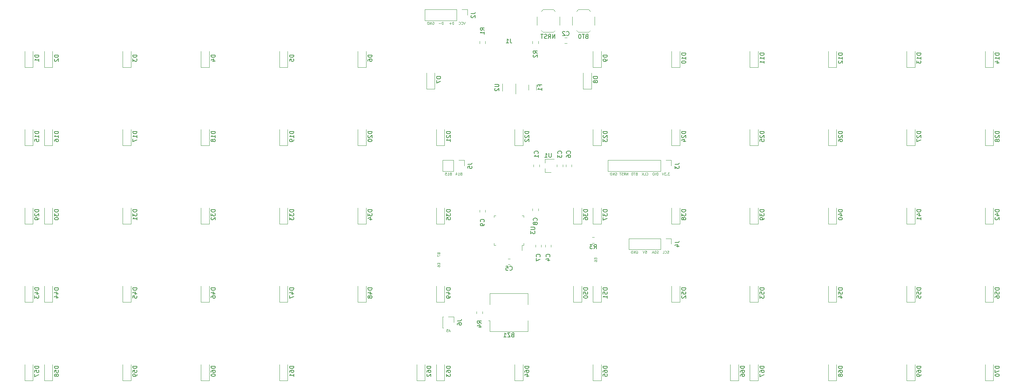
<source format=gbo>
G04 #@! TF.GenerationSoftware,KiCad,Pcbnew,(5.1.2)-1*
G04 #@! TF.CreationDate,2019-07-07T22:23:57+08:00*
G04 #@! TF.ProjectId,shichi-pcb,73686963-6869-42d7-9063-622e6b696361,1.0*
G04 #@! TF.SameCoordinates,Original*
G04 #@! TF.FileFunction,Legend,Bot*
G04 #@! TF.FilePolarity,Positive*
%FSLAX46Y46*%
G04 Gerber Fmt 4.6, Leading zero omitted, Abs format (unit mm)*
G04 Created by KiCad (PCBNEW (5.1.2)-1) date 2019-07-07 22:23:57*
%MOMM*%
%LPD*%
G04 APERTURE LIST*
%ADD10C,0.150000*%
%ADD11C,0.125000*%
%ADD12C,0.120000*%
%ADD13C,4.502000*%
%ADD14R,1.002000X0.902000*%
%ADD15R,2.652000X2.602000*%
%ADD16C,3.102000*%
%ADD17C,1.802000*%
%ADD18C,4.102000*%
%ADD19C,0.100000*%
%ADD20C,0.402000*%
%ADD21R,1.802000X1.102000*%
%ADD22C,1.252000*%
%ADD23R,1.802000X1.802000*%
%ADD24O,1.802000X1.802000*%
%ADD25R,1.402000X3.502000*%
%ADD26C,1.527000*%
%ADD27C,3.152000*%
%ADD28R,0.752000X1.162000*%
%ADD29R,0.402000X2.552000*%
%ADD30R,0.702000X2.552000*%
%ADD31C,0.752000*%
%ADD32O,1.102000X2.202000*%
%ADD33O,1.102000X1.702000*%
%ADD34R,1.302000X1.002000*%
G04 APERTURE END LIST*
D10*
X194142857Y-57102380D02*
X194142857Y-56102380D01*
X193571428Y-57102380D01*
X193571428Y-56102380D01*
X192523809Y-57102380D02*
X192857142Y-56626190D01*
X193095238Y-57102380D02*
X193095238Y-56102380D01*
X192714285Y-56102380D01*
X192619047Y-56150000D01*
X192571428Y-56197619D01*
X192523809Y-56292857D01*
X192523809Y-56435714D01*
X192571428Y-56530952D01*
X192619047Y-56578571D01*
X192714285Y-56626190D01*
X193095238Y-56626190D01*
X192142857Y-57054761D02*
X192000000Y-57102380D01*
X191761904Y-57102380D01*
X191666666Y-57054761D01*
X191619047Y-57007142D01*
X191571428Y-56911904D01*
X191571428Y-56816666D01*
X191619047Y-56721428D01*
X191666666Y-56673809D01*
X191761904Y-56626190D01*
X191952380Y-56578571D01*
X192047619Y-56530952D01*
X192095238Y-56483333D01*
X192142857Y-56388095D01*
X192142857Y-56292857D01*
X192095238Y-56197619D01*
X192047619Y-56150000D01*
X191952380Y-56102380D01*
X191714285Y-56102380D01*
X191571428Y-56150000D01*
X191285714Y-56102380D02*
X190714285Y-56102380D01*
X191000000Y-57102380D02*
X191000000Y-56102380D01*
X201835714Y-56578571D02*
X201692857Y-56626190D01*
X201645238Y-56673809D01*
X201597619Y-56769047D01*
X201597619Y-56911904D01*
X201645238Y-57007142D01*
X201692857Y-57054761D01*
X201788095Y-57102380D01*
X202169047Y-57102380D01*
X202169047Y-56102380D01*
X201835714Y-56102380D01*
X201740476Y-56150000D01*
X201692857Y-56197619D01*
X201645238Y-56292857D01*
X201645238Y-56388095D01*
X201692857Y-56483333D01*
X201740476Y-56530952D01*
X201835714Y-56578571D01*
X202169047Y-56578571D01*
X201311904Y-56102380D02*
X200740476Y-56102380D01*
X201026190Y-57102380D02*
X201026190Y-56102380D01*
X200216666Y-56102380D02*
X200121428Y-56102380D01*
X200026190Y-56150000D01*
X199978571Y-56197619D01*
X199930952Y-56292857D01*
X199883333Y-56483333D01*
X199883333Y-56721428D01*
X199930952Y-56911904D01*
X199978571Y-57007142D01*
X200026190Y-57054761D01*
X200121428Y-57102380D01*
X200216666Y-57102380D01*
X200311904Y-57054761D01*
X200359523Y-57007142D01*
X200407142Y-56911904D01*
X200454761Y-56721428D01*
X200454761Y-56483333D01*
X200407142Y-56292857D01*
X200359523Y-56197619D01*
X200311904Y-56150000D01*
X200216666Y-56102380D01*
D11*
X168803571Y-89957142D02*
X168717857Y-89985714D01*
X168689285Y-90014285D01*
X168660714Y-90071428D01*
X168660714Y-90157142D01*
X168689285Y-90214285D01*
X168717857Y-90242857D01*
X168775000Y-90271428D01*
X169003571Y-90271428D01*
X169003571Y-89671428D01*
X168803571Y-89671428D01*
X168746428Y-89700000D01*
X168717857Y-89728571D01*
X168689285Y-89785714D01*
X168689285Y-89842857D01*
X168717857Y-89900000D01*
X168746428Y-89928571D01*
X168803571Y-89957142D01*
X169003571Y-89957142D01*
X168089285Y-90271428D02*
X168432142Y-90271428D01*
X168260714Y-90271428D02*
X168260714Y-89671428D01*
X168317857Y-89757142D01*
X168375000Y-89814285D01*
X168432142Y-89842857D01*
X167546428Y-89671428D02*
X167832142Y-89671428D01*
X167860714Y-89957142D01*
X167832142Y-89928571D01*
X167775000Y-89900000D01*
X167632142Y-89900000D01*
X167575000Y-89928571D01*
X167546428Y-89957142D01*
X167517857Y-90014285D01*
X167517857Y-90157142D01*
X167546428Y-90214285D01*
X167575000Y-90242857D01*
X167632142Y-90271428D01*
X167775000Y-90271428D01*
X167832142Y-90242857D01*
X167860714Y-90214285D01*
X171343571Y-89957142D02*
X171257857Y-89985714D01*
X171229285Y-90014285D01*
X171200714Y-90071428D01*
X171200714Y-90157142D01*
X171229285Y-90214285D01*
X171257857Y-90242857D01*
X171315000Y-90271428D01*
X171543571Y-90271428D01*
X171543571Y-89671428D01*
X171343571Y-89671428D01*
X171286428Y-89700000D01*
X171257857Y-89728571D01*
X171229285Y-89785714D01*
X171229285Y-89842857D01*
X171257857Y-89900000D01*
X171286428Y-89928571D01*
X171343571Y-89957142D01*
X171543571Y-89957142D01*
X170629285Y-90271428D02*
X170972142Y-90271428D01*
X170800714Y-90271428D02*
X170800714Y-89671428D01*
X170857857Y-89757142D01*
X170915000Y-89814285D01*
X170972142Y-89842857D01*
X170115000Y-89871428D02*
X170115000Y-90271428D01*
X170257857Y-89642857D02*
X170400714Y-90071428D01*
X170029285Y-90071428D01*
X168703571Y-128100000D02*
X168417857Y-128100000D01*
X168760714Y-128271428D02*
X168560714Y-127671428D01*
X168360714Y-128271428D01*
X167875000Y-127671428D02*
X168160714Y-127671428D01*
X168189285Y-127957142D01*
X168160714Y-127928571D01*
X168103571Y-127900000D01*
X167960714Y-127900000D01*
X167903571Y-127928571D01*
X167875000Y-127957142D01*
X167846428Y-128014285D01*
X167846428Y-128157142D01*
X167875000Y-128214285D01*
X167903571Y-128242857D01*
X167960714Y-128271428D01*
X168103571Y-128271428D01*
X168160714Y-128242857D01*
X168189285Y-128214285D01*
X203957142Y-110385714D02*
X203957142Y-110585714D01*
X204271428Y-110671428D02*
X204271428Y-110385714D01*
X203671428Y-110385714D01*
X203671428Y-110671428D01*
X203671428Y-111185714D02*
X203671428Y-111071428D01*
X203700000Y-111014285D01*
X203728571Y-110985714D01*
X203814285Y-110928571D01*
X203928571Y-110900000D01*
X204157142Y-110900000D01*
X204214285Y-110928571D01*
X204242857Y-110957142D01*
X204271428Y-111014285D01*
X204271428Y-111128571D01*
X204242857Y-111185714D01*
X204214285Y-111214285D01*
X204157142Y-111242857D01*
X204014285Y-111242857D01*
X203957142Y-111214285D01*
X203928571Y-111185714D01*
X203900000Y-111128571D01*
X203900000Y-111014285D01*
X203928571Y-110957142D01*
X203957142Y-110928571D01*
X204014285Y-110900000D01*
X165957142Y-111655714D02*
X165957142Y-111855714D01*
X166271428Y-111941428D02*
X166271428Y-111655714D01*
X165671428Y-111655714D01*
X165671428Y-111941428D01*
X165671428Y-112455714D02*
X165671428Y-112341428D01*
X165700000Y-112284285D01*
X165728571Y-112255714D01*
X165814285Y-112198571D01*
X165928571Y-112170000D01*
X166157142Y-112170000D01*
X166214285Y-112198571D01*
X166242857Y-112227142D01*
X166271428Y-112284285D01*
X166271428Y-112398571D01*
X166242857Y-112455714D01*
X166214285Y-112484285D01*
X166157142Y-112512857D01*
X166014285Y-112512857D01*
X165957142Y-112484285D01*
X165928571Y-112455714D01*
X165900000Y-112398571D01*
X165900000Y-112284285D01*
X165928571Y-112227142D01*
X165957142Y-112198571D01*
X166014285Y-112170000D01*
X165957142Y-109287142D02*
X165985714Y-109372857D01*
X166014285Y-109401428D01*
X166071428Y-109430000D01*
X166157142Y-109430000D01*
X166214285Y-109401428D01*
X166242857Y-109372857D01*
X166271428Y-109315714D01*
X166271428Y-109087142D01*
X165671428Y-109087142D01*
X165671428Y-109287142D01*
X165700000Y-109344285D01*
X165728571Y-109372857D01*
X165785714Y-109401428D01*
X165842857Y-109401428D01*
X165900000Y-109372857D01*
X165928571Y-109344285D01*
X165957142Y-109287142D01*
X165957142Y-109087142D01*
X165671428Y-109630000D02*
X165671428Y-110030000D01*
X166271428Y-109772857D01*
X213837142Y-108700000D02*
X213894285Y-108671428D01*
X213980000Y-108671428D01*
X214065714Y-108700000D01*
X214122857Y-108757142D01*
X214151428Y-108814285D01*
X214180000Y-108928571D01*
X214180000Y-109014285D01*
X214151428Y-109128571D01*
X214122857Y-109185714D01*
X214065714Y-109242857D01*
X213980000Y-109271428D01*
X213922857Y-109271428D01*
X213837142Y-109242857D01*
X213808571Y-109214285D01*
X213808571Y-109014285D01*
X213922857Y-109014285D01*
X213551428Y-109271428D02*
X213551428Y-108671428D01*
X213208571Y-109271428D01*
X213208571Y-108671428D01*
X212922857Y-109271428D02*
X212922857Y-108671428D01*
X212780000Y-108671428D01*
X212694285Y-108700000D01*
X212637142Y-108757142D01*
X212608571Y-108814285D01*
X212580000Y-108928571D01*
X212580000Y-109014285D01*
X212608571Y-109128571D01*
X212637142Y-109185714D01*
X212694285Y-109242857D01*
X212780000Y-109271428D01*
X212922857Y-109271428D01*
X216034285Y-108671428D02*
X216320000Y-108671428D01*
X216348571Y-108957142D01*
X216320000Y-108928571D01*
X216262857Y-108900000D01*
X216120000Y-108900000D01*
X216062857Y-108928571D01*
X216034285Y-108957142D01*
X216005714Y-109014285D01*
X216005714Y-109157142D01*
X216034285Y-109214285D01*
X216062857Y-109242857D01*
X216120000Y-109271428D01*
X216262857Y-109271428D01*
X216320000Y-109242857D01*
X216348571Y-109214285D01*
X215834285Y-108671428D02*
X215634285Y-109271428D01*
X215434285Y-108671428D01*
X219188571Y-109242857D02*
X219102857Y-109271428D01*
X218960000Y-109271428D01*
X218902857Y-109242857D01*
X218874285Y-109214285D01*
X218845714Y-109157142D01*
X218845714Y-109100000D01*
X218874285Y-109042857D01*
X218902857Y-109014285D01*
X218960000Y-108985714D01*
X219074285Y-108957142D01*
X219131428Y-108928571D01*
X219160000Y-108900000D01*
X219188571Y-108842857D01*
X219188571Y-108785714D01*
X219160000Y-108728571D01*
X219131428Y-108700000D01*
X219074285Y-108671428D01*
X218931428Y-108671428D01*
X218845714Y-108700000D01*
X218588571Y-109271428D02*
X218588571Y-108671428D01*
X218445714Y-108671428D01*
X218360000Y-108700000D01*
X218302857Y-108757142D01*
X218274285Y-108814285D01*
X218245714Y-108928571D01*
X218245714Y-109014285D01*
X218274285Y-109128571D01*
X218302857Y-109185714D01*
X218360000Y-109242857D01*
X218445714Y-109271428D01*
X218588571Y-109271428D01*
X218017142Y-109100000D02*
X217731428Y-109100000D01*
X218074285Y-109271428D02*
X217874285Y-108671428D01*
X217674285Y-109271428D01*
X221714285Y-109242857D02*
X221628571Y-109271428D01*
X221485714Y-109271428D01*
X221428571Y-109242857D01*
X221400000Y-109214285D01*
X221371428Y-109157142D01*
X221371428Y-109100000D01*
X221400000Y-109042857D01*
X221428571Y-109014285D01*
X221485714Y-108985714D01*
X221600000Y-108957142D01*
X221657142Y-108928571D01*
X221685714Y-108900000D01*
X221714285Y-108842857D01*
X221714285Y-108785714D01*
X221685714Y-108728571D01*
X221657142Y-108700000D01*
X221600000Y-108671428D01*
X221457142Y-108671428D01*
X221371428Y-108700000D01*
X220771428Y-109214285D02*
X220800000Y-109242857D01*
X220885714Y-109271428D01*
X220942857Y-109271428D01*
X221028571Y-109242857D01*
X221085714Y-109185714D01*
X221114285Y-109128571D01*
X221142857Y-109014285D01*
X221142857Y-108928571D01*
X221114285Y-108814285D01*
X221085714Y-108757142D01*
X221028571Y-108700000D01*
X220942857Y-108671428D01*
X220885714Y-108671428D01*
X220800000Y-108700000D01*
X220771428Y-108728571D01*
X220228571Y-109271428D02*
X220514285Y-109271428D01*
X220514285Y-108671428D01*
X208757142Y-89700000D02*
X208814285Y-89671428D01*
X208900000Y-89671428D01*
X208985714Y-89700000D01*
X209042857Y-89757142D01*
X209071428Y-89814285D01*
X209100000Y-89928571D01*
X209100000Y-90014285D01*
X209071428Y-90128571D01*
X209042857Y-90185714D01*
X208985714Y-90242857D01*
X208900000Y-90271428D01*
X208842857Y-90271428D01*
X208757142Y-90242857D01*
X208728571Y-90214285D01*
X208728571Y-90014285D01*
X208842857Y-90014285D01*
X208471428Y-90271428D02*
X208471428Y-89671428D01*
X208128571Y-90271428D01*
X208128571Y-89671428D01*
X207842857Y-90271428D02*
X207842857Y-89671428D01*
X207700000Y-89671428D01*
X207614285Y-89700000D01*
X207557142Y-89757142D01*
X207528571Y-89814285D01*
X207500000Y-89928571D01*
X207500000Y-90014285D01*
X207528571Y-90128571D01*
X207557142Y-90185714D01*
X207614285Y-90242857D01*
X207700000Y-90271428D01*
X207842857Y-90271428D01*
X211825714Y-90271428D02*
X211825714Y-89671428D01*
X211482857Y-90271428D01*
X211482857Y-89671428D01*
X210854285Y-90271428D02*
X211054285Y-89985714D01*
X211197142Y-90271428D02*
X211197142Y-89671428D01*
X210968571Y-89671428D01*
X210911428Y-89700000D01*
X210882857Y-89728571D01*
X210854285Y-89785714D01*
X210854285Y-89871428D01*
X210882857Y-89928571D01*
X210911428Y-89957142D01*
X210968571Y-89985714D01*
X211197142Y-89985714D01*
X210625714Y-90242857D02*
X210540000Y-90271428D01*
X210397142Y-90271428D01*
X210340000Y-90242857D01*
X210311428Y-90214285D01*
X210282857Y-90157142D01*
X210282857Y-90100000D01*
X210311428Y-90042857D01*
X210340000Y-90014285D01*
X210397142Y-89985714D01*
X210511428Y-89957142D01*
X210568571Y-89928571D01*
X210597142Y-89900000D01*
X210625714Y-89842857D01*
X210625714Y-89785714D01*
X210597142Y-89728571D01*
X210568571Y-89700000D01*
X210511428Y-89671428D01*
X210368571Y-89671428D01*
X210282857Y-89700000D01*
X210111428Y-89671428D02*
X209768571Y-89671428D01*
X209940000Y-90271428D02*
X209940000Y-89671428D01*
X216277142Y-90214285D02*
X216305714Y-90242857D01*
X216391428Y-90271428D01*
X216448571Y-90271428D01*
X216534285Y-90242857D01*
X216591428Y-90185714D01*
X216620000Y-90128571D01*
X216648571Y-90014285D01*
X216648571Y-89928571D01*
X216620000Y-89814285D01*
X216591428Y-89757142D01*
X216534285Y-89700000D01*
X216448571Y-89671428D01*
X216391428Y-89671428D01*
X216305714Y-89700000D01*
X216277142Y-89728571D01*
X215734285Y-90271428D02*
X216020000Y-90271428D01*
X216020000Y-89671428D01*
X215534285Y-90271428D02*
X215534285Y-89671428D01*
X215191428Y-90271428D02*
X215448571Y-89928571D01*
X215191428Y-89671428D02*
X215534285Y-90014285D01*
X213851428Y-89957142D02*
X213765714Y-89985714D01*
X213737142Y-90014285D01*
X213708571Y-90071428D01*
X213708571Y-90157142D01*
X213737142Y-90214285D01*
X213765714Y-90242857D01*
X213822857Y-90271428D01*
X214051428Y-90271428D01*
X214051428Y-89671428D01*
X213851428Y-89671428D01*
X213794285Y-89700000D01*
X213765714Y-89728571D01*
X213737142Y-89785714D01*
X213737142Y-89842857D01*
X213765714Y-89900000D01*
X213794285Y-89928571D01*
X213851428Y-89957142D01*
X214051428Y-89957142D01*
X213537142Y-89671428D02*
X213194285Y-89671428D01*
X213365714Y-90271428D02*
X213365714Y-89671428D01*
X212880000Y-89671428D02*
X212822857Y-89671428D01*
X212765714Y-89700000D01*
X212737142Y-89728571D01*
X212708571Y-89785714D01*
X212680000Y-89900000D01*
X212680000Y-90042857D01*
X212708571Y-90157142D01*
X212737142Y-90214285D01*
X212765714Y-90242857D01*
X212822857Y-90271428D01*
X212880000Y-90271428D01*
X212937142Y-90242857D01*
X212965714Y-90214285D01*
X212994285Y-90157142D01*
X213022857Y-90042857D01*
X213022857Y-89900000D01*
X212994285Y-89785714D01*
X212965714Y-89728571D01*
X212937142Y-89700000D01*
X212880000Y-89671428D01*
X219074285Y-90271428D02*
X219074285Y-89671428D01*
X218931428Y-89671428D01*
X218845714Y-89700000D01*
X218788571Y-89757142D01*
X218760000Y-89814285D01*
X218731428Y-89928571D01*
X218731428Y-90014285D01*
X218760000Y-90128571D01*
X218788571Y-90185714D01*
X218845714Y-90242857D01*
X218931428Y-90271428D01*
X219074285Y-90271428D01*
X218474285Y-90271428D02*
X218474285Y-89671428D01*
X218074285Y-89671428D02*
X217960000Y-89671428D01*
X217902857Y-89700000D01*
X217845714Y-89757142D01*
X217817142Y-89871428D01*
X217817142Y-90071428D01*
X217845714Y-90185714D01*
X217902857Y-90242857D01*
X217960000Y-90271428D01*
X218074285Y-90271428D01*
X218131428Y-90242857D01*
X218188571Y-90185714D01*
X218217142Y-90071428D01*
X218217142Y-89871428D01*
X218188571Y-89757142D01*
X218131428Y-89700000D01*
X218074285Y-89671428D01*
X221885714Y-89671428D02*
X221514285Y-89671428D01*
X221714285Y-89900000D01*
X221628571Y-89900000D01*
X221571428Y-89928571D01*
X221542857Y-89957142D01*
X221514285Y-90014285D01*
X221514285Y-90157142D01*
X221542857Y-90214285D01*
X221571428Y-90242857D01*
X221628571Y-90271428D01*
X221800000Y-90271428D01*
X221857142Y-90242857D01*
X221885714Y-90214285D01*
X221257142Y-90214285D02*
X221228571Y-90242857D01*
X221257142Y-90271428D01*
X221285714Y-90242857D01*
X221257142Y-90214285D01*
X221257142Y-90271428D01*
X221028571Y-89671428D02*
X220657142Y-89671428D01*
X220857142Y-89900000D01*
X220771428Y-89900000D01*
X220714285Y-89928571D01*
X220685714Y-89957142D01*
X220657142Y-90014285D01*
X220657142Y-90157142D01*
X220685714Y-90214285D01*
X220714285Y-90242857D01*
X220771428Y-90271428D01*
X220942857Y-90271428D01*
X221000000Y-90242857D01*
X221028571Y-90214285D01*
X220485714Y-89671428D02*
X220285714Y-90271428D01*
X220085714Y-89671428D01*
X172400000Y-53096428D02*
X172200000Y-53696428D01*
X172000000Y-53096428D01*
X171457142Y-53639285D02*
X171485714Y-53667857D01*
X171571428Y-53696428D01*
X171628571Y-53696428D01*
X171714285Y-53667857D01*
X171771428Y-53610714D01*
X171800000Y-53553571D01*
X171828571Y-53439285D01*
X171828571Y-53353571D01*
X171800000Y-53239285D01*
X171771428Y-53182142D01*
X171714285Y-53125000D01*
X171628571Y-53096428D01*
X171571428Y-53096428D01*
X171485714Y-53125000D01*
X171457142Y-53153571D01*
X170857142Y-53639285D02*
X170885714Y-53667857D01*
X170971428Y-53696428D01*
X171028571Y-53696428D01*
X171114285Y-53667857D01*
X171171428Y-53610714D01*
X171200000Y-53553571D01*
X171228571Y-53439285D01*
X171228571Y-53353571D01*
X171200000Y-53239285D01*
X171171428Y-53182142D01*
X171114285Y-53125000D01*
X171028571Y-53096428D01*
X170971428Y-53096428D01*
X170885714Y-53125000D01*
X170857142Y-53153571D01*
X167048571Y-53696428D02*
X167048571Y-53096428D01*
X166905714Y-53096428D01*
X166820000Y-53125000D01*
X166762857Y-53182142D01*
X166734285Y-53239285D01*
X166705714Y-53353571D01*
X166705714Y-53439285D01*
X166734285Y-53553571D01*
X166762857Y-53610714D01*
X166820000Y-53667857D01*
X166905714Y-53696428D01*
X167048571Y-53696428D01*
X166448571Y-53467857D02*
X165991428Y-53467857D01*
X169588571Y-53696428D02*
X169588571Y-53096428D01*
X169445714Y-53096428D01*
X169360000Y-53125000D01*
X169302857Y-53182142D01*
X169274285Y-53239285D01*
X169245714Y-53353571D01*
X169245714Y-53439285D01*
X169274285Y-53553571D01*
X169302857Y-53610714D01*
X169360000Y-53667857D01*
X169445714Y-53696428D01*
X169588571Y-53696428D01*
X168988571Y-53467857D02*
X168531428Y-53467857D01*
X168760000Y-53696428D02*
X168760000Y-53239285D01*
X164457142Y-53125000D02*
X164514285Y-53096428D01*
X164600000Y-53096428D01*
X164685714Y-53125000D01*
X164742857Y-53182142D01*
X164771428Y-53239285D01*
X164800000Y-53353571D01*
X164800000Y-53439285D01*
X164771428Y-53553571D01*
X164742857Y-53610714D01*
X164685714Y-53667857D01*
X164600000Y-53696428D01*
X164542857Y-53696428D01*
X164457142Y-53667857D01*
X164428571Y-53639285D01*
X164428571Y-53439285D01*
X164542857Y-53439285D01*
X164171428Y-53696428D02*
X164171428Y-53096428D01*
X163828571Y-53696428D01*
X163828571Y-53096428D01*
X163542857Y-53696428D02*
X163542857Y-53096428D01*
X163400000Y-53096428D01*
X163314285Y-53125000D01*
X163257142Y-53182142D01*
X163228571Y-53239285D01*
X163200000Y-53353571D01*
X163200000Y-53439285D01*
X163228571Y-53553571D01*
X163257142Y-53610714D01*
X163314285Y-53667857D01*
X163400000Y-53696428D01*
X163542857Y-53696428D01*
D12*
X191740000Y-89580000D02*
X193200000Y-89580000D01*
X191740000Y-86420000D02*
X193900000Y-86420000D01*
X191740000Y-86420000D02*
X191740000Y-87350000D01*
X191740000Y-89580000D02*
X191740000Y-88650000D01*
X186160000Y-107285000D02*
X186160000Y-108575000D01*
X186610000Y-107285000D02*
X186160000Y-107285000D01*
X186610000Y-106835000D02*
X186610000Y-107285000D01*
X186610000Y-100065000D02*
X186160000Y-100065000D01*
X186610000Y-100515000D02*
X186610000Y-100065000D01*
X179390000Y-107285000D02*
X179840000Y-107285000D01*
X179390000Y-106835000D02*
X179390000Y-107285000D01*
X179390000Y-100065000D02*
X179840000Y-100065000D01*
X179390000Y-100515000D02*
X179390000Y-100065000D01*
X199800000Y-55600000D02*
X202300000Y-55600000D01*
X198300000Y-53850000D02*
X198300000Y-51850000D01*
X199800000Y-50100000D02*
X202300000Y-50100000D01*
X203800000Y-53850000D02*
X203800000Y-51850000D01*
X199350000Y-55150000D02*
X199800000Y-55600000D01*
X202750000Y-55150000D02*
X202300000Y-55600000D01*
X202750000Y-50550000D02*
X202300000Y-50100000D01*
X199350000Y-50550000D02*
X199800000Y-50100000D01*
X175165000Y-123886252D02*
X175165000Y-123363748D01*
X176585000Y-123886252D02*
X176585000Y-123363748D01*
X203163748Y-105340000D02*
X203686252Y-105340000D01*
X203163748Y-106760000D02*
X203686252Y-106760000D01*
X169605000Y-126000000D02*
X169605000Y-124670000D01*
X169605000Y-124670000D02*
X168275000Y-124670000D01*
X167065000Y-124670000D02*
X166945000Y-124670000D01*
X167065000Y-127330000D02*
X166945000Y-127330000D01*
X166945000Y-127330000D02*
X166945000Y-124670000D01*
X172145000Y-88000000D02*
X172145000Y-86670000D01*
X172145000Y-86670000D02*
X170815000Y-86670000D01*
X169545000Y-86670000D02*
X166945000Y-86670000D01*
X166945000Y-89330000D02*
X166945000Y-86670000D01*
X169545000Y-89330000D02*
X166945000Y-89330000D01*
X169545000Y-89330000D02*
X169545000Y-86670000D01*
X222330000Y-107000000D02*
X222330000Y-105670000D01*
X222330000Y-105670000D02*
X221000000Y-105670000D01*
X219730000Y-105670000D02*
X212050000Y-105670000D01*
X212050000Y-108330000D02*
X212050000Y-105670000D01*
X219730000Y-108330000D02*
X212050000Y-108330000D01*
X219730000Y-108330000D02*
X219730000Y-105670000D01*
X222330000Y-88000000D02*
X222330000Y-86670000D01*
X222330000Y-86670000D02*
X221000000Y-86670000D01*
X219730000Y-86670000D02*
X206970000Y-86670000D01*
X206970000Y-89330000D02*
X206970000Y-86670000D01*
X219730000Y-89330000D02*
X206970000Y-89330000D01*
X219730000Y-89330000D02*
X219730000Y-86670000D01*
X170330000Y-52755000D02*
X170330000Y-50095000D01*
X170330000Y-52755000D02*
X162650000Y-52755000D01*
X162650000Y-52755000D02*
X162650000Y-50095000D01*
X170330000Y-50095000D02*
X162650000Y-50095000D01*
X172930000Y-50095000D02*
X171600000Y-50095000D01*
X172930000Y-51425000D02*
X172930000Y-50095000D01*
X177297500Y-98738748D02*
X177297500Y-99261252D01*
X175877500Y-98738748D02*
X175877500Y-99261252D01*
X189415000Y-107736252D02*
X189415000Y-107213748D01*
X190835000Y-107736252D02*
X190835000Y-107213748D01*
X194640000Y-88261252D02*
X194640000Y-87738748D01*
X196060000Y-88261252D02*
X196060000Y-87738748D01*
X196513748Y-56890000D02*
X197036252Y-56890000D01*
X196513748Y-58310000D02*
X197036252Y-58310000D01*
X188940000Y-88261252D02*
X188940000Y-87738748D01*
X190360000Y-88261252D02*
X190360000Y-87738748D01*
X178390000Y-125585000D02*
X178390000Y-128235000D01*
X178390000Y-128235000D02*
X187610000Y-128235000D01*
X187610000Y-128235000D02*
X187610000Y-125585000D01*
X187610000Y-121665000D02*
X187610000Y-119015000D01*
X187610000Y-119015000D02*
X178390000Y-119015000D01*
X178390000Y-119015000D02*
X178390000Y-121665000D01*
X178390000Y-125585000D02*
X178060000Y-125585000D01*
X187790000Y-69602064D02*
X187790000Y-68397936D01*
X189610000Y-69602064D02*
X189610000Y-68397936D01*
X191250000Y-55600000D02*
X193750000Y-55600000D01*
X189750000Y-53850000D02*
X189750000Y-51850000D01*
X191250000Y-50100000D02*
X193750000Y-50100000D01*
X195250000Y-53850000D02*
X195250000Y-51850000D01*
X190800000Y-55150000D02*
X191250000Y-55600000D01*
X194200000Y-55150000D02*
X193750000Y-55600000D01*
X194200000Y-50550000D02*
X193750000Y-50100000D01*
X190800000Y-50550000D02*
X191250000Y-50100000D01*
X181390000Y-69900000D02*
X181390000Y-68100000D01*
X184610000Y-68100000D02*
X184610000Y-70550000D01*
X188702500Y-58336252D02*
X188702500Y-57813748D01*
X190122500Y-58336252D02*
X190122500Y-57813748D01*
X177297500Y-57813748D02*
X177297500Y-58336252D01*
X175877500Y-57813748D02*
X175877500Y-58336252D01*
X300375000Y-140125000D02*
X300375000Y-136225000D01*
X298375000Y-140125000D02*
X298375000Y-136225000D01*
X300375000Y-140125000D02*
X298375000Y-140125000D01*
X281375000Y-140125000D02*
X281375000Y-136225000D01*
X279375000Y-140125000D02*
X279375000Y-136225000D01*
X281375000Y-140125000D02*
X279375000Y-140125000D01*
X262375000Y-140125000D02*
X262375000Y-136225000D01*
X260375000Y-140125000D02*
X260375000Y-136225000D01*
X262375000Y-140125000D02*
X260375000Y-140125000D01*
X243375000Y-140125000D02*
X243375000Y-136225000D01*
X241375000Y-140125000D02*
X241375000Y-136225000D01*
X243375000Y-140125000D02*
X241375000Y-140125000D01*
X238625000Y-140125000D02*
X238625000Y-136225000D01*
X236625000Y-140125000D02*
X236625000Y-136225000D01*
X238625000Y-140125000D02*
X236625000Y-140125000D01*
X205375000Y-140125000D02*
X205375000Y-136225000D01*
X203375000Y-140125000D02*
X203375000Y-136225000D01*
X205375000Y-140125000D02*
X203375000Y-140125000D01*
X186375000Y-140125000D02*
X186375000Y-136225000D01*
X184375000Y-140125000D02*
X184375000Y-136225000D01*
X186375000Y-140125000D02*
X184375000Y-140125000D01*
X167375000Y-140125000D02*
X167375000Y-136225000D01*
X165375000Y-140125000D02*
X165375000Y-136225000D01*
X167375000Y-140125000D02*
X165375000Y-140125000D01*
X162625000Y-140125000D02*
X162625000Y-136225000D01*
X160625000Y-140125000D02*
X160625000Y-136225000D01*
X162625000Y-140125000D02*
X160625000Y-140125000D01*
X129375000Y-140125000D02*
X129375000Y-136225000D01*
X127375000Y-140125000D02*
X127375000Y-136225000D01*
X129375000Y-140125000D02*
X127375000Y-140125000D01*
X110375000Y-140125000D02*
X110375000Y-136225000D01*
X108375000Y-140125000D02*
X108375000Y-136225000D01*
X110375000Y-140125000D02*
X108375000Y-140125000D01*
X91375000Y-140125000D02*
X91375000Y-136225000D01*
X89375000Y-140125000D02*
X89375000Y-136225000D01*
X91375000Y-140125000D02*
X89375000Y-140125000D01*
X72375000Y-140125000D02*
X72375000Y-136225000D01*
X70375000Y-140125000D02*
X70375000Y-136225000D01*
X72375000Y-140125000D02*
X70375000Y-140125000D01*
X67625000Y-140125000D02*
X67625000Y-136225000D01*
X65625000Y-140125000D02*
X65625000Y-136225000D01*
X67625000Y-140125000D02*
X65625000Y-140125000D01*
X300375000Y-121125000D02*
X300375000Y-117225000D01*
X298375000Y-121125000D02*
X298375000Y-117225000D01*
X300375000Y-121125000D02*
X298375000Y-121125000D01*
X281375000Y-121125000D02*
X281375000Y-117225000D01*
X279375000Y-121125000D02*
X279375000Y-117225000D01*
X281375000Y-121125000D02*
X279375000Y-121125000D01*
X262375000Y-121125000D02*
X262375000Y-117225000D01*
X260375000Y-121125000D02*
X260375000Y-117225000D01*
X262375000Y-121125000D02*
X260375000Y-121125000D01*
X243375000Y-121125000D02*
X243375000Y-117225000D01*
X241375000Y-121125000D02*
X241375000Y-117225000D01*
X243375000Y-121125000D02*
X241375000Y-121125000D01*
X224375000Y-121125000D02*
X224375000Y-117225000D01*
X222375000Y-121125000D02*
X222375000Y-117225000D01*
X224375000Y-121125000D02*
X222375000Y-121125000D01*
X205375000Y-121125000D02*
X205375000Y-117225000D01*
X203375000Y-121125000D02*
X203375000Y-117225000D01*
X205375000Y-121125000D02*
X203375000Y-121125000D01*
X200625000Y-121125000D02*
X200625000Y-117225000D01*
X198625000Y-121125000D02*
X198625000Y-117225000D01*
X200625000Y-121125000D02*
X198625000Y-121125000D01*
X167375000Y-121125000D02*
X165375000Y-121125000D01*
X165375000Y-121125000D02*
X165375000Y-117225000D01*
X167375000Y-121125000D02*
X167375000Y-117225000D01*
X148375000Y-121125000D02*
X148375000Y-117225000D01*
X146375000Y-121125000D02*
X146375000Y-117225000D01*
X148375000Y-121125000D02*
X146375000Y-121125000D01*
X129375000Y-121125000D02*
X129375000Y-117225000D01*
X127375000Y-121125000D02*
X127375000Y-117225000D01*
X129375000Y-121125000D02*
X127375000Y-121125000D01*
X110375000Y-121125000D02*
X110375000Y-117225000D01*
X108375000Y-121125000D02*
X108375000Y-117225000D01*
X110375000Y-121125000D02*
X108375000Y-121125000D01*
X91375000Y-121125000D02*
X91375000Y-117225000D01*
X89375000Y-121125000D02*
X89375000Y-117225000D01*
X91375000Y-121125000D02*
X89375000Y-121125000D01*
X72375000Y-121125000D02*
X72375000Y-117225000D01*
X70375000Y-121125000D02*
X70375000Y-117225000D01*
X72375000Y-121125000D02*
X70375000Y-121125000D01*
X67625000Y-121125000D02*
X67625000Y-117225000D01*
X65625000Y-121125000D02*
X65625000Y-117225000D01*
X67625000Y-121125000D02*
X65625000Y-121125000D01*
X300375000Y-102125000D02*
X300375000Y-98225000D01*
X298375000Y-102125000D02*
X298375000Y-98225000D01*
X300375000Y-102125000D02*
X298375000Y-102125000D01*
X281375000Y-102125000D02*
X281375000Y-98225000D01*
X279375000Y-102125000D02*
X279375000Y-98225000D01*
X281375000Y-102125000D02*
X279375000Y-102125000D01*
X262375000Y-102125000D02*
X262375000Y-98225000D01*
X260375000Y-102125000D02*
X260375000Y-98225000D01*
X262375000Y-102125000D02*
X260375000Y-102125000D01*
X243375000Y-102125000D02*
X243375000Y-98225000D01*
X241375000Y-102125000D02*
X241375000Y-98225000D01*
X243375000Y-102125000D02*
X241375000Y-102125000D01*
X224375000Y-102125000D02*
X224375000Y-98225000D01*
X222375000Y-102125000D02*
X222375000Y-98225000D01*
X224375000Y-102125000D02*
X222375000Y-102125000D01*
X205375000Y-102125000D02*
X205375000Y-98225000D01*
X203375000Y-102125000D02*
X203375000Y-98225000D01*
X205375000Y-102125000D02*
X203375000Y-102125000D01*
X200625000Y-102125000D02*
X200625000Y-98225000D01*
X198625000Y-102125000D02*
X198625000Y-98225000D01*
X200625000Y-102125000D02*
X198625000Y-102125000D01*
X167375000Y-102125000D02*
X167375000Y-98225000D01*
X165375000Y-102125000D02*
X165375000Y-98225000D01*
X167375000Y-102125000D02*
X165375000Y-102125000D01*
X148375000Y-102125000D02*
X148375000Y-98225000D01*
X146375000Y-102125000D02*
X146375000Y-98225000D01*
X148375000Y-102125000D02*
X146375000Y-102125000D01*
X129375000Y-102125000D02*
X129375000Y-98225000D01*
X127375000Y-102125000D02*
X127375000Y-98225000D01*
X129375000Y-102125000D02*
X127375000Y-102125000D01*
X110375000Y-102125000D02*
X110375000Y-98225000D01*
X108375000Y-102125000D02*
X108375000Y-98225000D01*
X110375000Y-102125000D02*
X108375000Y-102125000D01*
X91375000Y-102125000D02*
X91375000Y-98225000D01*
X89375000Y-102125000D02*
X89375000Y-98225000D01*
X91375000Y-102125000D02*
X89375000Y-102125000D01*
X72375000Y-102125000D02*
X72375000Y-98225000D01*
X70375000Y-102125000D02*
X70375000Y-98225000D01*
X72375000Y-102125000D02*
X70375000Y-102125000D01*
X67625000Y-102125000D02*
X67625000Y-98225000D01*
X65625000Y-102125000D02*
X65625000Y-98225000D01*
X67625000Y-102125000D02*
X65625000Y-102125000D01*
X300375000Y-83125000D02*
X300375000Y-79225000D01*
X298375000Y-83125000D02*
X298375000Y-79225000D01*
X300375000Y-83125000D02*
X298375000Y-83125000D01*
X281375000Y-83125000D02*
X281375000Y-79225000D01*
X279375000Y-83125000D02*
X279375000Y-79225000D01*
X281375000Y-83125000D02*
X279375000Y-83125000D01*
X262375000Y-83125000D02*
X262375000Y-79225000D01*
X260375000Y-83125000D02*
X260375000Y-79225000D01*
X262375000Y-83125000D02*
X260375000Y-83125000D01*
X243375000Y-83125000D02*
X243375000Y-79225000D01*
X241375000Y-83125000D02*
X241375000Y-79225000D01*
X243375000Y-83125000D02*
X241375000Y-83125000D01*
X224375000Y-83125000D02*
X224375000Y-79225000D01*
X222375000Y-83125000D02*
X222375000Y-79225000D01*
X224375000Y-83125000D02*
X222375000Y-83125000D01*
X205375000Y-83125000D02*
X205375000Y-79225000D01*
X203375000Y-83125000D02*
X203375000Y-79225000D01*
X205375000Y-83125000D02*
X203375000Y-83125000D01*
X186375000Y-83125000D02*
X186375000Y-79225000D01*
X184375000Y-83125000D02*
X184375000Y-79225000D01*
X186375000Y-83125000D02*
X184375000Y-83125000D01*
X167375000Y-83125000D02*
X167375000Y-79225000D01*
X165375000Y-83125000D02*
X165375000Y-79225000D01*
X167375000Y-83125000D02*
X165375000Y-83125000D01*
X148375000Y-83125000D02*
X148375000Y-79225000D01*
X146375000Y-83125000D02*
X146375000Y-79225000D01*
X148375000Y-83125000D02*
X146375000Y-83125000D01*
X129375000Y-83125000D02*
X129375000Y-79225000D01*
X127375000Y-83125000D02*
X127375000Y-79225000D01*
X129375000Y-83125000D02*
X127375000Y-83125000D01*
X110375000Y-83125000D02*
X110375000Y-79225000D01*
X108375000Y-83125000D02*
X108375000Y-79225000D01*
X110375000Y-83125000D02*
X108375000Y-83125000D01*
X91375000Y-83125000D02*
X91375000Y-79225000D01*
X89375000Y-83125000D02*
X89375000Y-79225000D01*
X91375000Y-83125000D02*
X89375000Y-83125000D01*
X72375000Y-83125000D02*
X72375000Y-79225000D01*
X70375000Y-83125000D02*
X70375000Y-79225000D01*
X72375000Y-83125000D02*
X70375000Y-83125000D01*
X67625000Y-83125000D02*
X67625000Y-79225000D01*
X65625000Y-83125000D02*
X65625000Y-79225000D01*
X67625000Y-83125000D02*
X65625000Y-83125000D01*
X300375000Y-64125000D02*
X300375000Y-60225000D01*
X298375000Y-64125000D02*
X298375000Y-60225000D01*
X300375000Y-64125000D02*
X298375000Y-64125000D01*
X281375000Y-64125000D02*
X281375000Y-60225000D01*
X279375000Y-64125000D02*
X279375000Y-60225000D01*
X281375000Y-64125000D02*
X279375000Y-64125000D01*
X262375000Y-64125000D02*
X262375000Y-60225000D01*
X260375000Y-64125000D02*
X260375000Y-60225000D01*
X262375000Y-64125000D02*
X260375000Y-64125000D01*
X243375000Y-64125000D02*
X243375000Y-60225000D01*
X241375000Y-64125000D02*
X241375000Y-60225000D01*
X243375000Y-64125000D02*
X241375000Y-64125000D01*
X224375000Y-64125000D02*
X224375000Y-60225000D01*
X222375000Y-64125000D02*
X222375000Y-60225000D01*
X224375000Y-64125000D02*
X222375000Y-64125000D01*
X205375000Y-64125000D02*
X205375000Y-60225000D01*
X203375000Y-64125000D02*
X203375000Y-60225000D01*
X205375000Y-64125000D02*
X203375000Y-64125000D01*
X203000000Y-69350000D02*
X203000000Y-65450000D01*
X201000000Y-69350000D02*
X201000000Y-65450000D01*
X203000000Y-69350000D02*
X201000000Y-69350000D01*
X165000000Y-69350000D02*
X165000000Y-65450000D01*
X163000000Y-69350000D02*
X163000000Y-65450000D01*
X165000000Y-69350000D02*
X163000000Y-69350000D01*
X148375000Y-64125000D02*
X148375000Y-60225000D01*
X146375000Y-64125000D02*
X146375000Y-60225000D01*
X148375000Y-64125000D02*
X146375000Y-64125000D01*
X129375000Y-64125000D02*
X129375000Y-60225000D01*
X127375000Y-64125000D02*
X127375000Y-60225000D01*
X129375000Y-64125000D02*
X127375000Y-64125000D01*
X110375000Y-64125000D02*
X110375000Y-60225000D01*
X108375000Y-64125000D02*
X108375000Y-60225000D01*
X110375000Y-64125000D02*
X108375000Y-64125000D01*
X91375000Y-64125000D02*
X91375000Y-60225000D01*
X89375000Y-64125000D02*
X89375000Y-60225000D01*
X91375000Y-64125000D02*
X89375000Y-64125000D01*
X72375000Y-64125000D02*
X72375000Y-60225000D01*
X70375000Y-64125000D02*
X70375000Y-60225000D01*
X72375000Y-64125000D02*
X70375000Y-64125000D01*
X67625000Y-64125000D02*
X67625000Y-60225000D01*
X65625000Y-64125000D02*
X65625000Y-60225000D01*
X67625000Y-64125000D02*
X65625000Y-64125000D01*
X188702500Y-98948752D02*
X188702500Y-98426248D01*
X190122500Y-98948752D02*
X190122500Y-98426248D01*
X196777500Y-88261252D02*
X196777500Y-87738748D01*
X198197500Y-88261252D02*
X198197500Y-87738748D01*
X182738748Y-110565000D02*
X183261252Y-110565000D01*
X182738748Y-111985000D02*
X183261252Y-111985000D01*
X193210000Y-107736252D02*
X193210000Y-107213748D01*
X191790000Y-107736252D02*
X191790000Y-107213748D01*
D10*
X193261904Y-84952380D02*
X193261904Y-85761904D01*
X193214285Y-85857142D01*
X193166666Y-85904761D01*
X193071428Y-85952380D01*
X192880952Y-85952380D01*
X192785714Y-85904761D01*
X192738095Y-85857142D01*
X192690476Y-85761904D01*
X192690476Y-84952380D01*
X191690476Y-85952380D02*
X192261904Y-85952380D01*
X191976190Y-85952380D02*
X191976190Y-84952380D01*
X192071428Y-85095238D01*
X192166666Y-85190476D01*
X192261904Y-85238095D01*
X188302380Y-102913095D02*
X189111904Y-102913095D01*
X189207142Y-102960714D01*
X189254761Y-103008333D01*
X189302380Y-103103571D01*
X189302380Y-103294047D01*
X189254761Y-103389285D01*
X189207142Y-103436904D01*
X189111904Y-103484523D01*
X188302380Y-103484523D01*
X188302380Y-103865476D02*
X188302380Y-104484523D01*
X188683333Y-104151190D01*
X188683333Y-104294047D01*
X188730952Y-104389285D01*
X188778571Y-104436904D01*
X188873809Y-104484523D01*
X189111904Y-104484523D01*
X189207142Y-104436904D01*
X189254761Y-104389285D01*
X189302380Y-104294047D01*
X189302380Y-104008333D01*
X189254761Y-103913095D01*
X189207142Y-103865476D01*
X176327380Y-126258333D02*
X175851190Y-125925000D01*
X176327380Y-125686904D02*
X175327380Y-125686904D01*
X175327380Y-126067857D01*
X175375000Y-126163095D01*
X175422619Y-126210714D01*
X175517857Y-126258333D01*
X175660714Y-126258333D01*
X175755952Y-126210714D01*
X175803571Y-126163095D01*
X175851190Y-126067857D01*
X175851190Y-125686904D01*
X175660714Y-127115476D02*
X176327380Y-127115476D01*
X175279761Y-126877380D02*
X175994047Y-126639285D01*
X175994047Y-127258333D01*
X203591666Y-108152380D02*
X203925000Y-107676190D01*
X204163095Y-108152380D02*
X204163095Y-107152380D01*
X203782142Y-107152380D01*
X203686904Y-107200000D01*
X203639285Y-107247619D01*
X203591666Y-107342857D01*
X203591666Y-107485714D01*
X203639285Y-107580952D01*
X203686904Y-107628571D01*
X203782142Y-107676190D01*
X204163095Y-107676190D01*
X203258333Y-107152380D02*
X202639285Y-107152380D01*
X202972619Y-107533333D01*
X202829761Y-107533333D01*
X202734523Y-107580952D01*
X202686904Y-107628571D01*
X202639285Y-107723809D01*
X202639285Y-107961904D01*
X202686904Y-108057142D01*
X202734523Y-108104761D01*
X202829761Y-108152380D01*
X203115476Y-108152380D01*
X203210714Y-108104761D01*
X203258333Y-108057142D01*
X170497380Y-125666666D02*
X171211666Y-125666666D01*
X171354523Y-125619047D01*
X171449761Y-125523809D01*
X171497380Y-125380952D01*
X171497380Y-125285714D01*
X170497380Y-126571428D02*
X170497380Y-126380952D01*
X170545000Y-126285714D01*
X170592619Y-126238095D01*
X170735476Y-126142857D01*
X170925952Y-126095238D01*
X171306904Y-126095238D01*
X171402142Y-126142857D01*
X171449761Y-126190476D01*
X171497380Y-126285714D01*
X171497380Y-126476190D01*
X171449761Y-126571428D01*
X171402142Y-126619047D01*
X171306904Y-126666666D01*
X171068809Y-126666666D01*
X170973571Y-126619047D01*
X170925952Y-126571428D01*
X170878333Y-126476190D01*
X170878333Y-126285714D01*
X170925952Y-126190476D01*
X170973571Y-126142857D01*
X171068809Y-126095238D01*
X173037380Y-87666666D02*
X173751666Y-87666666D01*
X173894523Y-87619047D01*
X173989761Y-87523809D01*
X174037380Y-87380952D01*
X174037380Y-87285714D01*
X173037380Y-88619047D02*
X173037380Y-88142857D01*
X173513571Y-88095238D01*
X173465952Y-88142857D01*
X173418333Y-88238095D01*
X173418333Y-88476190D01*
X173465952Y-88571428D01*
X173513571Y-88619047D01*
X173608809Y-88666666D01*
X173846904Y-88666666D01*
X173942142Y-88619047D01*
X173989761Y-88571428D01*
X174037380Y-88476190D01*
X174037380Y-88238095D01*
X173989761Y-88142857D01*
X173942142Y-88095238D01*
X223222380Y-106666666D02*
X223936666Y-106666666D01*
X224079523Y-106619047D01*
X224174761Y-106523809D01*
X224222380Y-106380952D01*
X224222380Y-106285714D01*
X223555714Y-107571428D02*
X224222380Y-107571428D01*
X223174761Y-107333333D02*
X223889047Y-107095238D01*
X223889047Y-107714285D01*
X223222380Y-87666666D02*
X223936666Y-87666666D01*
X224079523Y-87619047D01*
X224174761Y-87523809D01*
X224222380Y-87380952D01*
X224222380Y-87285714D01*
X223222380Y-88047619D02*
X223222380Y-88666666D01*
X223603333Y-88333333D01*
X223603333Y-88476190D01*
X223650952Y-88571428D01*
X223698571Y-88619047D01*
X223793809Y-88666666D01*
X224031904Y-88666666D01*
X224127142Y-88619047D01*
X224174761Y-88571428D01*
X224222380Y-88476190D01*
X224222380Y-88190476D01*
X224174761Y-88095238D01*
X224127142Y-88047619D01*
X173822380Y-51091666D02*
X174536666Y-51091666D01*
X174679523Y-51044047D01*
X174774761Y-50948809D01*
X174822380Y-50805952D01*
X174822380Y-50710714D01*
X173917619Y-51520238D02*
X173870000Y-51567857D01*
X173822380Y-51663095D01*
X173822380Y-51901190D01*
X173870000Y-51996428D01*
X173917619Y-52044047D01*
X174012857Y-52091666D01*
X174108095Y-52091666D01*
X174250952Y-52044047D01*
X174822380Y-51472619D01*
X174822380Y-52091666D01*
X176944642Y-101633333D02*
X176992261Y-101585714D01*
X177039880Y-101442857D01*
X177039880Y-101347619D01*
X176992261Y-101204761D01*
X176897023Y-101109523D01*
X176801785Y-101061904D01*
X176611309Y-101014285D01*
X176468452Y-101014285D01*
X176277976Y-101061904D01*
X176182738Y-101109523D01*
X176087500Y-101204761D01*
X176039880Y-101347619D01*
X176039880Y-101442857D01*
X176087500Y-101585714D01*
X176135119Y-101633333D01*
X177039880Y-102109523D02*
X177039880Y-102300000D01*
X176992261Y-102395238D01*
X176944642Y-102442857D01*
X176801785Y-102538095D01*
X176611309Y-102585714D01*
X176230357Y-102585714D01*
X176135119Y-102538095D01*
X176087500Y-102490476D01*
X176039880Y-102395238D01*
X176039880Y-102204761D01*
X176087500Y-102109523D01*
X176135119Y-102061904D01*
X176230357Y-102014285D01*
X176468452Y-102014285D01*
X176563690Y-102061904D01*
X176611309Y-102109523D01*
X176658928Y-102204761D01*
X176658928Y-102395238D01*
X176611309Y-102490476D01*
X176563690Y-102538095D01*
X176468452Y-102585714D01*
X190482142Y-110108333D02*
X190529761Y-110060714D01*
X190577380Y-109917857D01*
X190577380Y-109822619D01*
X190529761Y-109679761D01*
X190434523Y-109584523D01*
X190339285Y-109536904D01*
X190148809Y-109489285D01*
X190005952Y-109489285D01*
X189815476Y-109536904D01*
X189720238Y-109584523D01*
X189625000Y-109679761D01*
X189577380Y-109822619D01*
X189577380Y-109917857D01*
X189625000Y-110060714D01*
X189672619Y-110108333D01*
X189577380Y-110441666D02*
X189577380Y-111108333D01*
X190577380Y-110679761D01*
X195707142Y-85033333D02*
X195754761Y-84985714D01*
X195802380Y-84842857D01*
X195802380Y-84747619D01*
X195754761Y-84604761D01*
X195659523Y-84509523D01*
X195564285Y-84461904D01*
X195373809Y-84414285D01*
X195230952Y-84414285D01*
X195040476Y-84461904D01*
X194945238Y-84509523D01*
X194850000Y-84604761D01*
X194802380Y-84747619D01*
X194802380Y-84842857D01*
X194850000Y-84985714D01*
X194897619Y-85033333D01*
X194802380Y-85366666D02*
X194802380Y-85985714D01*
X195183333Y-85652380D01*
X195183333Y-85795238D01*
X195230952Y-85890476D01*
X195278571Y-85938095D01*
X195373809Y-85985714D01*
X195611904Y-85985714D01*
X195707142Y-85938095D01*
X195754761Y-85890476D01*
X195802380Y-85795238D01*
X195802380Y-85509523D01*
X195754761Y-85414285D01*
X195707142Y-85366666D01*
X196941666Y-56307142D02*
X196989285Y-56354761D01*
X197132142Y-56402380D01*
X197227380Y-56402380D01*
X197370238Y-56354761D01*
X197465476Y-56259523D01*
X197513095Y-56164285D01*
X197560714Y-55973809D01*
X197560714Y-55830952D01*
X197513095Y-55640476D01*
X197465476Y-55545238D01*
X197370238Y-55450000D01*
X197227380Y-55402380D01*
X197132142Y-55402380D01*
X196989285Y-55450000D01*
X196941666Y-55497619D01*
X196560714Y-55497619D02*
X196513095Y-55450000D01*
X196417857Y-55402380D01*
X196179761Y-55402380D01*
X196084523Y-55450000D01*
X196036904Y-55497619D01*
X195989285Y-55592857D01*
X195989285Y-55688095D01*
X196036904Y-55830952D01*
X196608333Y-56402380D01*
X195989285Y-56402380D01*
X190007142Y-85033333D02*
X190054761Y-84985714D01*
X190102380Y-84842857D01*
X190102380Y-84747619D01*
X190054761Y-84604761D01*
X189959523Y-84509523D01*
X189864285Y-84461904D01*
X189673809Y-84414285D01*
X189530952Y-84414285D01*
X189340476Y-84461904D01*
X189245238Y-84509523D01*
X189150000Y-84604761D01*
X189102380Y-84747619D01*
X189102380Y-84842857D01*
X189150000Y-84985714D01*
X189197619Y-85033333D01*
X190102380Y-85985714D02*
X190102380Y-85414285D01*
X190102380Y-85700000D02*
X189102380Y-85700000D01*
X189245238Y-85604761D01*
X189340476Y-85509523D01*
X189388095Y-85414285D01*
X183880952Y-129053571D02*
X183738095Y-129101190D01*
X183690476Y-129148809D01*
X183642857Y-129244047D01*
X183642857Y-129386904D01*
X183690476Y-129482142D01*
X183738095Y-129529761D01*
X183833333Y-129577380D01*
X184214285Y-129577380D01*
X184214285Y-128577380D01*
X183880952Y-128577380D01*
X183785714Y-128625000D01*
X183738095Y-128672619D01*
X183690476Y-128767857D01*
X183690476Y-128863095D01*
X183738095Y-128958333D01*
X183785714Y-129005952D01*
X183880952Y-129053571D01*
X184214285Y-129053571D01*
X183309523Y-128577380D02*
X182642857Y-128577380D01*
X183309523Y-129577380D01*
X182642857Y-129577380D01*
X181738095Y-129577380D02*
X182309523Y-129577380D01*
X182023809Y-129577380D02*
X182023809Y-128577380D01*
X182119047Y-128720238D01*
X182214285Y-128815476D01*
X182309523Y-128863095D01*
X190448571Y-68666666D02*
X190448571Y-68333333D01*
X190972380Y-68333333D02*
X189972380Y-68333333D01*
X189972380Y-68809523D01*
X190972380Y-69714285D02*
X190972380Y-69142857D01*
X190972380Y-69428571D02*
X189972380Y-69428571D01*
X190115238Y-69333333D01*
X190210476Y-69238095D01*
X190258095Y-69142857D01*
X179552380Y-68238095D02*
X180361904Y-68238095D01*
X180457142Y-68285714D01*
X180504761Y-68333333D01*
X180552380Y-68428571D01*
X180552380Y-68619047D01*
X180504761Y-68714285D01*
X180457142Y-68761904D01*
X180361904Y-68809523D01*
X179552380Y-68809523D01*
X179647619Y-69238095D02*
X179600000Y-69285714D01*
X179552380Y-69380952D01*
X179552380Y-69619047D01*
X179600000Y-69714285D01*
X179647619Y-69761904D01*
X179742857Y-69809523D01*
X179838095Y-69809523D01*
X179980952Y-69761904D01*
X180552380Y-69190476D01*
X180552380Y-69809523D01*
X189864880Y-60708333D02*
X189388690Y-60375000D01*
X189864880Y-60136904D02*
X188864880Y-60136904D01*
X188864880Y-60517857D01*
X188912500Y-60613095D01*
X188960119Y-60660714D01*
X189055357Y-60708333D01*
X189198214Y-60708333D01*
X189293452Y-60660714D01*
X189341071Y-60613095D01*
X189388690Y-60517857D01*
X189388690Y-60136904D01*
X188960119Y-61089285D02*
X188912500Y-61136904D01*
X188864880Y-61232142D01*
X188864880Y-61470238D01*
X188912500Y-61565476D01*
X188960119Y-61613095D01*
X189055357Y-61660714D01*
X189150595Y-61660714D01*
X189293452Y-61613095D01*
X189864880Y-61041666D01*
X189864880Y-61660714D01*
X177039880Y-55108333D02*
X176563690Y-54775000D01*
X177039880Y-54536904D02*
X176039880Y-54536904D01*
X176039880Y-54917857D01*
X176087500Y-55013095D01*
X176135119Y-55060714D01*
X176230357Y-55108333D01*
X176373214Y-55108333D01*
X176468452Y-55060714D01*
X176516071Y-55013095D01*
X176563690Y-54917857D01*
X176563690Y-54536904D01*
X177039880Y-56060714D02*
X177039880Y-55489285D01*
X177039880Y-55775000D02*
X176039880Y-55775000D01*
X176182738Y-55679761D01*
X176277976Y-55584523D01*
X176325595Y-55489285D01*
X183333333Y-57202380D02*
X183333333Y-57916666D01*
X183380952Y-58059523D01*
X183476190Y-58154761D01*
X183619047Y-58202380D01*
X183714285Y-58202380D01*
X182333333Y-58202380D02*
X182904761Y-58202380D01*
X182619047Y-58202380D02*
X182619047Y-57202380D01*
X182714285Y-57345238D01*
X182809523Y-57440476D01*
X182904761Y-57488095D01*
X301827380Y-136660714D02*
X300827380Y-136660714D01*
X300827380Y-136898809D01*
X300875000Y-137041666D01*
X300970238Y-137136904D01*
X301065476Y-137184523D01*
X301255952Y-137232142D01*
X301398809Y-137232142D01*
X301589285Y-137184523D01*
X301684523Y-137136904D01*
X301779761Y-137041666D01*
X301827380Y-136898809D01*
X301827380Y-136660714D01*
X300827380Y-137565476D02*
X300827380Y-138232142D01*
X301827380Y-137803571D01*
X300827380Y-138803571D02*
X300827380Y-138898809D01*
X300875000Y-138994047D01*
X300922619Y-139041666D01*
X301017857Y-139089285D01*
X301208333Y-139136904D01*
X301446428Y-139136904D01*
X301636904Y-139089285D01*
X301732142Y-139041666D01*
X301779761Y-138994047D01*
X301827380Y-138898809D01*
X301827380Y-138803571D01*
X301779761Y-138708333D01*
X301732142Y-138660714D01*
X301636904Y-138613095D01*
X301446428Y-138565476D01*
X301208333Y-138565476D01*
X301017857Y-138613095D01*
X300922619Y-138660714D01*
X300875000Y-138708333D01*
X300827380Y-138803571D01*
X282827380Y-136660714D02*
X281827380Y-136660714D01*
X281827380Y-136898809D01*
X281875000Y-137041666D01*
X281970238Y-137136904D01*
X282065476Y-137184523D01*
X282255952Y-137232142D01*
X282398809Y-137232142D01*
X282589285Y-137184523D01*
X282684523Y-137136904D01*
X282779761Y-137041666D01*
X282827380Y-136898809D01*
X282827380Y-136660714D01*
X281827380Y-138089285D02*
X281827380Y-137898809D01*
X281875000Y-137803571D01*
X281922619Y-137755952D01*
X282065476Y-137660714D01*
X282255952Y-137613095D01*
X282636904Y-137613095D01*
X282732142Y-137660714D01*
X282779761Y-137708333D01*
X282827380Y-137803571D01*
X282827380Y-137994047D01*
X282779761Y-138089285D01*
X282732142Y-138136904D01*
X282636904Y-138184523D01*
X282398809Y-138184523D01*
X282303571Y-138136904D01*
X282255952Y-138089285D01*
X282208333Y-137994047D01*
X282208333Y-137803571D01*
X282255952Y-137708333D01*
X282303571Y-137660714D01*
X282398809Y-137613095D01*
X282827380Y-138660714D02*
X282827380Y-138851190D01*
X282779761Y-138946428D01*
X282732142Y-138994047D01*
X282589285Y-139089285D01*
X282398809Y-139136904D01*
X282017857Y-139136904D01*
X281922619Y-139089285D01*
X281875000Y-139041666D01*
X281827380Y-138946428D01*
X281827380Y-138755952D01*
X281875000Y-138660714D01*
X281922619Y-138613095D01*
X282017857Y-138565476D01*
X282255952Y-138565476D01*
X282351190Y-138613095D01*
X282398809Y-138660714D01*
X282446428Y-138755952D01*
X282446428Y-138946428D01*
X282398809Y-139041666D01*
X282351190Y-139089285D01*
X282255952Y-139136904D01*
X263827380Y-136660714D02*
X262827380Y-136660714D01*
X262827380Y-136898809D01*
X262875000Y-137041666D01*
X262970238Y-137136904D01*
X263065476Y-137184523D01*
X263255952Y-137232142D01*
X263398809Y-137232142D01*
X263589285Y-137184523D01*
X263684523Y-137136904D01*
X263779761Y-137041666D01*
X263827380Y-136898809D01*
X263827380Y-136660714D01*
X262827380Y-138089285D02*
X262827380Y-137898809D01*
X262875000Y-137803571D01*
X262922619Y-137755952D01*
X263065476Y-137660714D01*
X263255952Y-137613095D01*
X263636904Y-137613095D01*
X263732142Y-137660714D01*
X263779761Y-137708333D01*
X263827380Y-137803571D01*
X263827380Y-137994047D01*
X263779761Y-138089285D01*
X263732142Y-138136904D01*
X263636904Y-138184523D01*
X263398809Y-138184523D01*
X263303571Y-138136904D01*
X263255952Y-138089285D01*
X263208333Y-137994047D01*
X263208333Y-137803571D01*
X263255952Y-137708333D01*
X263303571Y-137660714D01*
X263398809Y-137613095D01*
X263255952Y-138755952D02*
X263208333Y-138660714D01*
X263160714Y-138613095D01*
X263065476Y-138565476D01*
X263017857Y-138565476D01*
X262922619Y-138613095D01*
X262875000Y-138660714D01*
X262827380Y-138755952D01*
X262827380Y-138946428D01*
X262875000Y-139041666D01*
X262922619Y-139089285D01*
X263017857Y-139136904D01*
X263065476Y-139136904D01*
X263160714Y-139089285D01*
X263208333Y-139041666D01*
X263255952Y-138946428D01*
X263255952Y-138755952D01*
X263303571Y-138660714D01*
X263351190Y-138613095D01*
X263446428Y-138565476D01*
X263636904Y-138565476D01*
X263732142Y-138613095D01*
X263779761Y-138660714D01*
X263827380Y-138755952D01*
X263827380Y-138946428D01*
X263779761Y-139041666D01*
X263732142Y-139089285D01*
X263636904Y-139136904D01*
X263446428Y-139136904D01*
X263351190Y-139089285D01*
X263303571Y-139041666D01*
X263255952Y-138946428D01*
X244827380Y-136660714D02*
X243827380Y-136660714D01*
X243827380Y-136898809D01*
X243875000Y-137041666D01*
X243970238Y-137136904D01*
X244065476Y-137184523D01*
X244255952Y-137232142D01*
X244398809Y-137232142D01*
X244589285Y-137184523D01*
X244684523Y-137136904D01*
X244779761Y-137041666D01*
X244827380Y-136898809D01*
X244827380Y-136660714D01*
X243827380Y-138089285D02*
X243827380Y-137898809D01*
X243875000Y-137803571D01*
X243922619Y-137755952D01*
X244065476Y-137660714D01*
X244255952Y-137613095D01*
X244636904Y-137613095D01*
X244732142Y-137660714D01*
X244779761Y-137708333D01*
X244827380Y-137803571D01*
X244827380Y-137994047D01*
X244779761Y-138089285D01*
X244732142Y-138136904D01*
X244636904Y-138184523D01*
X244398809Y-138184523D01*
X244303571Y-138136904D01*
X244255952Y-138089285D01*
X244208333Y-137994047D01*
X244208333Y-137803571D01*
X244255952Y-137708333D01*
X244303571Y-137660714D01*
X244398809Y-137613095D01*
X243827380Y-138517857D02*
X243827380Y-139184523D01*
X244827380Y-138755952D01*
X240077380Y-136660714D02*
X239077380Y-136660714D01*
X239077380Y-136898809D01*
X239125000Y-137041666D01*
X239220238Y-137136904D01*
X239315476Y-137184523D01*
X239505952Y-137232142D01*
X239648809Y-137232142D01*
X239839285Y-137184523D01*
X239934523Y-137136904D01*
X240029761Y-137041666D01*
X240077380Y-136898809D01*
X240077380Y-136660714D01*
X239077380Y-138089285D02*
X239077380Y-137898809D01*
X239125000Y-137803571D01*
X239172619Y-137755952D01*
X239315476Y-137660714D01*
X239505952Y-137613095D01*
X239886904Y-137613095D01*
X239982142Y-137660714D01*
X240029761Y-137708333D01*
X240077380Y-137803571D01*
X240077380Y-137994047D01*
X240029761Y-138089285D01*
X239982142Y-138136904D01*
X239886904Y-138184523D01*
X239648809Y-138184523D01*
X239553571Y-138136904D01*
X239505952Y-138089285D01*
X239458333Y-137994047D01*
X239458333Y-137803571D01*
X239505952Y-137708333D01*
X239553571Y-137660714D01*
X239648809Y-137613095D01*
X239077380Y-139041666D02*
X239077380Y-138851190D01*
X239125000Y-138755952D01*
X239172619Y-138708333D01*
X239315476Y-138613095D01*
X239505952Y-138565476D01*
X239886904Y-138565476D01*
X239982142Y-138613095D01*
X240029761Y-138660714D01*
X240077380Y-138755952D01*
X240077380Y-138946428D01*
X240029761Y-139041666D01*
X239982142Y-139089285D01*
X239886904Y-139136904D01*
X239648809Y-139136904D01*
X239553571Y-139089285D01*
X239505952Y-139041666D01*
X239458333Y-138946428D01*
X239458333Y-138755952D01*
X239505952Y-138660714D01*
X239553571Y-138613095D01*
X239648809Y-138565476D01*
X206827380Y-136660714D02*
X205827380Y-136660714D01*
X205827380Y-136898809D01*
X205875000Y-137041666D01*
X205970238Y-137136904D01*
X206065476Y-137184523D01*
X206255952Y-137232142D01*
X206398809Y-137232142D01*
X206589285Y-137184523D01*
X206684523Y-137136904D01*
X206779761Y-137041666D01*
X206827380Y-136898809D01*
X206827380Y-136660714D01*
X205827380Y-138089285D02*
X205827380Y-137898809D01*
X205875000Y-137803571D01*
X205922619Y-137755952D01*
X206065476Y-137660714D01*
X206255952Y-137613095D01*
X206636904Y-137613095D01*
X206732142Y-137660714D01*
X206779761Y-137708333D01*
X206827380Y-137803571D01*
X206827380Y-137994047D01*
X206779761Y-138089285D01*
X206732142Y-138136904D01*
X206636904Y-138184523D01*
X206398809Y-138184523D01*
X206303571Y-138136904D01*
X206255952Y-138089285D01*
X206208333Y-137994047D01*
X206208333Y-137803571D01*
X206255952Y-137708333D01*
X206303571Y-137660714D01*
X206398809Y-137613095D01*
X205827380Y-139089285D02*
X205827380Y-138613095D01*
X206303571Y-138565476D01*
X206255952Y-138613095D01*
X206208333Y-138708333D01*
X206208333Y-138946428D01*
X206255952Y-139041666D01*
X206303571Y-139089285D01*
X206398809Y-139136904D01*
X206636904Y-139136904D01*
X206732142Y-139089285D01*
X206779761Y-139041666D01*
X206827380Y-138946428D01*
X206827380Y-138708333D01*
X206779761Y-138613095D01*
X206732142Y-138565476D01*
X187827380Y-136660714D02*
X186827380Y-136660714D01*
X186827380Y-136898809D01*
X186875000Y-137041666D01*
X186970238Y-137136904D01*
X187065476Y-137184523D01*
X187255952Y-137232142D01*
X187398809Y-137232142D01*
X187589285Y-137184523D01*
X187684523Y-137136904D01*
X187779761Y-137041666D01*
X187827380Y-136898809D01*
X187827380Y-136660714D01*
X186827380Y-138089285D02*
X186827380Y-137898809D01*
X186875000Y-137803571D01*
X186922619Y-137755952D01*
X187065476Y-137660714D01*
X187255952Y-137613095D01*
X187636904Y-137613095D01*
X187732142Y-137660714D01*
X187779761Y-137708333D01*
X187827380Y-137803571D01*
X187827380Y-137994047D01*
X187779761Y-138089285D01*
X187732142Y-138136904D01*
X187636904Y-138184523D01*
X187398809Y-138184523D01*
X187303571Y-138136904D01*
X187255952Y-138089285D01*
X187208333Y-137994047D01*
X187208333Y-137803571D01*
X187255952Y-137708333D01*
X187303571Y-137660714D01*
X187398809Y-137613095D01*
X187160714Y-139041666D02*
X187827380Y-139041666D01*
X186779761Y-138803571D02*
X187494047Y-138565476D01*
X187494047Y-139184523D01*
X168827380Y-136660714D02*
X167827380Y-136660714D01*
X167827380Y-136898809D01*
X167875000Y-137041666D01*
X167970238Y-137136904D01*
X168065476Y-137184523D01*
X168255952Y-137232142D01*
X168398809Y-137232142D01*
X168589285Y-137184523D01*
X168684523Y-137136904D01*
X168779761Y-137041666D01*
X168827380Y-136898809D01*
X168827380Y-136660714D01*
X167827380Y-138089285D02*
X167827380Y-137898809D01*
X167875000Y-137803571D01*
X167922619Y-137755952D01*
X168065476Y-137660714D01*
X168255952Y-137613095D01*
X168636904Y-137613095D01*
X168732142Y-137660714D01*
X168779761Y-137708333D01*
X168827380Y-137803571D01*
X168827380Y-137994047D01*
X168779761Y-138089285D01*
X168732142Y-138136904D01*
X168636904Y-138184523D01*
X168398809Y-138184523D01*
X168303571Y-138136904D01*
X168255952Y-138089285D01*
X168208333Y-137994047D01*
X168208333Y-137803571D01*
X168255952Y-137708333D01*
X168303571Y-137660714D01*
X168398809Y-137613095D01*
X167827380Y-138517857D02*
X167827380Y-139136904D01*
X168208333Y-138803571D01*
X168208333Y-138946428D01*
X168255952Y-139041666D01*
X168303571Y-139089285D01*
X168398809Y-139136904D01*
X168636904Y-139136904D01*
X168732142Y-139089285D01*
X168779761Y-139041666D01*
X168827380Y-138946428D01*
X168827380Y-138660714D01*
X168779761Y-138565476D01*
X168732142Y-138517857D01*
X164077380Y-136660714D02*
X163077380Y-136660714D01*
X163077380Y-136898809D01*
X163125000Y-137041666D01*
X163220238Y-137136904D01*
X163315476Y-137184523D01*
X163505952Y-137232142D01*
X163648809Y-137232142D01*
X163839285Y-137184523D01*
X163934523Y-137136904D01*
X164029761Y-137041666D01*
X164077380Y-136898809D01*
X164077380Y-136660714D01*
X163077380Y-138089285D02*
X163077380Y-137898809D01*
X163125000Y-137803571D01*
X163172619Y-137755952D01*
X163315476Y-137660714D01*
X163505952Y-137613095D01*
X163886904Y-137613095D01*
X163982142Y-137660714D01*
X164029761Y-137708333D01*
X164077380Y-137803571D01*
X164077380Y-137994047D01*
X164029761Y-138089285D01*
X163982142Y-138136904D01*
X163886904Y-138184523D01*
X163648809Y-138184523D01*
X163553571Y-138136904D01*
X163505952Y-138089285D01*
X163458333Y-137994047D01*
X163458333Y-137803571D01*
X163505952Y-137708333D01*
X163553571Y-137660714D01*
X163648809Y-137613095D01*
X163172619Y-138565476D02*
X163125000Y-138613095D01*
X163077380Y-138708333D01*
X163077380Y-138946428D01*
X163125000Y-139041666D01*
X163172619Y-139089285D01*
X163267857Y-139136904D01*
X163363095Y-139136904D01*
X163505952Y-139089285D01*
X164077380Y-138517857D01*
X164077380Y-139136904D01*
X130827380Y-136660714D02*
X129827380Y-136660714D01*
X129827380Y-136898809D01*
X129875000Y-137041666D01*
X129970238Y-137136904D01*
X130065476Y-137184523D01*
X130255952Y-137232142D01*
X130398809Y-137232142D01*
X130589285Y-137184523D01*
X130684523Y-137136904D01*
X130779761Y-137041666D01*
X130827380Y-136898809D01*
X130827380Y-136660714D01*
X129827380Y-138089285D02*
X129827380Y-137898809D01*
X129875000Y-137803571D01*
X129922619Y-137755952D01*
X130065476Y-137660714D01*
X130255952Y-137613095D01*
X130636904Y-137613095D01*
X130732142Y-137660714D01*
X130779761Y-137708333D01*
X130827380Y-137803571D01*
X130827380Y-137994047D01*
X130779761Y-138089285D01*
X130732142Y-138136904D01*
X130636904Y-138184523D01*
X130398809Y-138184523D01*
X130303571Y-138136904D01*
X130255952Y-138089285D01*
X130208333Y-137994047D01*
X130208333Y-137803571D01*
X130255952Y-137708333D01*
X130303571Y-137660714D01*
X130398809Y-137613095D01*
X130827380Y-139136904D02*
X130827380Y-138565476D01*
X130827380Y-138851190D02*
X129827380Y-138851190D01*
X129970238Y-138755952D01*
X130065476Y-138660714D01*
X130113095Y-138565476D01*
X111827380Y-136660714D02*
X110827380Y-136660714D01*
X110827380Y-136898809D01*
X110875000Y-137041666D01*
X110970238Y-137136904D01*
X111065476Y-137184523D01*
X111255952Y-137232142D01*
X111398809Y-137232142D01*
X111589285Y-137184523D01*
X111684523Y-137136904D01*
X111779761Y-137041666D01*
X111827380Y-136898809D01*
X111827380Y-136660714D01*
X110827380Y-138089285D02*
X110827380Y-137898809D01*
X110875000Y-137803571D01*
X110922619Y-137755952D01*
X111065476Y-137660714D01*
X111255952Y-137613095D01*
X111636904Y-137613095D01*
X111732142Y-137660714D01*
X111779761Y-137708333D01*
X111827380Y-137803571D01*
X111827380Y-137994047D01*
X111779761Y-138089285D01*
X111732142Y-138136904D01*
X111636904Y-138184523D01*
X111398809Y-138184523D01*
X111303571Y-138136904D01*
X111255952Y-138089285D01*
X111208333Y-137994047D01*
X111208333Y-137803571D01*
X111255952Y-137708333D01*
X111303571Y-137660714D01*
X111398809Y-137613095D01*
X110827380Y-138803571D02*
X110827380Y-138898809D01*
X110875000Y-138994047D01*
X110922619Y-139041666D01*
X111017857Y-139089285D01*
X111208333Y-139136904D01*
X111446428Y-139136904D01*
X111636904Y-139089285D01*
X111732142Y-139041666D01*
X111779761Y-138994047D01*
X111827380Y-138898809D01*
X111827380Y-138803571D01*
X111779761Y-138708333D01*
X111732142Y-138660714D01*
X111636904Y-138613095D01*
X111446428Y-138565476D01*
X111208333Y-138565476D01*
X111017857Y-138613095D01*
X110922619Y-138660714D01*
X110875000Y-138708333D01*
X110827380Y-138803571D01*
X92827380Y-136660714D02*
X91827380Y-136660714D01*
X91827380Y-136898809D01*
X91875000Y-137041666D01*
X91970238Y-137136904D01*
X92065476Y-137184523D01*
X92255952Y-137232142D01*
X92398809Y-137232142D01*
X92589285Y-137184523D01*
X92684523Y-137136904D01*
X92779761Y-137041666D01*
X92827380Y-136898809D01*
X92827380Y-136660714D01*
X91827380Y-138136904D02*
X91827380Y-137660714D01*
X92303571Y-137613095D01*
X92255952Y-137660714D01*
X92208333Y-137755952D01*
X92208333Y-137994047D01*
X92255952Y-138089285D01*
X92303571Y-138136904D01*
X92398809Y-138184523D01*
X92636904Y-138184523D01*
X92732142Y-138136904D01*
X92779761Y-138089285D01*
X92827380Y-137994047D01*
X92827380Y-137755952D01*
X92779761Y-137660714D01*
X92732142Y-137613095D01*
X92827380Y-138660714D02*
X92827380Y-138851190D01*
X92779761Y-138946428D01*
X92732142Y-138994047D01*
X92589285Y-139089285D01*
X92398809Y-139136904D01*
X92017857Y-139136904D01*
X91922619Y-139089285D01*
X91875000Y-139041666D01*
X91827380Y-138946428D01*
X91827380Y-138755952D01*
X91875000Y-138660714D01*
X91922619Y-138613095D01*
X92017857Y-138565476D01*
X92255952Y-138565476D01*
X92351190Y-138613095D01*
X92398809Y-138660714D01*
X92446428Y-138755952D01*
X92446428Y-138946428D01*
X92398809Y-139041666D01*
X92351190Y-139089285D01*
X92255952Y-139136904D01*
X73827380Y-136660714D02*
X72827380Y-136660714D01*
X72827380Y-136898809D01*
X72875000Y-137041666D01*
X72970238Y-137136904D01*
X73065476Y-137184523D01*
X73255952Y-137232142D01*
X73398809Y-137232142D01*
X73589285Y-137184523D01*
X73684523Y-137136904D01*
X73779761Y-137041666D01*
X73827380Y-136898809D01*
X73827380Y-136660714D01*
X72827380Y-138136904D02*
X72827380Y-137660714D01*
X73303571Y-137613095D01*
X73255952Y-137660714D01*
X73208333Y-137755952D01*
X73208333Y-137994047D01*
X73255952Y-138089285D01*
X73303571Y-138136904D01*
X73398809Y-138184523D01*
X73636904Y-138184523D01*
X73732142Y-138136904D01*
X73779761Y-138089285D01*
X73827380Y-137994047D01*
X73827380Y-137755952D01*
X73779761Y-137660714D01*
X73732142Y-137613095D01*
X73255952Y-138755952D02*
X73208333Y-138660714D01*
X73160714Y-138613095D01*
X73065476Y-138565476D01*
X73017857Y-138565476D01*
X72922619Y-138613095D01*
X72875000Y-138660714D01*
X72827380Y-138755952D01*
X72827380Y-138946428D01*
X72875000Y-139041666D01*
X72922619Y-139089285D01*
X73017857Y-139136904D01*
X73065476Y-139136904D01*
X73160714Y-139089285D01*
X73208333Y-139041666D01*
X73255952Y-138946428D01*
X73255952Y-138755952D01*
X73303571Y-138660714D01*
X73351190Y-138613095D01*
X73446428Y-138565476D01*
X73636904Y-138565476D01*
X73732142Y-138613095D01*
X73779761Y-138660714D01*
X73827380Y-138755952D01*
X73827380Y-138946428D01*
X73779761Y-139041666D01*
X73732142Y-139089285D01*
X73636904Y-139136904D01*
X73446428Y-139136904D01*
X73351190Y-139089285D01*
X73303571Y-139041666D01*
X73255952Y-138946428D01*
X69077380Y-136660714D02*
X68077380Y-136660714D01*
X68077380Y-136898809D01*
X68125000Y-137041666D01*
X68220238Y-137136904D01*
X68315476Y-137184523D01*
X68505952Y-137232142D01*
X68648809Y-137232142D01*
X68839285Y-137184523D01*
X68934523Y-137136904D01*
X69029761Y-137041666D01*
X69077380Y-136898809D01*
X69077380Y-136660714D01*
X68077380Y-138136904D02*
X68077380Y-137660714D01*
X68553571Y-137613095D01*
X68505952Y-137660714D01*
X68458333Y-137755952D01*
X68458333Y-137994047D01*
X68505952Y-138089285D01*
X68553571Y-138136904D01*
X68648809Y-138184523D01*
X68886904Y-138184523D01*
X68982142Y-138136904D01*
X69029761Y-138089285D01*
X69077380Y-137994047D01*
X69077380Y-137755952D01*
X69029761Y-137660714D01*
X68982142Y-137613095D01*
X68077380Y-138517857D02*
X68077380Y-139184523D01*
X69077380Y-138755952D01*
X301827380Y-117660714D02*
X300827380Y-117660714D01*
X300827380Y-117898809D01*
X300875000Y-118041666D01*
X300970238Y-118136904D01*
X301065476Y-118184523D01*
X301255952Y-118232142D01*
X301398809Y-118232142D01*
X301589285Y-118184523D01*
X301684523Y-118136904D01*
X301779761Y-118041666D01*
X301827380Y-117898809D01*
X301827380Y-117660714D01*
X300827380Y-119136904D02*
X300827380Y-118660714D01*
X301303571Y-118613095D01*
X301255952Y-118660714D01*
X301208333Y-118755952D01*
X301208333Y-118994047D01*
X301255952Y-119089285D01*
X301303571Y-119136904D01*
X301398809Y-119184523D01*
X301636904Y-119184523D01*
X301732142Y-119136904D01*
X301779761Y-119089285D01*
X301827380Y-118994047D01*
X301827380Y-118755952D01*
X301779761Y-118660714D01*
X301732142Y-118613095D01*
X300827380Y-120041666D02*
X300827380Y-119851190D01*
X300875000Y-119755952D01*
X300922619Y-119708333D01*
X301065476Y-119613095D01*
X301255952Y-119565476D01*
X301636904Y-119565476D01*
X301732142Y-119613095D01*
X301779761Y-119660714D01*
X301827380Y-119755952D01*
X301827380Y-119946428D01*
X301779761Y-120041666D01*
X301732142Y-120089285D01*
X301636904Y-120136904D01*
X301398809Y-120136904D01*
X301303571Y-120089285D01*
X301255952Y-120041666D01*
X301208333Y-119946428D01*
X301208333Y-119755952D01*
X301255952Y-119660714D01*
X301303571Y-119613095D01*
X301398809Y-119565476D01*
X282827380Y-117660714D02*
X281827380Y-117660714D01*
X281827380Y-117898809D01*
X281875000Y-118041666D01*
X281970238Y-118136904D01*
X282065476Y-118184523D01*
X282255952Y-118232142D01*
X282398809Y-118232142D01*
X282589285Y-118184523D01*
X282684523Y-118136904D01*
X282779761Y-118041666D01*
X282827380Y-117898809D01*
X282827380Y-117660714D01*
X281827380Y-119136904D02*
X281827380Y-118660714D01*
X282303571Y-118613095D01*
X282255952Y-118660714D01*
X282208333Y-118755952D01*
X282208333Y-118994047D01*
X282255952Y-119089285D01*
X282303571Y-119136904D01*
X282398809Y-119184523D01*
X282636904Y-119184523D01*
X282732142Y-119136904D01*
X282779761Y-119089285D01*
X282827380Y-118994047D01*
X282827380Y-118755952D01*
X282779761Y-118660714D01*
X282732142Y-118613095D01*
X281827380Y-120089285D02*
X281827380Y-119613095D01*
X282303571Y-119565476D01*
X282255952Y-119613095D01*
X282208333Y-119708333D01*
X282208333Y-119946428D01*
X282255952Y-120041666D01*
X282303571Y-120089285D01*
X282398809Y-120136904D01*
X282636904Y-120136904D01*
X282732142Y-120089285D01*
X282779761Y-120041666D01*
X282827380Y-119946428D01*
X282827380Y-119708333D01*
X282779761Y-119613095D01*
X282732142Y-119565476D01*
X263827380Y-117660714D02*
X262827380Y-117660714D01*
X262827380Y-117898809D01*
X262875000Y-118041666D01*
X262970238Y-118136904D01*
X263065476Y-118184523D01*
X263255952Y-118232142D01*
X263398809Y-118232142D01*
X263589285Y-118184523D01*
X263684523Y-118136904D01*
X263779761Y-118041666D01*
X263827380Y-117898809D01*
X263827380Y-117660714D01*
X262827380Y-119136904D02*
X262827380Y-118660714D01*
X263303571Y-118613095D01*
X263255952Y-118660714D01*
X263208333Y-118755952D01*
X263208333Y-118994047D01*
X263255952Y-119089285D01*
X263303571Y-119136904D01*
X263398809Y-119184523D01*
X263636904Y-119184523D01*
X263732142Y-119136904D01*
X263779761Y-119089285D01*
X263827380Y-118994047D01*
X263827380Y-118755952D01*
X263779761Y-118660714D01*
X263732142Y-118613095D01*
X263160714Y-120041666D02*
X263827380Y-120041666D01*
X262779761Y-119803571D02*
X263494047Y-119565476D01*
X263494047Y-120184523D01*
X244827380Y-117660714D02*
X243827380Y-117660714D01*
X243827380Y-117898809D01*
X243875000Y-118041666D01*
X243970238Y-118136904D01*
X244065476Y-118184523D01*
X244255952Y-118232142D01*
X244398809Y-118232142D01*
X244589285Y-118184523D01*
X244684523Y-118136904D01*
X244779761Y-118041666D01*
X244827380Y-117898809D01*
X244827380Y-117660714D01*
X243827380Y-119136904D02*
X243827380Y-118660714D01*
X244303571Y-118613095D01*
X244255952Y-118660714D01*
X244208333Y-118755952D01*
X244208333Y-118994047D01*
X244255952Y-119089285D01*
X244303571Y-119136904D01*
X244398809Y-119184523D01*
X244636904Y-119184523D01*
X244732142Y-119136904D01*
X244779761Y-119089285D01*
X244827380Y-118994047D01*
X244827380Y-118755952D01*
X244779761Y-118660714D01*
X244732142Y-118613095D01*
X243827380Y-119517857D02*
X243827380Y-120136904D01*
X244208333Y-119803571D01*
X244208333Y-119946428D01*
X244255952Y-120041666D01*
X244303571Y-120089285D01*
X244398809Y-120136904D01*
X244636904Y-120136904D01*
X244732142Y-120089285D01*
X244779761Y-120041666D01*
X244827380Y-119946428D01*
X244827380Y-119660714D01*
X244779761Y-119565476D01*
X244732142Y-119517857D01*
X225827380Y-117660714D02*
X224827380Y-117660714D01*
X224827380Y-117898809D01*
X224875000Y-118041666D01*
X224970238Y-118136904D01*
X225065476Y-118184523D01*
X225255952Y-118232142D01*
X225398809Y-118232142D01*
X225589285Y-118184523D01*
X225684523Y-118136904D01*
X225779761Y-118041666D01*
X225827380Y-117898809D01*
X225827380Y-117660714D01*
X224827380Y-119136904D02*
X224827380Y-118660714D01*
X225303571Y-118613095D01*
X225255952Y-118660714D01*
X225208333Y-118755952D01*
X225208333Y-118994047D01*
X225255952Y-119089285D01*
X225303571Y-119136904D01*
X225398809Y-119184523D01*
X225636904Y-119184523D01*
X225732142Y-119136904D01*
X225779761Y-119089285D01*
X225827380Y-118994047D01*
X225827380Y-118755952D01*
X225779761Y-118660714D01*
X225732142Y-118613095D01*
X224922619Y-119565476D02*
X224875000Y-119613095D01*
X224827380Y-119708333D01*
X224827380Y-119946428D01*
X224875000Y-120041666D01*
X224922619Y-120089285D01*
X225017857Y-120136904D01*
X225113095Y-120136904D01*
X225255952Y-120089285D01*
X225827380Y-119517857D01*
X225827380Y-120136904D01*
X206827380Y-117660714D02*
X205827380Y-117660714D01*
X205827380Y-117898809D01*
X205875000Y-118041666D01*
X205970238Y-118136904D01*
X206065476Y-118184523D01*
X206255952Y-118232142D01*
X206398809Y-118232142D01*
X206589285Y-118184523D01*
X206684523Y-118136904D01*
X206779761Y-118041666D01*
X206827380Y-117898809D01*
X206827380Y-117660714D01*
X205827380Y-119136904D02*
X205827380Y-118660714D01*
X206303571Y-118613095D01*
X206255952Y-118660714D01*
X206208333Y-118755952D01*
X206208333Y-118994047D01*
X206255952Y-119089285D01*
X206303571Y-119136904D01*
X206398809Y-119184523D01*
X206636904Y-119184523D01*
X206732142Y-119136904D01*
X206779761Y-119089285D01*
X206827380Y-118994047D01*
X206827380Y-118755952D01*
X206779761Y-118660714D01*
X206732142Y-118613095D01*
X206827380Y-120136904D02*
X206827380Y-119565476D01*
X206827380Y-119851190D02*
X205827380Y-119851190D01*
X205970238Y-119755952D01*
X206065476Y-119660714D01*
X206113095Y-119565476D01*
X202077380Y-117660714D02*
X201077380Y-117660714D01*
X201077380Y-117898809D01*
X201125000Y-118041666D01*
X201220238Y-118136904D01*
X201315476Y-118184523D01*
X201505952Y-118232142D01*
X201648809Y-118232142D01*
X201839285Y-118184523D01*
X201934523Y-118136904D01*
X202029761Y-118041666D01*
X202077380Y-117898809D01*
X202077380Y-117660714D01*
X201077380Y-119136904D02*
X201077380Y-118660714D01*
X201553571Y-118613095D01*
X201505952Y-118660714D01*
X201458333Y-118755952D01*
X201458333Y-118994047D01*
X201505952Y-119089285D01*
X201553571Y-119136904D01*
X201648809Y-119184523D01*
X201886904Y-119184523D01*
X201982142Y-119136904D01*
X202029761Y-119089285D01*
X202077380Y-118994047D01*
X202077380Y-118755952D01*
X202029761Y-118660714D01*
X201982142Y-118613095D01*
X201077380Y-119803571D02*
X201077380Y-119898809D01*
X201125000Y-119994047D01*
X201172619Y-120041666D01*
X201267857Y-120089285D01*
X201458333Y-120136904D01*
X201696428Y-120136904D01*
X201886904Y-120089285D01*
X201982142Y-120041666D01*
X202029761Y-119994047D01*
X202077380Y-119898809D01*
X202077380Y-119803571D01*
X202029761Y-119708333D01*
X201982142Y-119660714D01*
X201886904Y-119613095D01*
X201696428Y-119565476D01*
X201458333Y-119565476D01*
X201267857Y-119613095D01*
X201172619Y-119660714D01*
X201125000Y-119708333D01*
X201077380Y-119803571D01*
X168827380Y-117660714D02*
X167827380Y-117660714D01*
X167827380Y-117898809D01*
X167875000Y-118041666D01*
X167970238Y-118136904D01*
X168065476Y-118184523D01*
X168255952Y-118232142D01*
X168398809Y-118232142D01*
X168589285Y-118184523D01*
X168684523Y-118136904D01*
X168779761Y-118041666D01*
X168827380Y-117898809D01*
X168827380Y-117660714D01*
X168160714Y-119089285D02*
X168827380Y-119089285D01*
X167779761Y-118851190D02*
X168494047Y-118613095D01*
X168494047Y-119232142D01*
X168827380Y-119660714D02*
X168827380Y-119851190D01*
X168779761Y-119946428D01*
X168732142Y-119994047D01*
X168589285Y-120089285D01*
X168398809Y-120136904D01*
X168017857Y-120136904D01*
X167922619Y-120089285D01*
X167875000Y-120041666D01*
X167827380Y-119946428D01*
X167827380Y-119755952D01*
X167875000Y-119660714D01*
X167922619Y-119613095D01*
X168017857Y-119565476D01*
X168255952Y-119565476D01*
X168351190Y-119613095D01*
X168398809Y-119660714D01*
X168446428Y-119755952D01*
X168446428Y-119946428D01*
X168398809Y-120041666D01*
X168351190Y-120089285D01*
X168255952Y-120136904D01*
X149827380Y-117660714D02*
X148827380Y-117660714D01*
X148827380Y-117898809D01*
X148875000Y-118041666D01*
X148970238Y-118136904D01*
X149065476Y-118184523D01*
X149255952Y-118232142D01*
X149398809Y-118232142D01*
X149589285Y-118184523D01*
X149684523Y-118136904D01*
X149779761Y-118041666D01*
X149827380Y-117898809D01*
X149827380Y-117660714D01*
X149160714Y-119089285D02*
X149827380Y-119089285D01*
X148779761Y-118851190D02*
X149494047Y-118613095D01*
X149494047Y-119232142D01*
X149255952Y-119755952D02*
X149208333Y-119660714D01*
X149160714Y-119613095D01*
X149065476Y-119565476D01*
X149017857Y-119565476D01*
X148922619Y-119613095D01*
X148875000Y-119660714D01*
X148827380Y-119755952D01*
X148827380Y-119946428D01*
X148875000Y-120041666D01*
X148922619Y-120089285D01*
X149017857Y-120136904D01*
X149065476Y-120136904D01*
X149160714Y-120089285D01*
X149208333Y-120041666D01*
X149255952Y-119946428D01*
X149255952Y-119755952D01*
X149303571Y-119660714D01*
X149351190Y-119613095D01*
X149446428Y-119565476D01*
X149636904Y-119565476D01*
X149732142Y-119613095D01*
X149779761Y-119660714D01*
X149827380Y-119755952D01*
X149827380Y-119946428D01*
X149779761Y-120041666D01*
X149732142Y-120089285D01*
X149636904Y-120136904D01*
X149446428Y-120136904D01*
X149351190Y-120089285D01*
X149303571Y-120041666D01*
X149255952Y-119946428D01*
X130827380Y-117660714D02*
X129827380Y-117660714D01*
X129827380Y-117898809D01*
X129875000Y-118041666D01*
X129970238Y-118136904D01*
X130065476Y-118184523D01*
X130255952Y-118232142D01*
X130398809Y-118232142D01*
X130589285Y-118184523D01*
X130684523Y-118136904D01*
X130779761Y-118041666D01*
X130827380Y-117898809D01*
X130827380Y-117660714D01*
X130160714Y-119089285D02*
X130827380Y-119089285D01*
X129779761Y-118851190D02*
X130494047Y-118613095D01*
X130494047Y-119232142D01*
X129827380Y-119517857D02*
X129827380Y-120184523D01*
X130827380Y-119755952D01*
X111827380Y-117660714D02*
X110827380Y-117660714D01*
X110827380Y-117898809D01*
X110875000Y-118041666D01*
X110970238Y-118136904D01*
X111065476Y-118184523D01*
X111255952Y-118232142D01*
X111398809Y-118232142D01*
X111589285Y-118184523D01*
X111684523Y-118136904D01*
X111779761Y-118041666D01*
X111827380Y-117898809D01*
X111827380Y-117660714D01*
X111160714Y-119089285D02*
X111827380Y-119089285D01*
X110779761Y-118851190D02*
X111494047Y-118613095D01*
X111494047Y-119232142D01*
X110827380Y-120041666D02*
X110827380Y-119851190D01*
X110875000Y-119755952D01*
X110922619Y-119708333D01*
X111065476Y-119613095D01*
X111255952Y-119565476D01*
X111636904Y-119565476D01*
X111732142Y-119613095D01*
X111779761Y-119660714D01*
X111827380Y-119755952D01*
X111827380Y-119946428D01*
X111779761Y-120041666D01*
X111732142Y-120089285D01*
X111636904Y-120136904D01*
X111398809Y-120136904D01*
X111303571Y-120089285D01*
X111255952Y-120041666D01*
X111208333Y-119946428D01*
X111208333Y-119755952D01*
X111255952Y-119660714D01*
X111303571Y-119613095D01*
X111398809Y-119565476D01*
X92827380Y-117660714D02*
X91827380Y-117660714D01*
X91827380Y-117898809D01*
X91875000Y-118041666D01*
X91970238Y-118136904D01*
X92065476Y-118184523D01*
X92255952Y-118232142D01*
X92398809Y-118232142D01*
X92589285Y-118184523D01*
X92684523Y-118136904D01*
X92779761Y-118041666D01*
X92827380Y-117898809D01*
X92827380Y-117660714D01*
X92160714Y-119089285D02*
X92827380Y-119089285D01*
X91779761Y-118851190D02*
X92494047Y-118613095D01*
X92494047Y-119232142D01*
X91827380Y-120089285D02*
X91827380Y-119613095D01*
X92303571Y-119565476D01*
X92255952Y-119613095D01*
X92208333Y-119708333D01*
X92208333Y-119946428D01*
X92255952Y-120041666D01*
X92303571Y-120089285D01*
X92398809Y-120136904D01*
X92636904Y-120136904D01*
X92732142Y-120089285D01*
X92779761Y-120041666D01*
X92827380Y-119946428D01*
X92827380Y-119708333D01*
X92779761Y-119613095D01*
X92732142Y-119565476D01*
X73827380Y-117660714D02*
X72827380Y-117660714D01*
X72827380Y-117898809D01*
X72875000Y-118041666D01*
X72970238Y-118136904D01*
X73065476Y-118184523D01*
X73255952Y-118232142D01*
X73398809Y-118232142D01*
X73589285Y-118184523D01*
X73684523Y-118136904D01*
X73779761Y-118041666D01*
X73827380Y-117898809D01*
X73827380Y-117660714D01*
X73160714Y-119089285D02*
X73827380Y-119089285D01*
X72779761Y-118851190D02*
X73494047Y-118613095D01*
X73494047Y-119232142D01*
X73160714Y-120041666D02*
X73827380Y-120041666D01*
X72779761Y-119803571D02*
X73494047Y-119565476D01*
X73494047Y-120184523D01*
X69077380Y-117660714D02*
X68077380Y-117660714D01*
X68077380Y-117898809D01*
X68125000Y-118041666D01*
X68220238Y-118136904D01*
X68315476Y-118184523D01*
X68505952Y-118232142D01*
X68648809Y-118232142D01*
X68839285Y-118184523D01*
X68934523Y-118136904D01*
X69029761Y-118041666D01*
X69077380Y-117898809D01*
X69077380Y-117660714D01*
X68410714Y-119089285D02*
X69077380Y-119089285D01*
X68029761Y-118851190D02*
X68744047Y-118613095D01*
X68744047Y-119232142D01*
X68077380Y-119517857D02*
X68077380Y-120136904D01*
X68458333Y-119803571D01*
X68458333Y-119946428D01*
X68505952Y-120041666D01*
X68553571Y-120089285D01*
X68648809Y-120136904D01*
X68886904Y-120136904D01*
X68982142Y-120089285D01*
X69029761Y-120041666D01*
X69077380Y-119946428D01*
X69077380Y-119660714D01*
X69029761Y-119565476D01*
X68982142Y-119517857D01*
X301827380Y-98660714D02*
X300827380Y-98660714D01*
X300827380Y-98898809D01*
X300875000Y-99041666D01*
X300970238Y-99136904D01*
X301065476Y-99184523D01*
X301255952Y-99232142D01*
X301398809Y-99232142D01*
X301589285Y-99184523D01*
X301684523Y-99136904D01*
X301779761Y-99041666D01*
X301827380Y-98898809D01*
X301827380Y-98660714D01*
X301160714Y-100089285D02*
X301827380Y-100089285D01*
X300779761Y-99851190D02*
X301494047Y-99613095D01*
X301494047Y-100232142D01*
X300922619Y-100565476D02*
X300875000Y-100613095D01*
X300827380Y-100708333D01*
X300827380Y-100946428D01*
X300875000Y-101041666D01*
X300922619Y-101089285D01*
X301017857Y-101136904D01*
X301113095Y-101136904D01*
X301255952Y-101089285D01*
X301827380Y-100517857D01*
X301827380Y-101136904D01*
X282827380Y-98660714D02*
X281827380Y-98660714D01*
X281827380Y-98898809D01*
X281875000Y-99041666D01*
X281970238Y-99136904D01*
X282065476Y-99184523D01*
X282255952Y-99232142D01*
X282398809Y-99232142D01*
X282589285Y-99184523D01*
X282684523Y-99136904D01*
X282779761Y-99041666D01*
X282827380Y-98898809D01*
X282827380Y-98660714D01*
X282160714Y-100089285D02*
X282827380Y-100089285D01*
X281779761Y-99851190D02*
X282494047Y-99613095D01*
X282494047Y-100232142D01*
X282827380Y-101136904D02*
X282827380Y-100565476D01*
X282827380Y-100851190D02*
X281827380Y-100851190D01*
X281970238Y-100755952D01*
X282065476Y-100660714D01*
X282113095Y-100565476D01*
X263827380Y-98660714D02*
X262827380Y-98660714D01*
X262827380Y-98898809D01*
X262875000Y-99041666D01*
X262970238Y-99136904D01*
X263065476Y-99184523D01*
X263255952Y-99232142D01*
X263398809Y-99232142D01*
X263589285Y-99184523D01*
X263684523Y-99136904D01*
X263779761Y-99041666D01*
X263827380Y-98898809D01*
X263827380Y-98660714D01*
X263160714Y-100089285D02*
X263827380Y-100089285D01*
X262779761Y-99851190D02*
X263494047Y-99613095D01*
X263494047Y-100232142D01*
X262827380Y-100803571D02*
X262827380Y-100898809D01*
X262875000Y-100994047D01*
X262922619Y-101041666D01*
X263017857Y-101089285D01*
X263208333Y-101136904D01*
X263446428Y-101136904D01*
X263636904Y-101089285D01*
X263732142Y-101041666D01*
X263779761Y-100994047D01*
X263827380Y-100898809D01*
X263827380Y-100803571D01*
X263779761Y-100708333D01*
X263732142Y-100660714D01*
X263636904Y-100613095D01*
X263446428Y-100565476D01*
X263208333Y-100565476D01*
X263017857Y-100613095D01*
X262922619Y-100660714D01*
X262875000Y-100708333D01*
X262827380Y-100803571D01*
X244827380Y-98660714D02*
X243827380Y-98660714D01*
X243827380Y-98898809D01*
X243875000Y-99041666D01*
X243970238Y-99136904D01*
X244065476Y-99184523D01*
X244255952Y-99232142D01*
X244398809Y-99232142D01*
X244589285Y-99184523D01*
X244684523Y-99136904D01*
X244779761Y-99041666D01*
X244827380Y-98898809D01*
X244827380Y-98660714D01*
X243827380Y-99565476D02*
X243827380Y-100184523D01*
X244208333Y-99851190D01*
X244208333Y-99994047D01*
X244255952Y-100089285D01*
X244303571Y-100136904D01*
X244398809Y-100184523D01*
X244636904Y-100184523D01*
X244732142Y-100136904D01*
X244779761Y-100089285D01*
X244827380Y-99994047D01*
X244827380Y-99708333D01*
X244779761Y-99613095D01*
X244732142Y-99565476D01*
X244827380Y-100660714D02*
X244827380Y-100851190D01*
X244779761Y-100946428D01*
X244732142Y-100994047D01*
X244589285Y-101089285D01*
X244398809Y-101136904D01*
X244017857Y-101136904D01*
X243922619Y-101089285D01*
X243875000Y-101041666D01*
X243827380Y-100946428D01*
X243827380Y-100755952D01*
X243875000Y-100660714D01*
X243922619Y-100613095D01*
X244017857Y-100565476D01*
X244255952Y-100565476D01*
X244351190Y-100613095D01*
X244398809Y-100660714D01*
X244446428Y-100755952D01*
X244446428Y-100946428D01*
X244398809Y-101041666D01*
X244351190Y-101089285D01*
X244255952Y-101136904D01*
X225827380Y-98660714D02*
X224827380Y-98660714D01*
X224827380Y-98898809D01*
X224875000Y-99041666D01*
X224970238Y-99136904D01*
X225065476Y-99184523D01*
X225255952Y-99232142D01*
X225398809Y-99232142D01*
X225589285Y-99184523D01*
X225684523Y-99136904D01*
X225779761Y-99041666D01*
X225827380Y-98898809D01*
X225827380Y-98660714D01*
X224827380Y-99565476D02*
X224827380Y-100184523D01*
X225208333Y-99851190D01*
X225208333Y-99994047D01*
X225255952Y-100089285D01*
X225303571Y-100136904D01*
X225398809Y-100184523D01*
X225636904Y-100184523D01*
X225732142Y-100136904D01*
X225779761Y-100089285D01*
X225827380Y-99994047D01*
X225827380Y-99708333D01*
X225779761Y-99613095D01*
X225732142Y-99565476D01*
X225255952Y-100755952D02*
X225208333Y-100660714D01*
X225160714Y-100613095D01*
X225065476Y-100565476D01*
X225017857Y-100565476D01*
X224922619Y-100613095D01*
X224875000Y-100660714D01*
X224827380Y-100755952D01*
X224827380Y-100946428D01*
X224875000Y-101041666D01*
X224922619Y-101089285D01*
X225017857Y-101136904D01*
X225065476Y-101136904D01*
X225160714Y-101089285D01*
X225208333Y-101041666D01*
X225255952Y-100946428D01*
X225255952Y-100755952D01*
X225303571Y-100660714D01*
X225351190Y-100613095D01*
X225446428Y-100565476D01*
X225636904Y-100565476D01*
X225732142Y-100613095D01*
X225779761Y-100660714D01*
X225827380Y-100755952D01*
X225827380Y-100946428D01*
X225779761Y-101041666D01*
X225732142Y-101089285D01*
X225636904Y-101136904D01*
X225446428Y-101136904D01*
X225351190Y-101089285D01*
X225303571Y-101041666D01*
X225255952Y-100946428D01*
X206827380Y-98660714D02*
X205827380Y-98660714D01*
X205827380Y-98898809D01*
X205875000Y-99041666D01*
X205970238Y-99136904D01*
X206065476Y-99184523D01*
X206255952Y-99232142D01*
X206398809Y-99232142D01*
X206589285Y-99184523D01*
X206684523Y-99136904D01*
X206779761Y-99041666D01*
X206827380Y-98898809D01*
X206827380Y-98660714D01*
X205827380Y-99565476D02*
X205827380Y-100184523D01*
X206208333Y-99851190D01*
X206208333Y-99994047D01*
X206255952Y-100089285D01*
X206303571Y-100136904D01*
X206398809Y-100184523D01*
X206636904Y-100184523D01*
X206732142Y-100136904D01*
X206779761Y-100089285D01*
X206827380Y-99994047D01*
X206827380Y-99708333D01*
X206779761Y-99613095D01*
X206732142Y-99565476D01*
X205827380Y-100517857D02*
X205827380Y-101184523D01*
X206827380Y-100755952D01*
X202077380Y-98660714D02*
X201077380Y-98660714D01*
X201077380Y-98898809D01*
X201125000Y-99041666D01*
X201220238Y-99136904D01*
X201315476Y-99184523D01*
X201505952Y-99232142D01*
X201648809Y-99232142D01*
X201839285Y-99184523D01*
X201934523Y-99136904D01*
X202029761Y-99041666D01*
X202077380Y-98898809D01*
X202077380Y-98660714D01*
X201077380Y-99565476D02*
X201077380Y-100184523D01*
X201458333Y-99851190D01*
X201458333Y-99994047D01*
X201505952Y-100089285D01*
X201553571Y-100136904D01*
X201648809Y-100184523D01*
X201886904Y-100184523D01*
X201982142Y-100136904D01*
X202029761Y-100089285D01*
X202077380Y-99994047D01*
X202077380Y-99708333D01*
X202029761Y-99613095D01*
X201982142Y-99565476D01*
X201077380Y-101041666D02*
X201077380Y-100851190D01*
X201125000Y-100755952D01*
X201172619Y-100708333D01*
X201315476Y-100613095D01*
X201505952Y-100565476D01*
X201886904Y-100565476D01*
X201982142Y-100613095D01*
X202029761Y-100660714D01*
X202077380Y-100755952D01*
X202077380Y-100946428D01*
X202029761Y-101041666D01*
X201982142Y-101089285D01*
X201886904Y-101136904D01*
X201648809Y-101136904D01*
X201553571Y-101089285D01*
X201505952Y-101041666D01*
X201458333Y-100946428D01*
X201458333Y-100755952D01*
X201505952Y-100660714D01*
X201553571Y-100613095D01*
X201648809Y-100565476D01*
X168827380Y-98660714D02*
X167827380Y-98660714D01*
X167827380Y-98898809D01*
X167875000Y-99041666D01*
X167970238Y-99136904D01*
X168065476Y-99184523D01*
X168255952Y-99232142D01*
X168398809Y-99232142D01*
X168589285Y-99184523D01*
X168684523Y-99136904D01*
X168779761Y-99041666D01*
X168827380Y-98898809D01*
X168827380Y-98660714D01*
X167827380Y-99565476D02*
X167827380Y-100184523D01*
X168208333Y-99851190D01*
X168208333Y-99994047D01*
X168255952Y-100089285D01*
X168303571Y-100136904D01*
X168398809Y-100184523D01*
X168636904Y-100184523D01*
X168732142Y-100136904D01*
X168779761Y-100089285D01*
X168827380Y-99994047D01*
X168827380Y-99708333D01*
X168779761Y-99613095D01*
X168732142Y-99565476D01*
X167827380Y-101089285D02*
X167827380Y-100613095D01*
X168303571Y-100565476D01*
X168255952Y-100613095D01*
X168208333Y-100708333D01*
X168208333Y-100946428D01*
X168255952Y-101041666D01*
X168303571Y-101089285D01*
X168398809Y-101136904D01*
X168636904Y-101136904D01*
X168732142Y-101089285D01*
X168779761Y-101041666D01*
X168827380Y-100946428D01*
X168827380Y-100708333D01*
X168779761Y-100613095D01*
X168732142Y-100565476D01*
X149827380Y-98660714D02*
X148827380Y-98660714D01*
X148827380Y-98898809D01*
X148875000Y-99041666D01*
X148970238Y-99136904D01*
X149065476Y-99184523D01*
X149255952Y-99232142D01*
X149398809Y-99232142D01*
X149589285Y-99184523D01*
X149684523Y-99136904D01*
X149779761Y-99041666D01*
X149827380Y-98898809D01*
X149827380Y-98660714D01*
X148827380Y-99565476D02*
X148827380Y-100184523D01*
X149208333Y-99851190D01*
X149208333Y-99994047D01*
X149255952Y-100089285D01*
X149303571Y-100136904D01*
X149398809Y-100184523D01*
X149636904Y-100184523D01*
X149732142Y-100136904D01*
X149779761Y-100089285D01*
X149827380Y-99994047D01*
X149827380Y-99708333D01*
X149779761Y-99613095D01*
X149732142Y-99565476D01*
X149160714Y-101041666D02*
X149827380Y-101041666D01*
X148779761Y-100803571D02*
X149494047Y-100565476D01*
X149494047Y-101184523D01*
X130827380Y-98660714D02*
X129827380Y-98660714D01*
X129827380Y-98898809D01*
X129875000Y-99041666D01*
X129970238Y-99136904D01*
X130065476Y-99184523D01*
X130255952Y-99232142D01*
X130398809Y-99232142D01*
X130589285Y-99184523D01*
X130684523Y-99136904D01*
X130779761Y-99041666D01*
X130827380Y-98898809D01*
X130827380Y-98660714D01*
X129827380Y-99565476D02*
X129827380Y-100184523D01*
X130208333Y-99851190D01*
X130208333Y-99994047D01*
X130255952Y-100089285D01*
X130303571Y-100136904D01*
X130398809Y-100184523D01*
X130636904Y-100184523D01*
X130732142Y-100136904D01*
X130779761Y-100089285D01*
X130827380Y-99994047D01*
X130827380Y-99708333D01*
X130779761Y-99613095D01*
X130732142Y-99565476D01*
X129827380Y-100517857D02*
X129827380Y-101136904D01*
X130208333Y-100803571D01*
X130208333Y-100946428D01*
X130255952Y-101041666D01*
X130303571Y-101089285D01*
X130398809Y-101136904D01*
X130636904Y-101136904D01*
X130732142Y-101089285D01*
X130779761Y-101041666D01*
X130827380Y-100946428D01*
X130827380Y-100660714D01*
X130779761Y-100565476D01*
X130732142Y-100517857D01*
X111827380Y-98660714D02*
X110827380Y-98660714D01*
X110827380Y-98898809D01*
X110875000Y-99041666D01*
X110970238Y-99136904D01*
X111065476Y-99184523D01*
X111255952Y-99232142D01*
X111398809Y-99232142D01*
X111589285Y-99184523D01*
X111684523Y-99136904D01*
X111779761Y-99041666D01*
X111827380Y-98898809D01*
X111827380Y-98660714D01*
X110827380Y-99565476D02*
X110827380Y-100184523D01*
X111208333Y-99851190D01*
X111208333Y-99994047D01*
X111255952Y-100089285D01*
X111303571Y-100136904D01*
X111398809Y-100184523D01*
X111636904Y-100184523D01*
X111732142Y-100136904D01*
X111779761Y-100089285D01*
X111827380Y-99994047D01*
X111827380Y-99708333D01*
X111779761Y-99613095D01*
X111732142Y-99565476D01*
X110922619Y-100565476D02*
X110875000Y-100613095D01*
X110827380Y-100708333D01*
X110827380Y-100946428D01*
X110875000Y-101041666D01*
X110922619Y-101089285D01*
X111017857Y-101136904D01*
X111113095Y-101136904D01*
X111255952Y-101089285D01*
X111827380Y-100517857D01*
X111827380Y-101136904D01*
X92827380Y-98660714D02*
X91827380Y-98660714D01*
X91827380Y-98898809D01*
X91875000Y-99041666D01*
X91970238Y-99136904D01*
X92065476Y-99184523D01*
X92255952Y-99232142D01*
X92398809Y-99232142D01*
X92589285Y-99184523D01*
X92684523Y-99136904D01*
X92779761Y-99041666D01*
X92827380Y-98898809D01*
X92827380Y-98660714D01*
X91827380Y-99565476D02*
X91827380Y-100184523D01*
X92208333Y-99851190D01*
X92208333Y-99994047D01*
X92255952Y-100089285D01*
X92303571Y-100136904D01*
X92398809Y-100184523D01*
X92636904Y-100184523D01*
X92732142Y-100136904D01*
X92779761Y-100089285D01*
X92827380Y-99994047D01*
X92827380Y-99708333D01*
X92779761Y-99613095D01*
X92732142Y-99565476D01*
X92827380Y-101136904D02*
X92827380Y-100565476D01*
X92827380Y-100851190D02*
X91827380Y-100851190D01*
X91970238Y-100755952D01*
X92065476Y-100660714D01*
X92113095Y-100565476D01*
X73827380Y-98660714D02*
X72827380Y-98660714D01*
X72827380Y-98898809D01*
X72875000Y-99041666D01*
X72970238Y-99136904D01*
X73065476Y-99184523D01*
X73255952Y-99232142D01*
X73398809Y-99232142D01*
X73589285Y-99184523D01*
X73684523Y-99136904D01*
X73779761Y-99041666D01*
X73827380Y-98898809D01*
X73827380Y-98660714D01*
X72827380Y-99565476D02*
X72827380Y-100184523D01*
X73208333Y-99851190D01*
X73208333Y-99994047D01*
X73255952Y-100089285D01*
X73303571Y-100136904D01*
X73398809Y-100184523D01*
X73636904Y-100184523D01*
X73732142Y-100136904D01*
X73779761Y-100089285D01*
X73827380Y-99994047D01*
X73827380Y-99708333D01*
X73779761Y-99613095D01*
X73732142Y-99565476D01*
X72827380Y-100803571D02*
X72827380Y-100898809D01*
X72875000Y-100994047D01*
X72922619Y-101041666D01*
X73017857Y-101089285D01*
X73208333Y-101136904D01*
X73446428Y-101136904D01*
X73636904Y-101089285D01*
X73732142Y-101041666D01*
X73779761Y-100994047D01*
X73827380Y-100898809D01*
X73827380Y-100803571D01*
X73779761Y-100708333D01*
X73732142Y-100660714D01*
X73636904Y-100613095D01*
X73446428Y-100565476D01*
X73208333Y-100565476D01*
X73017857Y-100613095D01*
X72922619Y-100660714D01*
X72875000Y-100708333D01*
X72827380Y-100803571D01*
X69077380Y-98660714D02*
X68077380Y-98660714D01*
X68077380Y-98898809D01*
X68125000Y-99041666D01*
X68220238Y-99136904D01*
X68315476Y-99184523D01*
X68505952Y-99232142D01*
X68648809Y-99232142D01*
X68839285Y-99184523D01*
X68934523Y-99136904D01*
X69029761Y-99041666D01*
X69077380Y-98898809D01*
X69077380Y-98660714D01*
X68172619Y-99613095D02*
X68125000Y-99660714D01*
X68077380Y-99755952D01*
X68077380Y-99994047D01*
X68125000Y-100089285D01*
X68172619Y-100136904D01*
X68267857Y-100184523D01*
X68363095Y-100184523D01*
X68505952Y-100136904D01*
X69077380Y-99565476D01*
X69077380Y-100184523D01*
X69077380Y-100660714D02*
X69077380Y-100851190D01*
X69029761Y-100946428D01*
X68982142Y-100994047D01*
X68839285Y-101089285D01*
X68648809Y-101136904D01*
X68267857Y-101136904D01*
X68172619Y-101089285D01*
X68125000Y-101041666D01*
X68077380Y-100946428D01*
X68077380Y-100755952D01*
X68125000Y-100660714D01*
X68172619Y-100613095D01*
X68267857Y-100565476D01*
X68505952Y-100565476D01*
X68601190Y-100613095D01*
X68648809Y-100660714D01*
X68696428Y-100755952D01*
X68696428Y-100946428D01*
X68648809Y-101041666D01*
X68601190Y-101089285D01*
X68505952Y-101136904D01*
X301827380Y-79660714D02*
X300827380Y-79660714D01*
X300827380Y-79898809D01*
X300875000Y-80041666D01*
X300970238Y-80136904D01*
X301065476Y-80184523D01*
X301255952Y-80232142D01*
X301398809Y-80232142D01*
X301589285Y-80184523D01*
X301684523Y-80136904D01*
X301779761Y-80041666D01*
X301827380Y-79898809D01*
X301827380Y-79660714D01*
X300922619Y-80613095D02*
X300875000Y-80660714D01*
X300827380Y-80755952D01*
X300827380Y-80994047D01*
X300875000Y-81089285D01*
X300922619Y-81136904D01*
X301017857Y-81184523D01*
X301113095Y-81184523D01*
X301255952Y-81136904D01*
X301827380Y-80565476D01*
X301827380Y-81184523D01*
X301255952Y-81755952D02*
X301208333Y-81660714D01*
X301160714Y-81613095D01*
X301065476Y-81565476D01*
X301017857Y-81565476D01*
X300922619Y-81613095D01*
X300875000Y-81660714D01*
X300827380Y-81755952D01*
X300827380Y-81946428D01*
X300875000Y-82041666D01*
X300922619Y-82089285D01*
X301017857Y-82136904D01*
X301065476Y-82136904D01*
X301160714Y-82089285D01*
X301208333Y-82041666D01*
X301255952Y-81946428D01*
X301255952Y-81755952D01*
X301303571Y-81660714D01*
X301351190Y-81613095D01*
X301446428Y-81565476D01*
X301636904Y-81565476D01*
X301732142Y-81613095D01*
X301779761Y-81660714D01*
X301827380Y-81755952D01*
X301827380Y-81946428D01*
X301779761Y-82041666D01*
X301732142Y-82089285D01*
X301636904Y-82136904D01*
X301446428Y-82136904D01*
X301351190Y-82089285D01*
X301303571Y-82041666D01*
X301255952Y-81946428D01*
X282827380Y-79660714D02*
X281827380Y-79660714D01*
X281827380Y-79898809D01*
X281875000Y-80041666D01*
X281970238Y-80136904D01*
X282065476Y-80184523D01*
X282255952Y-80232142D01*
X282398809Y-80232142D01*
X282589285Y-80184523D01*
X282684523Y-80136904D01*
X282779761Y-80041666D01*
X282827380Y-79898809D01*
X282827380Y-79660714D01*
X281922619Y-80613095D02*
X281875000Y-80660714D01*
X281827380Y-80755952D01*
X281827380Y-80994047D01*
X281875000Y-81089285D01*
X281922619Y-81136904D01*
X282017857Y-81184523D01*
X282113095Y-81184523D01*
X282255952Y-81136904D01*
X282827380Y-80565476D01*
X282827380Y-81184523D01*
X281827380Y-81517857D02*
X281827380Y-82184523D01*
X282827380Y-81755952D01*
X263827380Y-79660714D02*
X262827380Y-79660714D01*
X262827380Y-79898809D01*
X262875000Y-80041666D01*
X262970238Y-80136904D01*
X263065476Y-80184523D01*
X263255952Y-80232142D01*
X263398809Y-80232142D01*
X263589285Y-80184523D01*
X263684523Y-80136904D01*
X263779761Y-80041666D01*
X263827380Y-79898809D01*
X263827380Y-79660714D01*
X262922619Y-80613095D02*
X262875000Y-80660714D01*
X262827380Y-80755952D01*
X262827380Y-80994047D01*
X262875000Y-81089285D01*
X262922619Y-81136904D01*
X263017857Y-81184523D01*
X263113095Y-81184523D01*
X263255952Y-81136904D01*
X263827380Y-80565476D01*
X263827380Y-81184523D01*
X262827380Y-82041666D02*
X262827380Y-81851190D01*
X262875000Y-81755952D01*
X262922619Y-81708333D01*
X263065476Y-81613095D01*
X263255952Y-81565476D01*
X263636904Y-81565476D01*
X263732142Y-81613095D01*
X263779761Y-81660714D01*
X263827380Y-81755952D01*
X263827380Y-81946428D01*
X263779761Y-82041666D01*
X263732142Y-82089285D01*
X263636904Y-82136904D01*
X263398809Y-82136904D01*
X263303571Y-82089285D01*
X263255952Y-82041666D01*
X263208333Y-81946428D01*
X263208333Y-81755952D01*
X263255952Y-81660714D01*
X263303571Y-81613095D01*
X263398809Y-81565476D01*
X244827380Y-79660714D02*
X243827380Y-79660714D01*
X243827380Y-79898809D01*
X243875000Y-80041666D01*
X243970238Y-80136904D01*
X244065476Y-80184523D01*
X244255952Y-80232142D01*
X244398809Y-80232142D01*
X244589285Y-80184523D01*
X244684523Y-80136904D01*
X244779761Y-80041666D01*
X244827380Y-79898809D01*
X244827380Y-79660714D01*
X243922619Y-80613095D02*
X243875000Y-80660714D01*
X243827380Y-80755952D01*
X243827380Y-80994047D01*
X243875000Y-81089285D01*
X243922619Y-81136904D01*
X244017857Y-81184523D01*
X244113095Y-81184523D01*
X244255952Y-81136904D01*
X244827380Y-80565476D01*
X244827380Y-81184523D01*
X243827380Y-82089285D02*
X243827380Y-81613095D01*
X244303571Y-81565476D01*
X244255952Y-81613095D01*
X244208333Y-81708333D01*
X244208333Y-81946428D01*
X244255952Y-82041666D01*
X244303571Y-82089285D01*
X244398809Y-82136904D01*
X244636904Y-82136904D01*
X244732142Y-82089285D01*
X244779761Y-82041666D01*
X244827380Y-81946428D01*
X244827380Y-81708333D01*
X244779761Y-81613095D01*
X244732142Y-81565476D01*
X225827380Y-79660714D02*
X224827380Y-79660714D01*
X224827380Y-79898809D01*
X224875000Y-80041666D01*
X224970238Y-80136904D01*
X225065476Y-80184523D01*
X225255952Y-80232142D01*
X225398809Y-80232142D01*
X225589285Y-80184523D01*
X225684523Y-80136904D01*
X225779761Y-80041666D01*
X225827380Y-79898809D01*
X225827380Y-79660714D01*
X224922619Y-80613095D02*
X224875000Y-80660714D01*
X224827380Y-80755952D01*
X224827380Y-80994047D01*
X224875000Y-81089285D01*
X224922619Y-81136904D01*
X225017857Y-81184523D01*
X225113095Y-81184523D01*
X225255952Y-81136904D01*
X225827380Y-80565476D01*
X225827380Y-81184523D01*
X225160714Y-82041666D02*
X225827380Y-82041666D01*
X224779761Y-81803571D02*
X225494047Y-81565476D01*
X225494047Y-82184523D01*
X206827380Y-79660714D02*
X205827380Y-79660714D01*
X205827380Y-79898809D01*
X205875000Y-80041666D01*
X205970238Y-80136904D01*
X206065476Y-80184523D01*
X206255952Y-80232142D01*
X206398809Y-80232142D01*
X206589285Y-80184523D01*
X206684523Y-80136904D01*
X206779761Y-80041666D01*
X206827380Y-79898809D01*
X206827380Y-79660714D01*
X205922619Y-80613095D02*
X205875000Y-80660714D01*
X205827380Y-80755952D01*
X205827380Y-80994047D01*
X205875000Y-81089285D01*
X205922619Y-81136904D01*
X206017857Y-81184523D01*
X206113095Y-81184523D01*
X206255952Y-81136904D01*
X206827380Y-80565476D01*
X206827380Y-81184523D01*
X205827380Y-81517857D02*
X205827380Y-82136904D01*
X206208333Y-81803571D01*
X206208333Y-81946428D01*
X206255952Y-82041666D01*
X206303571Y-82089285D01*
X206398809Y-82136904D01*
X206636904Y-82136904D01*
X206732142Y-82089285D01*
X206779761Y-82041666D01*
X206827380Y-81946428D01*
X206827380Y-81660714D01*
X206779761Y-81565476D01*
X206732142Y-81517857D01*
X187827380Y-79660714D02*
X186827380Y-79660714D01*
X186827380Y-79898809D01*
X186875000Y-80041666D01*
X186970238Y-80136904D01*
X187065476Y-80184523D01*
X187255952Y-80232142D01*
X187398809Y-80232142D01*
X187589285Y-80184523D01*
X187684523Y-80136904D01*
X187779761Y-80041666D01*
X187827380Y-79898809D01*
X187827380Y-79660714D01*
X186922619Y-80613095D02*
X186875000Y-80660714D01*
X186827380Y-80755952D01*
X186827380Y-80994047D01*
X186875000Y-81089285D01*
X186922619Y-81136904D01*
X187017857Y-81184523D01*
X187113095Y-81184523D01*
X187255952Y-81136904D01*
X187827380Y-80565476D01*
X187827380Y-81184523D01*
X186922619Y-81565476D02*
X186875000Y-81613095D01*
X186827380Y-81708333D01*
X186827380Y-81946428D01*
X186875000Y-82041666D01*
X186922619Y-82089285D01*
X187017857Y-82136904D01*
X187113095Y-82136904D01*
X187255952Y-82089285D01*
X187827380Y-81517857D01*
X187827380Y-82136904D01*
X168827380Y-79660714D02*
X167827380Y-79660714D01*
X167827380Y-79898809D01*
X167875000Y-80041666D01*
X167970238Y-80136904D01*
X168065476Y-80184523D01*
X168255952Y-80232142D01*
X168398809Y-80232142D01*
X168589285Y-80184523D01*
X168684523Y-80136904D01*
X168779761Y-80041666D01*
X168827380Y-79898809D01*
X168827380Y-79660714D01*
X167922619Y-80613095D02*
X167875000Y-80660714D01*
X167827380Y-80755952D01*
X167827380Y-80994047D01*
X167875000Y-81089285D01*
X167922619Y-81136904D01*
X168017857Y-81184523D01*
X168113095Y-81184523D01*
X168255952Y-81136904D01*
X168827380Y-80565476D01*
X168827380Y-81184523D01*
X168827380Y-82136904D02*
X168827380Y-81565476D01*
X168827380Y-81851190D02*
X167827380Y-81851190D01*
X167970238Y-81755952D01*
X168065476Y-81660714D01*
X168113095Y-81565476D01*
X149827380Y-79660714D02*
X148827380Y-79660714D01*
X148827380Y-79898809D01*
X148875000Y-80041666D01*
X148970238Y-80136904D01*
X149065476Y-80184523D01*
X149255952Y-80232142D01*
X149398809Y-80232142D01*
X149589285Y-80184523D01*
X149684523Y-80136904D01*
X149779761Y-80041666D01*
X149827380Y-79898809D01*
X149827380Y-79660714D01*
X148922619Y-80613095D02*
X148875000Y-80660714D01*
X148827380Y-80755952D01*
X148827380Y-80994047D01*
X148875000Y-81089285D01*
X148922619Y-81136904D01*
X149017857Y-81184523D01*
X149113095Y-81184523D01*
X149255952Y-81136904D01*
X149827380Y-80565476D01*
X149827380Y-81184523D01*
X148827380Y-81803571D02*
X148827380Y-81898809D01*
X148875000Y-81994047D01*
X148922619Y-82041666D01*
X149017857Y-82089285D01*
X149208333Y-82136904D01*
X149446428Y-82136904D01*
X149636904Y-82089285D01*
X149732142Y-82041666D01*
X149779761Y-81994047D01*
X149827380Y-81898809D01*
X149827380Y-81803571D01*
X149779761Y-81708333D01*
X149732142Y-81660714D01*
X149636904Y-81613095D01*
X149446428Y-81565476D01*
X149208333Y-81565476D01*
X149017857Y-81613095D01*
X148922619Y-81660714D01*
X148875000Y-81708333D01*
X148827380Y-81803571D01*
X130827380Y-79660714D02*
X129827380Y-79660714D01*
X129827380Y-79898809D01*
X129875000Y-80041666D01*
X129970238Y-80136904D01*
X130065476Y-80184523D01*
X130255952Y-80232142D01*
X130398809Y-80232142D01*
X130589285Y-80184523D01*
X130684523Y-80136904D01*
X130779761Y-80041666D01*
X130827380Y-79898809D01*
X130827380Y-79660714D01*
X130827380Y-81184523D02*
X130827380Y-80613095D01*
X130827380Y-80898809D02*
X129827380Y-80898809D01*
X129970238Y-80803571D01*
X130065476Y-80708333D01*
X130113095Y-80613095D01*
X130827380Y-81660714D02*
X130827380Y-81851190D01*
X130779761Y-81946428D01*
X130732142Y-81994047D01*
X130589285Y-82089285D01*
X130398809Y-82136904D01*
X130017857Y-82136904D01*
X129922619Y-82089285D01*
X129875000Y-82041666D01*
X129827380Y-81946428D01*
X129827380Y-81755952D01*
X129875000Y-81660714D01*
X129922619Y-81613095D01*
X130017857Y-81565476D01*
X130255952Y-81565476D01*
X130351190Y-81613095D01*
X130398809Y-81660714D01*
X130446428Y-81755952D01*
X130446428Y-81946428D01*
X130398809Y-82041666D01*
X130351190Y-82089285D01*
X130255952Y-82136904D01*
X111827380Y-79660714D02*
X110827380Y-79660714D01*
X110827380Y-79898809D01*
X110875000Y-80041666D01*
X110970238Y-80136904D01*
X111065476Y-80184523D01*
X111255952Y-80232142D01*
X111398809Y-80232142D01*
X111589285Y-80184523D01*
X111684523Y-80136904D01*
X111779761Y-80041666D01*
X111827380Y-79898809D01*
X111827380Y-79660714D01*
X111827380Y-81184523D02*
X111827380Y-80613095D01*
X111827380Y-80898809D02*
X110827380Y-80898809D01*
X110970238Y-80803571D01*
X111065476Y-80708333D01*
X111113095Y-80613095D01*
X111255952Y-81755952D02*
X111208333Y-81660714D01*
X111160714Y-81613095D01*
X111065476Y-81565476D01*
X111017857Y-81565476D01*
X110922619Y-81613095D01*
X110875000Y-81660714D01*
X110827380Y-81755952D01*
X110827380Y-81946428D01*
X110875000Y-82041666D01*
X110922619Y-82089285D01*
X111017857Y-82136904D01*
X111065476Y-82136904D01*
X111160714Y-82089285D01*
X111208333Y-82041666D01*
X111255952Y-81946428D01*
X111255952Y-81755952D01*
X111303571Y-81660714D01*
X111351190Y-81613095D01*
X111446428Y-81565476D01*
X111636904Y-81565476D01*
X111732142Y-81613095D01*
X111779761Y-81660714D01*
X111827380Y-81755952D01*
X111827380Y-81946428D01*
X111779761Y-82041666D01*
X111732142Y-82089285D01*
X111636904Y-82136904D01*
X111446428Y-82136904D01*
X111351190Y-82089285D01*
X111303571Y-82041666D01*
X111255952Y-81946428D01*
X92827380Y-79660714D02*
X91827380Y-79660714D01*
X91827380Y-79898809D01*
X91875000Y-80041666D01*
X91970238Y-80136904D01*
X92065476Y-80184523D01*
X92255952Y-80232142D01*
X92398809Y-80232142D01*
X92589285Y-80184523D01*
X92684523Y-80136904D01*
X92779761Y-80041666D01*
X92827380Y-79898809D01*
X92827380Y-79660714D01*
X92827380Y-81184523D02*
X92827380Y-80613095D01*
X92827380Y-80898809D02*
X91827380Y-80898809D01*
X91970238Y-80803571D01*
X92065476Y-80708333D01*
X92113095Y-80613095D01*
X91827380Y-81517857D02*
X91827380Y-82184523D01*
X92827380Y-81755952D01*
X73827380Y-79660714D02*
X72827380Y-79660714D01*
X72827380Y-79898809D01*
X72875000Y-80041666D01*
X72970238Y-80136904D01*
X73065476Y-80184523D01*
X73255952Y-80232142D01*
X73398809Y-80232142D01*
X73589285Y-80184523D01*
X73684523Y-80136904D01*
X73779761Y-80041666D01*
X73827380Y-79898809D01*
X73827380Y-79660714D01*
X73827380Y-81184523D02*
X73827380Y-80613095D01*
X73827380Y-80898809D02*
X72827380Y-80898809D01*
X72970238Y-80803571D01*
X73065476Y-80708333D01*
X73113095Y-80613095D01*
X72827380Y-82041666D02*
X72827380Y-81851190D01*
X72875000Y-81755952D01*
X72922619Y-81708333D01*
X73065476Y-81613095D01*
X73255952Y-81565476D01*
X73636904Y-81565476D01*
X73732142Y-81613095D01*
X73779761Y-81660714D01*
X73827380Y-81755952D01*
X73827380Y-81946428D01*
X73779761Y-82041666D01*
X73732142Y-82089285D01*
X73636904Y-82136904D01*
X73398809Y-82136904D01*
X73303571Y-82089285D01*
X73255952Y-82041666D01*
X73208333Y-81946428D01*
X73208333Y-81755952D01*
X73255952Y-81660714D01*
X73303571Y-81613095D01*
X73398809Y-81565476D01*
X69077380Y-79660714D02*
X68077380Y-79660714D01*
X68077380Y-79898809D01*
X68125000Y-80041666D01*
X68220238Y-80136904D01*
X68315476Y-80184523D01*
X68505952Y-80232142D01*
X68648809Y-80232142D01*
X68839285Y-80184523D01*
X68934523Y-80136904D01*
X69029761Y-80041666D01*
X69077380Y-79898809D01*
X69077380Y-79660714D01*
X69077380Y-81184523D02*
X69077380Y-80613095D01*
X69077380Y-80898809D02*
X68077380Y-80898809D01*
X68220238Y-80803571D01*
X68315476Y-80708333D01*
X68363095Y-80613095D01*
X68077380Y-82089285D02*
X68077380Y-81613095D01*
X68553571Y-81565476D01*
X68505952Y-81613095D01*
X68458333Y-81708333D01*
X68458333Y-81946428D01*
X68505952Y-82041666D01*
X68553571Y-82089285D01*
X68648809Y-82136904D01*
X68886904Y-82136904D01*
X68982142Y-82089285D01*
X69029761Y-82041666D01*
X69077380Y-81946428D01*
X69077380Y-81708333D01*
X69029761Y-81613095D01*
X68982142Y-81565476D01*
X301827380Y-60660714D02*
X300827380Y-60660714D01*
X300827380Y-60898809D01*
X300875000Y-61041666D01*
X300970238Y-61136904D01*
X301065476Y-61184523D01*
X301255952Y-61232142D01*
X301398809Y-61232142D01*
X301589285Y-61184523D01*
X301684523Y-61136904D01*
X301779761Y-61041666D01*
X301827380Y-60898809D01*
X301827380Y-60660714D01*
X301827380Y-62184523D02*
X301827380Y-61613095D01*
X301827380Y-61898809D02*
X300827380Y-61898809D01*
X300970238Y-61803571D01*
X301065476Y-61708333D01*
X301113095Y-61613095D01*
X301160714Y-63041666D02*
X301827380Y-63041666D01*
X300779761Y-62803571D02*
X301494047Y-62565476D01*
X301494047Y-63184523D01*
X282827380Y-60660714D02*
X281827380Y-60660714D01*
X281827380Y-60898809D01*
X281875000Y-61041666D01*
X281970238Y-61136904D01*
X282065476Y-61184523D01*
X282255952Y-61232142D01*
X282398809Y-61232142D01*
X282589285Y-61184523D01*
X282684523Y-61136904D01*
X282779761Y-61041666D01*
X282827380Y-60898809D01*
X282827380Y-60660714D01*
X282827380Y-62184523D02*
X282827380Y-61613095D01*
X282827380Y-61898809D02*
X281827380Y-61898809D01*
X281970238Y-61803571D01*
X282065476Y-61708333D01*
X282113095Y-61613095D01*
X281827380Y-62517857D02*
X281827380Y-63136904D01*
X282208333Y-62803571D01*
X282208333Y-62946428D01*
X282255952Y-63041666D01*
X282303571Y-63089285D01*
X282398809Y-63136904D01*
X282636904Y-63136904D01*
X282732142Y-63089285D01*
X282779761Y-63041666D01*
X282827380Y-62946428D01*
X282827380Y-62660714D01*
X282779761Y-62565476D01*
X282732142Y-62517857D01*
X263827380Y-60660714D02*
X262827380Y-60660714D01*
X262827380Y-60898809D01*
X262875000Y-61041666D01*
X262970238Y-61136904D01*
X263065476Y-61184523D01*
X263255952Y-61232142D01*
X263398809Y-61232142D01*
X263589285Y-61184523D01*
X263684523Y-61136904D01*
X263779761Y-61041666D01*
X263827380Y-60898809D01*
X263827380Y-60660714D01*
X263827380Y-62184523D02*
X263827380Y-61613095D01*
X263827380Y-61898809D02*
X262827380Y-61898809D01*
X262970238Y-61803571D01*
X263065476Y-61708333D01*
X263113095Y-61613095D01*
X262922619Y-62565476D02*
X262875000Y-62613095D01*
X262827380Y-62708333D01*
X262827380Y-62946428D01*
X262875000Y-63041666D01*
X262922619Y-63089285D01*
X263017857Y-63136904D01*
X263113095Y-63136904D01*
X263255952Y-63089285D01*
X263827380Y-62517857D01*
X263827380Y-63136904D01*
X244827380Y-60660714D02*
X243827380Y-60660714D01*
X243827380Y-60898809D01*
X243875000Y-61041666D01*
X243970238Y-61136904D01*
X244065476Y-61184523D01*
X244255952Y-61232142D01*
X244398809Y-61232142D01*
X244589285Y-61184523D01*
X244684523Y-61136904D01*
X244779761Y-61041666D01*
X244827380Y-60898809D01*
X244827380Y-60660714D01*
X244827380Y-62184523D02*
X244827380Y-61613095D01*
X244827380Y-61898809D02*
X243827380Y-61898809D01*
X243970238Y-61803571D01*
X244065476Y-61708333D01*
X244113095Y-61613095D01*
X244827380Y-63136904D02*
X244827380Y-62565476D01*
X244827380Y-62851190D02*
X243827380Y-62851190D01*
X243970238Y-62755952D01*
X244065476Y-62660714D01*
X244113095Y-62565476D01*
X225827380Y-60660714D02*
X224827380Y-60660714D01*
X224827380Y-60898809D01*
X224875000Y-61041666D01*
X224970238Y-61136904D01*
X225065476Y-61184523D01*
X225255952Y-61232142D01*
X225398809Y-61232142D01*
X225589285Y-61184523D01*
X225684523Y-61136904D01*
X225779761Y-61041666D01*
X225827380Y-60898809D01*
X225827380Y-60660714D01*
X225827380Y-62184523D02*
X225827380Y-61613095D01*
X225827380Y-61898809D02*
X224827380Y-61898809D01*
X224970238Y-61803571D01*
X225065476Y-61708333D01*
X225113095Y-61613095D01*
X224827380Y-62803571D02*
X224827380Y-62898809D01*
X224875000Y-62994047D01*
X224922619Y-63041666D01*
X225017857Y-63089285D01*
X225208333Y-63136904D01*
X225446428Y-63136904D01*
X225636904Y-63089285D01*
X225732142Y-63041666D01*
X225779761Y-62994047D01*
X225827380Y-62898809D01*
X225827380Y-62803571D01*
X225779761Y-62708333D01*
X225732142Y-62660714D01*
X225636904Y-62613095D01*
X225446428Y-62565476D01*
X225208333Y-62565476D01*
X225017857Y-62613095D01*
X224922619Y-62660714D01*
X224875000Y-62708333D01*
X224827380Y-62803571D01*
X206827380Y-61136904D02*
X205827380Y-61136904D01*
X205827380Y-61375000D01*
X205875000Y-61517857D01*
X205970238Y-61613095D01*
X206065476Y-61660714D01*
X206255952Y-61708333D01*
X206398809Y-61708333D01*
X206589285Y-61660714D01*
X206684523Y-61613095D01*
X206779761Y-61517857D01*
X206827380Y-61375000D01*
X206827380Y-61136904D01*
X206827380Y-62184523D02*
X206827380Y-62375000D01*
X206779761Y-62470238D01*
X206732142Y-62517857D01*
X206589285Y-62613095D01*
X206398809Y-62660714D01*
X206017857Y-62660714D01*
X205922619Y-62613095D01*
X205875000Y-62565476D01*
X205827380Y-62470238D01*
X205827380Y-62279761D01*
X205875000Y-62184523D01*
X205922619Y-62136904D01*
X206017857Y-62089285D01*
X206255952Y-62089285D01*
X206351190Y-62136904D01*
X206398809Y-62184523D01*
X206446428Y-62279761D01*
X206446428Y-62470238D01*
X206398809Y-62565476D01*
X206351190Y-62613095D01*
X206255952Y-62660714D01*
X204452380Y-66361904D02*
X203452380Y-66361904D01*
X203452380Y-66600000D01*
X203500000Y-66742857D01*
X203595238Y-66838095D01*
X203690476Y-66885714D01*
X203880952Y-66933333D01*
X204023809Y-66933333D01*
X204214285Y-66885714D01*
X204309523Y-66838095D01*
X204404761Y-66742857D01*
X204452380Y-66600000D01*
X204452380Y-66361904D01*
X203880952Y-67504761D02*
X203833333Y-67409523D01*
X203785714Y-67361904D01*
X203690476Y-67314285D01*
X203642857Y-67314285D01*
X203547619Y-67361904D01*
X203500000Y-67409523D01*
X203452380Y-67504761D01*
X203452380Y-67695238D01*
X203500000Y-67790476D01*
X203547619Y-67838095D01*
X203642857Y-67885714D01*
X203690476Y-67885714D01*
X203785714Y-67838095D01*
X203833333Y-67790476D01*
X203880952Y-67695238D01*
X203880952Y-67504761D01*
X203928571Y-67409523D01*
X203976190Y-67361904D01*
X204071428Y-67314285D01*
X204261904Y-67314285D01*
X204357142Y-67361904D01*
X204404761Y-67409523D01*
X204452380Y-67504761D01*
X204452380Y-67695238D01*
X204404761Y-67790476D01*
X204357142Y-67838095D01*
X204261904Y-67885714D01*
X204071428Y-67885714D01*
X203976190Y-67838095D01*
X203928571Y-67790476D01*
X203880952Y-67695238D01*
X166452380Y-66361904D02*
X165452380Y-66361904D01*
X165452380Y-66600000D01*
X165500000Y-66742857D01*
X165595238Y-66838095D01*
X165690476Y-66885714D01*
X165880952Y-66933333D01*
X166023809Y-66933333D01*
X166214285Y-66885714D01*
X166309523Y-66838095D01*
X166404761Y-66742857D01*
X166452380Y-66600000D01*
X166452380Y-66361904D01*
X165452380Y-67266666D02*
X165452380Y-67933333D01*
X166452380Y-67504761D01*
X149827380Y-61136904D02*
X148827380Y-61136904D01*
X148827380Y-61375000D01*
X148875000Y-61517857D01*
X148970238Y-61613095D01*
X149065476Y-61660714D01*
X149255952Y-61708333D01*
X149398809Y-61708333D01*
X149589285Y-61660714D01*
X149684523Y-61613095D01*
X149779761Y-61517857D01*
X149827380Y-61375000D01*
X149827380Y-61136904D01*
X148827380Y-62565476D02*
X148827380Y-62375000D01*
X148875000Y-62279761D01*
X148922619Y-62232142D01*
X149065476Y-62136904D01*
X149255952Y-62089285D01*
X149636904Y-62089285D01*
X149732142Y-62136904D01*
X149779761Y-62184523D01*
X149827380Y-62279761D01*
X149827380Y-62470238D01*
X149779761Y-62565476D01*
X149732142Y-62613095D01*
X149636904Y-62660714D01*
X149398809Y-62660714D01*
X149303571Y-62613095D01*
X149255952Y-62565476D01*
X149208333Y-62470238D01*
X149208333Y-62279761D01*
X149255952Y-62184523D01*
X149303571Y-62136904D01*
X149398809Y-62089285D01*
X130827380Y-61136904D02*
X129827380Y-61136904D01*
X129827380Y-61375000D01*
X129875000Y-61517857D01*
X129970238Y-61613095D01*
X130065476Y-61660714D01*
X130255952Y-61708333D01*
X130398809Y-61708333D01*
X130589285Y-61660714D01*
X130684523Y-61613095D01*
X130779761Y-61517857D01*
X130827380Y-61375000D01*
X130827380Y-61136904D01*
X129827380Y-62613095D02*
X129827380Y-62136904D01*
X130303571Y-62089285D01*
X130255952Y-62136904D01*
X130208333Y-62232142D01*
X130208333Y-62470238D01*
X130255952Y-62565476D01*
X130303571Y-62613095D01*
X130398809Y-62660714D01*
X130636904Y-62660714D01*
X130732142Y-62613095D01*
X130779761Y-62565476D01*
X130827380Y-62470238D01*
X130827380Y-62232142D01*
X130779761Y-62136904D01*
X130732142Y-62089285D01*
X111827380Y-61136904D02*
X110827380Y-61136904D01*
X110827380Y-61375000D01*
X110875000Y-61517857D01*
X110970238Y-61613095D01*
X111065476Y-61660714D01*
X111255952Y-61708333D01*
X111398809Y-61708333D01*
X111589285Y-61660714D01*
X111684523Y-61613095D01*
X111779761Y-61517857D01*
X111827380Y-61375000D01*
X111827380Y-61136904D01*
X111160714Y-62565476D02*
X111827380Y-62565476D01*
X110779761Y-62327380D02*
X111494047Y-62089285D01*
X111494047Y-62708333D01*
X92827380Y-61136904D02*
X91827380Y-61136904D01*
X91827380Y-61375000D01*
X91875000Y-61517857D01*
X91970238Y-61613095D01*
X92065476Y-61660714D01*
X92255952Y-61708333D01*
X92398809Y-61708333D01*
X92589285Y-61660714D01*
X92684523Y-61613095D01*
X92779761Y-61517857D01*
X92827380Y-61375000D01*
X92827380Y-61136904D01*
X91827380Y-62041666D02*
X91827380Y-62660714D01*
X92208333Y-62327380D01*
X92208333Y-62470238D01*
X92255952Y-62565476D01*
X92303571Y-62613095D01*
X92398809Y-62660714D01*
X92636904Y-62660714D01*
X92732142Y-62613095D01*
X92779761Y-62565476D01*
X92827380Y-62470238D01*
X92827380Y-62184523D01*
X92779761Y-62089285D01*
X92732142Y-62041666D01*
X73827380Y-61136904D02*
X72827380Y-61136904D01*
X72827380Y-61375000D01*
X72875000Y-61517857D01*
X72970238Y-61613095D01*
X73065476Y-61660714D01*
X73255952Y-61708333D01*
X73398809Y-61708333D01*
X73589285Y-61660714D01*
X73684523Y-61613095D01*
X73779761Y-61517857D01*
X73827380Y-61375000D01*
X73827380Y-61136904D01*
X72922619Y-62089285D02*
X72875000Y-62136904D01*
X72827380Y-62232142D01*
X72827380Y-62470238D01*
X72875000Y-62565476D01*
X72922619Y-62613095D01*
X73017857Y-62660714D01*
X73113095Y-62660714D01*
X73255952Y-62613095D01*
X73827380Y-62041666D01*
X73827380Y-62660714D01*
X69077380Y-61136904D02*
X68077380Y-61136904D01*
X68077380Y-61375000D01*
X68125000Y-61517857D01*
X68220238Y-61613095D01*
X68315476Y-61660714D01*
X68505952Y-61708333D01*
X68648809Y-61708333D01*
X68839285Y-61660714D01*
X68934523Y-61613095D01*
X69029761Y-61517857D01*
X69077380Y-61375000D01*
X69077380Y-61136904D01*
X69077380Y-62660714D02*
X69077380Y-62089285D01*
X69077380Y-62375000D02*
X68077380Y-62375000D01*
X68220238Y-62279761D01*
X68315476Y-62184523D01*
X68363095Y-62089285D01*
X189769642Y-101320833D02*
X189817261Y-101273214D01*
X189864880Y-101130357D01*
X189864880Y-101035119D01*
X189817261Y-100892261D01*
X189722023Y-100797023D01*
X189626785Y-100749404D01*
X189436309Y-100701785D01*
X189293452Y-100701785D01*
X189102976Y-100749404D01*
X189007738Y-100797023D01*
X188912500Y-100892261D01*
X188864880Y-101035119D01*
X188864880Y-101130357D01*
X188912500Y-101273214D01*
X188960119Y-101320833D01*
X189293452Y-101892261D02*
X189245833Y-101797023D01*
X189198214Y-101749404D01*
X189102976Y-101701785D01*
X189055357Y-101701785D01*
X188960119Y-101749404D01*
X188912500Y-101797023D01*
X188864880Y-101892261D01*
X188864880Y-102082738D01*
X188912500Y-102177976D01*
X188960119Y-102225595D01*
X189055357Y-102273214D01*
X189102976Y-102273214D01*
X189198214Y-102225595D01*
X189245833Y-102177976D01*
X189293452Y-102082738D01*
X189293452Y-101892261D01*
X189341071Y-101797023D01*
X189388690Y-101749404D01*
X189483928Y-101701785D01*
X189674404Y-101701785D01*
X189769642Y-101749404D01*
X189817261Y-101797023D01*
X189864880Y-101892261D01*
X189864880Y-102082738D01*
X189817261Y-102177976D01*
X189769642Y-102225595D01*
X189674404Y-102273214D01*
X189483928Y-102273214D01*
X189388690Y-102225595D01*
X189341071Y-102177976D01*
X189293452Y-102082738D01*
X197844642Y-85033333D02*
X197892261Y-84985714D01*
X197939880Y-84842857D01*
X197939880Y-84747619D01*
X197892261Y-84604761D01*
X197797023Y-84509523D01*
X197701785Y-84461904D01*
X197511309Y-84414285D01*
X197368452Y-84414285D01*
X197177976Y-84461904D01*
X197082738Y-84509523D01*
X196987500Y-84604761D01*
X196939880Y-84747619D01*
X196939880Y-84842857D01*
X196987500Y-84985714D01*
X197035119Y-85033333D01*
X196939880Y-85890476D02*
X196939880Y-85700000D01*
X196987500Y-85604761D01*
X197035119Y-85557142D01*
X197177976Y-85461904D01*
X197368452Y-85414285D01*
X197749404Y-85414285D01*
X197844642Y-85461904D01*
X197892261Y-85509523D01*
X197939880Y-85604761D01*
X197939880Y-85795238D01*
X197892261Y-85890476D01*
X197844642Y-85938095D01*
X197749404Y-85985714D01*
X197511309Y-85985714D01*
X197416071Y-85938095D01*
X197368452Y-85890476D01*
X197320833Y-85795238D01*
X197320833Y-85604761D01*
X197368452Y-85509523D01*
X197416071Y-85461904D01*
X197511309Y-85414285D01*
X183166666Y-113282142D02*
X183214285Y-113329761D01*
X183357142Y-113377380D01*
X183452380Y-113377380D01*
X183595238Y-113329761D01*
X183690476Y-113234523D01*
X183738095Y-113139285D01*
X183785714Y-112948809D01*
X183785714Y-112805952D01*
X183738095Y-112615476D01*
X183690476Y-112520238D01*
X183595238Y-112425000D01*
X183452380Y-112377380D01*
X183357142Y-112377380D01*
X183214285Y-112425000D01*
X183166666Y-112472619D01*
X182261904Y-112377380D02*
X182738095Y-112377380D01*
X182785714Y-112853571D01*
X182738095Y-112805952D01*
X182642857Y-112758333D01*
X182404761Y-112758333D01*
X182309523Y-112805952D01*
X182261904Y-112853571D01*
X182214285Y-112948809D01*
X182214285Y-113186904D01*
X182261904Y-113282142D01*
X182309523Y-113329761D01*
X182404761Y-113377380D01*
X182642857Y-113377380D01*
X182738095Y-113329761D01*
X182785714Y-113282142D01*
X192857142Y-110108333D02*
X192904761Y-110060714D01*
X192952380Y-109917857D01*
X192952380Y-109822619D01*
X192904761Y-109679761D01*
X192809523Y-109584523D01*
X192714285Y-109536904D01*
X192523809Y-109489285D01*
X192380952Y-109489285D01*
X192190476Y-109536904D01*
X192095238Y-109584523D01*
X192000000Y-109679761D01*
X191952380Y-109822619D01*
X191952380Y-109917857D01*
X192000000Y-110060714D01*
X192047619Y-110108333D01*
X192285714Y-110965476D02*
X192952380Y-110965476D01*
X191904761Y-110727380D02*
X192619047Y-110489285D01*
X192619047Y-111108333D01*
%LPC*%
D13*
X297000000Y-126000000D03*
X297000000Y-69000000D03*
X221000000Y-126000000D03*
X221000000Y-69000000D03*
X145000000Y-126000000D03*
X145000000Y-69000000D03*
X69000000Y-126000000D03*
X69000000Y-69000000D03*
D14*
X191500000Y-88000000D03*
X193500000Y-88950000D03*
X193500000Y-87050000D03*
D15*
X166140000Y-94960000D03*
D16*
X169690000Y-94960000D03*
X176040000Y-92420000D03*
D17*
X178580000Y-97500000D03*
X168420000Y-97500000D03*
D18*
X173500000Y-97500000D03*
D15*
X179590000Y-92420000D03*
D19*
G36*
X187860351Y-106224484D02*
G01*
X187870107Y-106225931D01*
X187879674Y-106228327D01*
X187888960Y-106231650D01*
X187897875Y-106235867D01*
X187906335Y-106240937D01*
X187914257Y-106246812D01*
X187921564Y-106253436D01*
X187928188Y-106260743D01*
X187934063Y-106268665D01*
X187939133Y-106277125D01*
X187943350Y-106286040D01*
X187946673Y-106295326D01*
X187949069Y-106304893D01*
X187950516Y-106314649D01*
X187951000Y-106324500D01*
X187951000Y-106525500D01*
X187950516Y-106535351D01*
X187949069Y-106545107D01*
X187946673Y-106554674D01*
X187943350Y-106563960D01*
X187939133Y-106572875D01*
X187934063Y-106581335D01*
X187928188Y-106589257D01*
X187921564Y-106596564D01*
X187914257Y-106603188D01*
X187906335Y-106609063D01*
X187897875Y-106614133D01*
X187888960Y-106618350D01*
X187879674Y-106621673D01*
X187870107Y-106624069D01*
X187860351Y-106625516D01*
X187850500Y-106626000D01*
X186474500Y-106626000D01*
X186464649Y-106625516D01*
X186454893Y-106624069D01*
X186445326Y-106621673D01*
X186436040Y-106618350D01*
X186427125Y-106614133D01*
X186418665Y-106609063D01*
X186410743Y-106603188D01*
X186403436Y-106596564D01*
X186396812Y-106589257D01*
X186390937Y-106581335D01*
X186385867Y-106572875D01*
X186381650Y-106563960D01*
X186378327Y-106554674D01*
X186375931Y-106545107D01*
X186374484Y-106535351D01*
X186374000Y-106525500D01*
X186374000Y-106324500D01*
X186374484Y-106314649D01*
X186375931Y-106304893D01*
X186378327Y-106295326D01*
X186381650Y-106286040D01*
X186385867Y-106277125D01*
X186390937Y-106268665D01*
X186396812Y-106260743D01*
X186403436Y-106253436D01*
X186410743Y-106246812D01*
X186418665Y-106240937D01*
X186427125Y-106235867D01*
X186436040Y-106231650D01*
X186445326Y-106228327D01*
X186454893Y-106225931D01*
X186464649Y-106224484D01*
X186474500Y-106224000D01*
X187850500Y-106224000D01*
X187860351Y-106224484D01*
X187860351Y-106224484D01*
G37*
D20*
X187162500Y-106425000D03*
D19*
G36*
X187860351Y-105724484D02*
G01*
X187870107Y-105725931D01*
X187879674Y-105728327D01*
X187888960Y-105731650D01*
X187897875Y-105735867D01*
X187906335Y-105740937D01*
X187914257Y-105746812D01*
X187921564Y-105753436D01*
X187928188Y-105760743D01*
X187934063Y-105768665D01*
X187939133Y-105777125D01*
X187943350Y-105786040D01*
X187946673Y-105795326D01*
X187949069Y-105804893D01*
X187950516Y-105814649D01*
X187951000Y-105824500D01*
X187951000Y-106025500D01*
X187950516Y-106035351D01*
X187949069Y-106045107D01*
X187946673Y-106054674D01*
X187943350Y-106063960D01*
X187939133Y-106072875D01*
X187934063Y-106081335D01*
X187928188Y-106089257D01*
X187921564Y-106096564D01*
X187914257Y-106103188D01*
X187906335Y-106109063D01*
X187897875Y-106114133D01*
X187888960Y-106118350D01*
X187879674Y-106121673D01*
X187870107Y-106124069D01*
X187860351Y-106125516D01*
X187850500Y-106126000D01*
X186474500Y-106126000D01*
X186464649Y-106125516D01*
X186454893Y-106124069D01*
X186445326Y-106121673D01*
X186436040Y-106118350D01*
X186427125Y-106114133D01*
X186418665Y-106109063D01*
X186410743Y-106103188D01*
X186403436Y-106096564D01*
X186396812Y-106089257D01*
X186390937Y-106081335D01*
X186385867Y-106072875D01*
X186381650Y-106063960D01*
X186378327Y-106054674D01*
X186375931Y-106045107D01*
X186374484Y-106035351D01*
X186374000Y-106025500D01*
X186374000Y-105824500D01*
X186374484Y-105814649D01*
X186375931Y-105804893D01*
X186378327Y-105795326D01*
X186381650Y-105786040D01*
X186385867Y-105777125D01*
X186390937Y-105768665D01*
X186396812Y-105760743D01*
X186403436Y-105753436D01*
X186410743Y-105746812D01*
X186418665Y-105740937D01*
X186427125Y-105735867D01*
X186436040Y-105731650D01*
X186445326Y-105728327D01*
X186454893Y-105725931D01*
X186464649Y-105724484D01*
X186474500Y-105724000D01*
X187850500Y-105724000D01*
X187860351Y-105724484D01*
X187860351Y-105724484D01*
G37*
D20*
X187162500Y-105925000D03*
D19*
G36*
X187860351Y-105224484D02*
G01*
X187870107Y-105225931D01*
X187879674Y-105228327D01*
X187888960Y-105231650D01*
X187897875Y-105235867D01*
X187906335Y-105240937D01*
X187914257Y-105246812D01*
X187921564Y-105253436D01*
X187928188Y-105260743D01*
X187934063Y-105268665D01*
X187939133Y-105277125D01*
X187943350Y-105286040D01*
X187946673Y-105295326D01*
X187949069Y-105304893D01*
X187950516Y-105314649D01*
X187951000Y-105324500D01*
X187951000Y-105525500D01*
X187950516Y-105535351D01*
X187949069Y-105545107D01*
X187946673Y-105554674D01*
X187943350Y-105563960D01*
X187939133Y-105572875D01*
X187934063Y-105581335D01*
X187928188Y-105589257D01*
X187921564Y-105596564D01*
X187914257Y-105603188D01*
X187906335Y-105609063D01*
X187897875Y-105614133D01*
X187888960Y-105618350D01*
X187879674Y-105621673D01*
X187870107Y-105624069D01*
X187860351Y-105625516D01*
X187850500Y-105626000D01*
X186474500Y-105626000D01*
X186464649Y-105625516D01*
X186454893Y-105624069D01*
X186445326Y-105621673D01*
X186436040Y-105618350D01*
X186427125Y-105614133D01*
X186418665Y-105609063D01*
X186410743Y-105603188D01*
X186403436Y-105596564D01*
X186396812Y-105589257D01*
X186390937Y-105581335D01*
X186385867Y-105572875D01*
X186381650Y-105563960D01*
X186378327Y-105554674D01*
X186375931Y-105545107D01*
X186374484Y-105535351D01*
X186374000Y-105525500D01*
X186374000Y-105324500D01*
X186374484Y-105314649D01*
X186375931Y-105304893D01*
X186378327Y-105295326D01*
X186381650Y-105286040D01*
X186385867Y-105277125D01*
X186390937Y-105268665D01*
X186396812Y-105260743D01*
X186403436Y-105253436D01*
X186410743Y-105246812D01*
X186418665Y-105240937D01*
X186427125Y-105235867D01*
X186436040Y-105231650D01*
X186445326Y-105228327D01*
X186454893Y-105225931D01*
X186464649Y-105224484D01*
X186474500Y-105224000D01*
X187850500Y-105224000D01*
X187860351Y-105224484D01*
X187860351Y-105224484D01*
G37*
D20*
X187162500Y-105425000D03*
D19*
G36*
X187860351Y-104724484D02*
G01*
X187870107Y-104725931D01*
X187879674Y-104728327D01*
X187888960Y-104731650D01*
X187897875Y-104735867D01*
X187906335Y-104740937D01*
X187914257Y-104746812D01*
X187921564Y-104753436D01*
X187928188Y-104760743D01*
X187934063Y-104768665D01*
X187939133Y-104777125D01*
X187943350Y-104786040D01*
X187946673Y-104795326D01*
X187949069Y-104804893D01*
X187950516Y-104814649D01*
X187951000Y-104824500D01*
X187951000Y-105025500D01*
X187950516Y-105035351D01*
X187949069Y-105045107D01*
X187946673Y-105054674D01*
X187943350Y-105063960D01*
X187939133Y-105072875D01*
X187934063Y-105081335D01*
X187928188Y-105089257D01*
X187921564Y-105096564D01*
X187914257Y-105103188D01*
X187906335Y-105109063D01*
X187897875Y-105114133D01*
X187888960Y-105118350D01*
X187879674Y-105121673D01*
X187870107Y-105124069D01*
X187860351Y-105125516D01*
X187850500Y-105126000D01*
X186474500Y-105126000D01*
X186464649Y-105125516D01*
X186454893Y-105124069D01*
X186445326Y-105121673D01*
X186436040Y-105118350D01*
X186427125Y-105114133D01*
X186418665Y-105109063D01*
X186410743Y-105103188D01*
X186403436Y-105096564D01*
X186396812Y-105089257D01*
X186390937Y-105081335D01*
X186385867Y-105072875D01*
X186381650Y-105063960D01*
X186378327Y-105054674D01*
X186375931Y-105045107D01*
X186374484Y-105035351D01*
X186374000Y-105025500D01*
X186374000Y-104824500D01*
X186374484Y-104814649D01*
X186375931Y-104804893D01*
X186378327Y-104795326D01*
X186381650Y-104786040D01*
X186385867Y-104777125D01*
X186390937Y-104768665D01*
X186396812Y-104760743D01*
X186403436Y-104753436D01*
X186410743Y-104746812D01*
X186418665Y-104740937D01*
X186427125Y-104735867D01*
X186436040Y-104731650D01*
X186445326Y-104728327D01*
X186454893Y-104725931D01*
X186464649Y-104724484D01*
X186474500Y-104724000D01*
X187850500Y-104724000D01*
X187860351Y-104724484D01*
X187860351Y-104724484D01*
G37*
D20*
X187162500Y-104925000D03*
D19*
G36*
X187860351Y-104224484D02*
G01*
X187870107Y-104225931D01*
X187879674Y-104228327D01*
X187888960Y-104231650D01*
X187897875Y-104235867D01*
X187906335Y-104240937D01*
X187914257Y-104246812D01*
X187921564Y-104253436D01*
X187928188Y-104260743D01*
X187934063Y-104268665D01*
X187939133Y-104277125D01*
X187943350Y-104286040D01*
X187946673Y-104295326D01*
X187949069Y-104304893D01*
X187950516Y-104314649D01*
X187951000Y-104324500D01*
X187951000Y-104525500D01*
X187950516Y-104535351D01*
X187949069Y-104545107D01*
X187946673Y-104554674D01*
X187943350Y-104563960D01*
X187939133Y-104572875D01*
X187934063Y-104581335D01*
X187928188Y-104589257D01*
X187921564Y-104596564D01*
X187914257Y-104603188D01*
X187906335Y-104609063D01*
X187897875Y-104614133D01*
X187888960Y-104618350D01*
X187879674Y-104621673D01*
X187870107Y-104624069D01*
X187860351Y-104625516D01*
X187850500Y-104626000D01*
X186474500Y-104626000D01*
X186464649Y-104625516D01*
X186454893Y-104624069D01*
X186445326Y-104621673D01*
X186436040Y-104618350D01*
X186427125Y-104614133D01*
X186418665Y-104609063D01*
X186410743Y-104603188D01*
X186403436Y-104596564D01*
X186396812Y-104589257D01*
X186390937Y-104581335D01*
X186385867Y-104572875D01*
X186381650Y-104563960D01*
X186378327Y-104554674D01*
X186375931Y-104545107D01*
X186374484Y-104535351D01*
X186374000Y-104525500D01*
X186374000Y-104324500D01*
X186374484Y-104314649D01*
X186375931Y-104304893D01*
X186378327Y-104295326D01*
X186381650Y-104286040D01*
X186385867Y-104277125D01*
X186390937Y-104268665D01*
X186396812Y-104260743D01*
X186403436Y-104253436D01*
X186410743Y-104246812D01*
X186418665Y-104240937D01*
X186427125Y-104235867D01*
X186436040Y-104231650D01*
X186445326Y-104228327D01*
X186454893Y-104225931D01*
X186464649Y-104224484D01*
X186474500Y-104224000D01*
X187850500Y-104224000D01*
X187860351Y-104224484D01*
X187860351Y-104224484D01*
G37*
D20*
X187162500Y-104425000D03*
D19*
G36*
X187860351Y-103724484D02*
G01*
X187870107Y-103725931D01*
X187879674Y-103728327D01*
X187888960Y-103731650D01*
X187897875Y-103735867D01*
X187906335Y-103740937D01*
X187914257Y-103746812D01*
X187921564Y-103753436D01*
X187928188Y-103760743D01*
X187934063Y-103768665D01*
X187939133Y-103777125D01*
X187943350Y-103786040D01*
X187946673Y-103795326D01*
X187949069Y-103804893D01*
X187950516Y-103814649D01*
X187951000Y-103824500D01*
X187951000Y-104025500D01*
X187950516Y-104035351D01*
X187949069Y-104045107D01*
X187946673Y-104054674D01*
X187943350Y-104063960D01*
X187939133Y-104072875D01*
X187934063Y-104081335D01*
X187928188Y-104089257D01*
X187921564Y-104096564D01*
X187914257Y-104103188D01*
X187906335Y-104109063D01*
X187897875Y-104114133D01*
X187888960Y-104118350D01*
X187879674Y-104121673D01*
X187870107Y-104124069D01*
X187860351Y-104125516D01*
X187850500Y-104126000D01*
X186474500Y-104126000D01*
X186464649Y-104125516D01*
X186454893Y-104124069D01*
X186445326Y-104121673D01*
X186436040Y-104118350D01*
X186427125Y-104114133D01*
X186418665Y-104109063D01*
X186410743Y-104103188D01*
X186403436Y-104096564D01*
X186396812Y-104089257D01*
X186390937Y-104081335D01*
X186385867Y-104072875D01*
X186381650Y-104063960D01*
X186378327Y-104054674D01*
X186375931Y-104045107D01*
X186374484Y-104035351D01*
X186374000Y-104025500D01*
X186374000Y-103824500D01*
X186374484Y-103814649D01*
X186375931Y-103804893D01*
X186378327Y-103795326D01*
X186381650Y-103786040D01*
X186385867Y-103777125D01*
X186390937Y-103768665D01*
X186396812Y-103760743D01*
X186403436Y-103753436D01*
X186410743Y-103746812D01*
X186418665Y-103740937D01*
X186427125Y-103735867D01*
X186436040Y-103731650D01*
X186445326Y-103728327D01*
X186454893Y-103725931D01*
X186464649Y-103724484D01*
X186474500Y-103724000D01*
X187850500Y-103724000D01*
X187860351Y-103724484D01*
X187860351Y-103724484D01*
G37*
D20*
X187162500Y-103925000D03*
D19*
G36*
X187860351Y-103224484D02*
G01*
X187870107Y-103225931D01*
X187879674Y-103228327D01*
X187888960Y-103231650D01*
X187897875Y-103235867D01*
X187906335Y-103240937D01*
X187914257Y-103246812D01*
X187921564Y-103253436D01*
X187928188Y-103260743D01*
X187934063Y-103268665D01*
X187939133Y-103277125D01*
X187943350Y-103286040D01*
X187946673Y-103295326D01*
X187949069Y-103304893D01*
X187950516Y-103314649D01*
X187951000Y-103324500D01*
X187951000Y-103525500D01*
X187950516Y-103535351D01*
X187949069Y-103545107D01*
X187946673Y-103554674D01*
X187943350Y-103563960D01*
X187939133Y-103572875D01*
X187934063Y-103581335D01*
X187928188Y-103589257D01*
X187921564Y-103596564D01*
X187914257Y-103603188D01*
X187906335Y-103609063D01*
X187897875Y-103614133D01*
X187888960Y-103618350D01*
X187879674Y-103621673D01*
X187870107Y-103624069D01*
X187860351Y-103625516D01*
X187850500Y-103626000D01*
X186474500Y-103626000D01*
X186464649Y-103625516D01*
X186454893Y-103624069D01*
X186445326Y-103621673D01*
X186436040Y-103618350D01*
X186427125Y-103614133D01*
X186418665Y-103609063D01*
X186410743Y-103603188D01*
X186403436Y-103596564D01*
X186396812Y-103589257D01*
X186390937Y-103581335D01*
X186385867Y-103572875D01*
X186381650Y-103563960D01*
X186378327Y-103554674D01*
X186375931Y-103545107D01*
X186374484Y-103535351D01*
X186374000Y-103525500D01*
X186374000Y-103324500D01*
X186374484Y-103314649D01*
X186375931Y-103304893D01*
X186378327Y-103295326D01*
X186381650Y-103286040D01*
X186385867Y-103277125D01*
X186390937Y-103268665D01*
X186396812Y-103260743D01*
X186403436Y-103253436D01*
X186410743Y-103246812D01*
X186418665Y-103240937D01*
X186427125Y-103235867D01*
X186436040Y-103231650D01*
X186445326Y-103228327D01*
X186454893Y-103225931D01*
X186464649Y-103224484D01*
X186474500Y-103224000D01*
X187850500Y-103224000D01*
X187860351Y-103224484D01*
X187860351Y-103224484D01*
G37*
D20*
X187162500Y-103425000D03*
D19*
G36*
X187860351Y-102724484D02*
G01*
X187870107Y-102725931D01*
X187879674Y-102728327D01*
X187888960Y-102731650D01*
X187897875Y-102735867D01*
X187906335Y-102740937D01*
X187914257Y-102746812D01*
X187921564Y-102753436D01*
X187928188Y-102760743D01*
X187934063Y-102768665D01*
X187939133Y-102777125D01*
X187943350Y-102786040D01*
X187946673Y-102795326D01*
X187949069Y-102804893D01*
X187950516Y-102814649D01*
X187951000Y-102824500D01*
X187951000Y-103025500D01*
X187950516Y-103035351D01*
X187949069Y-103045107D01*
X187946673Y-103054674D01*
X187943350Y-103063960D01*
X187939133Y-103072875D01*
X187934063Y-103081335D01*
X187928188Y-103089257D01*
X187921564Y-103096564D01*
X187914257Y-103103188D01*
X187906335Y-103109063D01*
X187897875Y-103114133D01*
X187888960Y-103118350D01*
X187879674Y-103121673D01*
X187870107Y-103124069D01*
X187860351Y-103125516D01*
X187850500Y-103126000D01*
X186474500Y-103126000D01*
X186464649Y-103125516D01*
X186454893Y-103124069D01*
X186445326Y-103121673D01*
X186436040Y-103118350D01*
X186427125Y-103114133D01*
X186418665Y-103109063D01*
X186410743Y-103103188D01*
X186403436Y-103096564D01*
X186396812Y-103089257D01*
X186390937Y-103081335D01*
X186385867Y-103072875D01*
X186381650Y-103063960D01*
X186378327Y-103054674D01*
X186375931Y-103045107D01*
X186374484Y-103035351D01*
X186374000Y-103025500D01*
X186374000Y-102824500D01*
X186374484Y-102814649D01*
X186375931Y-102804893D01*
X186378327Y-102795326D01*
X186381650Y-102786040D01*
X186385867Y-102777125D01*
X186390937Y-102768665D01*
X186396812Y-102760743D01*
X186403436Y-102753436D01*
X186410743Y-102746812D01*
X186418665Y-102740937D01*
X186427125Y-102735867D01*
X186436040Y-102731650D01*
X186445326Y-102728327D01*
X186454893Y-102725931D01*
X186464649Y-102724484D01*
X186474500Y-102724000D01*
X187850500Y-102724000D01*
X187860351Y-102724484D01*
X187860351Y-102724484D01*
G37*
D20*
X187162500Y-102925000D03*
D19*
G36*
X187860351Y-102224484D02*
G01*
X187870107Y-102225931D01*
X187879674Y-102228327D01*
X187888960Y-102231650D01*
X187897875Y-102235867D01*
X187906335Y-102240937D01*
X187914257Y-102246812D01*
X187921564Y-102253436D01*
X187928188Y-102260743D01*
X187934063Y-102268665D01*
X187939133Y-102277125D01*
X187943350Y-102286040D01*
X187946673Y-102295326D01*
X187949069Y-102304893D01*
X187950516Y-102314649D01*
X187951000Y-102324500D01*
X187951000Y-102525500D01*
X187950516Y-102535351D01*
X187949069Y-102545107D01*
X187946673Y-102554674D01*
X187943350Y-102563960D01*
X187939133Y-102572875D01*
X187934063Y-102581335D01*
X187928188Y-102589257D01*
X187921564Y-102596564D01*
X187914257Y-102603188D01*
X187906335Y-102609063D01*
X187897875Y-102614133D01*
X187888960Y-102618350D01*
X187879674Y-102621673D01*
X187870107Y-102624069D01*
X187860351Y-102625516D01*
X187850500Y-102626000D01*
X186474500Y-102626000D01*
X186464649Y-102625516D01*
X186454893Y-102624069D01*
X186445326Y-102621673D01*
X186436040Y-102618350D01*
X186427125Y-102614133D01*
X186418665Y-102609063D01*
X186410743Y-102603188D01*
X186403436Y-102596564D01*
X186396812Y-102589257D01*
X186390937Y-102581335D01*
X186385867Y-102572875D01*
X186381650Y-102563960D01*
X186378327Y-102554674D01*
X186375931Y-102545107D01*
X186374484Y-102535351D01*
X186374000Y-102525500D01*
X186374000Y-102324500D01*
X186374484Y-102314649D01*
X186375931Y-102304893D01*
X186378327Y-102295326D01*
X186381650Y-102286040D01*
X186385867Y-102277125D01*
X186390937Y-102268665D01*
X186396812Y-102260743D01*
X186403436Y-102253436D01*
X186410743Y-102246812D01*
X186418665Y-102240937D01*
X186427125Y-102235867D01*
X186436040Y-102231650D01*
X186445326Y-102228327D01*
X186454893Y-102225931D01*
X186464649Y-102224484D01*
X186474500Y-102224000D01*
X187850500Y-102224000D01*
X187860351Y-102224484D01*
X187860351Y-102224484D01*
G37*
D20*
X187162500Y-102425000D03*
D19*
G36*
X187860351Y-101724484D02*
G01*
X187870107Y-101725931D01*
X187879674Y-101728327D01*
X187888960Y-101731650D01*
X187897875Y-101735867D01*
X187906335Y-101740937D01*
X187914257Y-101746812D01*
X187921564Y-101753436D01*
X187928188Y-101760743D01*
X187934063Y-101768665D01*
X187939133Y-101777125D01*
X187943350Y-101786040D01*
X187946673Y-101795326D01*
X187949069Y-101804893D01*
X187950516Y-101814649D01*
X187951000Y-101824500D01*
X187951000Y-102025500D01*
X187950516Y-102035351D01*
X187949069Y-102045107D01*
X187946673Y-102054674D01*
X187943350Y-102063960D01*
X187939133Y-102072875D01*
X187934063Y-102081335D01*
X187928188Y-102089257D01*
X187921564Y-102096564D01*
X187914257Y-102103188D01*
X187906335Y-102109063D01*
X187897875Y-102114133D01*
X187888960Y-102118350D01*
X187879674Y-102121673D01*
X187870107Y-102124069D01*
X187860351Y-102125516D01*
X187850500Y-102126000D01*
X186474500Y-102126000D01*
X186464649Y-102125516D01*
X186454893Y-102124069D01*
X186445326Y-102121673D01*
X186436040Y-102118350D01*
X186427125Y-102114133D01*
X186418665Y-102109063D01*
X186410743Y-102103188D01*
X186403436Y-102096564D01*
X186396812Y-102089257D01*
X186390937Y-102081335D01*
X186385867Y-102072875D01*
X186381650Y-102063960D01*
X186378327Y-102054674D01*
X186375931Y-102045107D01*
X186374484Y-102035351D01*
X186374000Y-102025500D01*
X186374000Y-101824500D01*
X186374484Y-101814649D01*
X186375931Y-101804893D01*
X186378327Y-101795326D01*
X186381650Y-101786040D01*
X186385867Y-101777125D01*
X186390937Y-101768665D01*
X186396812Y-101760743D01*
X186403436Y-101753436D01*
X186410743Y-101746812D01*
X186418665Y-101740937D01*
X186427125Y-101735867D01*
X186436040Y-101731650D01*
X186445326Y-101728327D01*
X186454893Y-101725931D01*
X186464649Y-101724484D01*
X186474500Y-101724000D01*
X187850500Y-101724000D01*
X187860351Y-101724484D01*
X187860351Y-101724484D01*
G37*
D20*
X187162500Y-101925000D03*
D19*
G36*
X187860351Y-101224484D02*
G01*
X187870107Y-101225931D01*
X187879674Y-101228327D01*
X187888960Y-101231650D01*
X187897875Y-101235867D01*
X187906335Y-101240937D01*
X187914257Y-101246812D01*
X187921564Y-101253436D01*
X187928188Y-101260743D01*
X187934063Y-101268665D01*
X187939133Y-101277125D01*
X187943350Y-101286040D01*
X187946673Y-101295326D01*
X187949069Y-101304893D01*
X187950516Y-101314649D01*
X187951000Y-101324500D01*
X187951000Y-101525500D01*
X187950516Y-101535351D01*
X187949069Y-101545107D01*
X187946673Y-101554674D01*
X187943350Y-101563960D01*
X187939133Y-101572875D01*
X187934063Y-101581335D01*
X187928188Y-101589257D01*
X187921564Y-101596564D01*
X187914257Y-101603188D01*
X187906335Y-101609063D01*
X187897875Y-101614133D01*
X187888960Y-101618350D01*
X187879674Y-101621673D01*
X187870107Y-101624069D01*
X187860351Y-101625516D01*
X187850500Y-101626000D01*
X186474500Y-101626000D01*
X186464649Y-101625516D01*
X186454893Y-101624069D01*
X186445326Y-101621673D01*
X186436040Y-101618350D01*
X186427125Y-101614133D01*
X186418665Y-101609063D01*
X186410743Y-101603188D01*
X186403436Y-101596564D01*
X186396812Y-101589257D01*
X186390937Y-101581335D01*
X186385867Y-101572875D01*
X186381650Y-101563960D01*
X186378327Y-101554674D01*
X186375931Y-101545107D01*
X186374484Y-101535351D01*
X186374000Y-101525500D01*
X186374000Y-101324500D01*
X186374484Y-101314649D01*
X186375931Y-101304893D01*
X186378327Y-101295326D01*
X186381650Y-101286040D01*
X186385867Y-101277125D01*
X186390937Y-101268665D01*
X186396812Y-101260743D01*
X186403436Y-101253436D01*
X186410743Y-101246812D01*
X186418665Y-101240937D01*
X186427125Y-101235867D01*
X186436040Y-101231650D01*
X186445326Y-101228327D01*
X186454893Y-101225931D01*
X186464649Y-101224484D01*
X186474500Y-101224000D01*
X187850500Y-101224000D01*
X187860351Y-101224484D01*
X187860351Y-101224484D01*
G37*
D20*
X187162500Y-101425000D03*
D19*
G36*
X187860351Y-100724484D02*
G01*
X187870107Y-100725931D01*
X187879674Y-100728327D01*
X187888960Y-100731650D01*
X187897875Y-100735867D01*
X187906335Y-100740937D01*
X187914257Y-100746812D01*
X187921564Y-100753436D01*
X187928188Y-100760743D01*
X187934063Y-100768665D01*
X187939133Y-100777125D01*
X187943350Y-100786040D01*
X187946673Y-100795326D01*
X187949069Y-100804893D01*
X187950516Y-100814649D01*
X187951000Y-100824500D01*
X187951000Y-101025500D01*
X187950516Y-101035351D01*
X187949069Y-101045107D01*
X187946673Y-101054674D01*
X187943350Y-101063960D01*
X187939133Y-101072875D01*
X187934063Y-101081335D01*
X187928188Y-101089257D01*
X187921564Y-101096564D01*
X187914257Y-101103188D01*
X187906335Y-101109063D01*
X187897875Y-101114133D01*
X187888960Y-101118350D01*
X187879674Y-101121673D01*
X187870107Y-101124069D01*
X187860351Y-101125516D01*
X187850500Y-101126000D01*
X186474500Y-101126000D01*
X186464649Y-101125516D01*
X186454893Y-101124069D01*
X186445326Y-101121673D01*
X186436040Y-101118350D01*
X186427125Y-101114133D01*
X186418665Y-101109063D01*
X186410743Y-101103188D01*
X186403436Y-101096564D01*
X186396812Y-101089257D01*
X186390937Y-101081335D01*
X186385867Y-101072875D01*
X186381650Y-101063960D01*
X186378327Y-101054674D01*
X186375931Y-101045107D01*
X186374484Y-101035351D01*
X186374000Y-101025500D01*
X186374000Y-100824500D01*
X186374484Y-100814649D01*
X186375931Y-100804893D01*
X186378327Y-100795326D01*
X186381650Y-100786040D01*
X186385867Y-100777125D01*
X186390937Y-100768665D01*
X186396812Y-100760743D01*
X186403436Y-100753436D01*
X186410743Y-100746812D01*
X186418665Y-100740937D01*
X186427125Y-100735867D01*
X186436040Y-100731650D01*
X186445326Y-100728327D01*
X186454893Y-100725931D01*
X186464649Y-100724484D01*
X186474500Y-100724000D01*
X187850500Y-100724000D01*
X187860351Y-100724484D01*
X187860351Y-100724484D01*
G37*
D20*
X187162500Y-100925000D03*
D19*
G36*
X185860351Y-98724484D02*
G01*
X185870107Y-98725931D01*
X185879674Y-98728327D01*
X185888960Y-98731650D01*
X185897875Y-98735867D01*
X185906335Y-98740937D01*
X185914257Y-98746812D01*
X185921564Y-98753436D01*
X185928188Y-98760743D01*
X185934063Y-98768665D01*
X185939133Y-98777125D01*
X185943350Y-98786040D01*
X185946673Y-98795326D01*
X185949069Y-98804893D01*
X185950516Y-98814649D01*
X185951000Y-98824500D01*
X185951000Y-100200500D01*
X185950516Y-100210351D01*
X185949069Y-100220107D01*
X185946673Y-100229674D01*
X185943350Y-100238960D01*
X185939133Y-100247875D01*
X185934063Y-100256335D01*
X185928188Y-100264257D01*
X185921564Y-100271564D01*
X185914257Y-100278188D01*
X185906335Y-100284063D01*
X185897875Y-100289133D01*
X185888960Y-100293350D01*
X185879674Y-100296673D01*
X185870107Y-100299069D01*
X185860351Y-100300516D01*
X185850500Y-100301000D01*
X185649500Y-100301000D01*
X185639649Y-100300516D01*
X185629893Y-100299069D01*
X185620326Y-100296673D01*
X185611040Y-100293350D01*
X185602125Y-100289133D01*
X185593665Y-100284063D01*
X185585743Y-100278188D01*
X185578436Y-100271564D01*
X185571812Y-100264257D01*
X185565937Y-100256335D01*
X185560867Y-100247875D01*
X185556650Y-100238960D01*
X185553327Y-100229674D01*
X185550931Y-100220107D01*
X185549484Y-100210351D01*
X185549000Y-100200500D01*
X185549000Y-98824500D01*
X185549484Y-98814649D01*
X185550931Y-98804893D01*
X185553327Y-98795326D01*
X185556650Y-98786040D01*
X185560867Y-98777125D01*
X185565937Y-98768665D01*
X185571812Y-98760743D01*
X185578436Y-98753436D01*
X185585743Y-98746812D01*
X185593665Y-98740937D01*
X185602125Y-98735867D01*
X185611040Y-98731650D01*
X185620326Y-98728327D01*
X185629893Y-98725931D01*
X185639649Y-98724484D01*
X185649500Y-98724000D01*
X185850500Y-98724000D01*
X185860351Y-98724484D01*
X185860351Y-98724484D01*
G37*
D20*
X185750000Y-99512500D03*
D19*
G36*
X185360351Y-98724484D02*
G01*
X185370107Y-98725931D01*
X185379674Y-98728327D01*
X185388960Y-98731650D01*
X185397875Y-98735867D01*
X185406335Y-98740937D01*
X185414257Y-98746812D01*
X185421564Y-98753436D01*
X185428188Y-98760743D01*
X185434063Y-98768665D01*
X185439133Y-98777125D01*
X185443350Y-98786040D01*
X185446673Y-98795326D01*
X185449069Y-98804893D01*
X185450516Y-98814649D01*
X185451000Y-98824500D01*
X185451000Y-100200500D01*
X185450516Y-100210351D01*
X185449069Y-100220107D01*
X185446673Y-100229674D01*
X185443350Y-100238960D01*
X185439133Y-100247875D01*
X185434063Y-100256335D01*
X185428188Y-100264257D01*
X185421564Y-100271564D01*
X185414257Y-100278188D01*
X185406335Y-100284063D01*
X185397875Y-100289133D01*
X185388960Y-100293350D01*
X185379674Y-100296673D01*
X185370107Y-100299069D01*
X185360351Y-100300516D01*
X185350500Y-100301000D01*
X185149500Y-100301000D01*
X185139649Y-100300516D01*
X185129893Y-100299069D01*
X185120326Y-100296673D01*
X185111040Y-100293350D01*
X185102125Y-100289133D01*
X185093665Y-100284063D01*
X185085743Y-100278188D01*
X185078436Y-100271564D01*
X185071812Y-100264257D01*
X185065937Y-100256335D01*
X185060867Y-100247875D01*
X185056650Y-100238960D01*
X185053327Y-100229674D01*
X185050931Y-100220107D01*
X185049484Y-100210351D01*
X185049000Y-100200500D01*
X185049000Y-98824500D01*
X185049484Y-98814649D01*
X185050931Y-98804893D01*
X185053327Y-98795326D01*
X185056650Y-98786040D01*
X185060867Y-98777125D01*
X185065937Y-98768665D01*
X185071812Y-98760743D01*
X185078436Y-98753436D01*
X185085743Y-98746812D01*
X185093665Y-98740937D01*
X185102125Y-98735867D01*
X185111040Y-98731650D01*
X185120326Y-98728327D01*
X185129893Y-98725931D01*
X185139649Y-98724484D01*
X185149500Y-98724000D01*
X185350500Y-98724000D01*
X185360351Y-98724484D01*
X185360351Y-98724484D01*
G37*
D20*
X185250000Y-99512500D03*
D19*
G36*
X184860351Y-98724484D02*
G01*
X184870107Y-98725931D01*
X184879674Y-98728327D01*
X184888960Y-98731650D01*
X184897875Y-98735867D01*
X184906335Y-98740937D01*
X184914257Y-98746812D01*
X184921564Y-98753436D01*
X184928188Y-98760743D01*
X184934063Y-98768665D01*
X184939133Y-98777125D01*
X184943350Y-98786040D01*
X184946673Y-98795326D01*
X184949069Y-98804893D01*
X184950516Y-98814649D01*
X184951000Y-98824500D01*
X184951000Y-100200500D01*
X184950516Y-100210351D01*
X184949069Y-100220107D01*
X184946673Y-100229674D01*
X184943350Y-100238960D01*
X184939133Y-100247875D01*
X184934063Y-100256335D01*
X184928188Y-100264257D01*
X184921564Y-100271564D01*
X184914257Y-100278188D01*
X184906335Y-100284063D01*
X184897875Y-100289133D01*
X184888960Y-100293350D01*
X184879674Y-100296673D01*
X184870107Y-100299069D01*
X184860351Y-100300516D01*
X184850500Y-100301000D01*
X184649500Y-100301000D01*
X184639649Y-100300516D01*
X184629893Y-100299069D01*
X184620326Y-100296673D01*
X184611040Y-100293350D01*
X184602125Y-100289133D01*
X184593665Y-100284063D01*
X184585743Y-100278188D01*
X184578436Y-100271564D01*
X184571812Y-100264257D01*
X184565937Y-100256335D01*
X184560867Y-100247875D01*
X184556650Y-100238960D01*
X184553327Y-100229674D01*
X184550931Y-100220107D01*
X184549484Y-100210351D01*
X184549000Y-100200500D01*
X184549000Y-98824500D01*
X184549484Y-98814649D01*
X184550931Y-98804893D01*
X184553327Y-98795326D01*
X184556650Y-98786040D01*
X184560867Y-98777125D01*
X184565937Y-98768665D01*
X184571812Y-98760743D01*
X184578436Y-98753436D01*
X184585743Y-98746812D01*
X184593665Y-98740937D01*
X184602125Y-98735867D01*
X184611040Y-98731650D01*
X184620326Y-98728327D01*
X184629893Y-98725931D01*
X184639649Y-98724484D01*
X184649500Y-98724000D01*
X184850500Y-98724000D01*
X184860351Y-98724484D01*
X184860351Y-98724484D01*
G37*
D20*
X184750000Y-99512500D03*
D19*
G36*
X184360351Y-98724484D02*
G01*
X184370107Y-98725931D01*
X184379674Y-98728327D01*
X184388960Y-98731650D01*
X184397875Y-98735867D01*
X184406335Y-98740937D01*
X184414257Y-98746812D01*
X184421564Y-98753436D01*
X184428188Y-98760743D01*
X184434063Y-98768665D01*
X184439133Y-98777125D01*
X184443350Y-98786040D01*
X184446673Y-98795326D01*
X184449069Y-98804893D01*
X184450516Y-98814649D01*
X184451000Y-98824500D01*
X184451000Y-100200500D01*
X184450516Y-100210351D01*
X184449069Y-100220107D01*
X184446673Y-100229674D01*
X184443350Y-100238960D01*
X184439133Y-100247875D01*
X184434063Y-100256335D01*
X184428188Y-100264257D01*
X184421564Y-100271564D01*
X184414257Y-100278188D01*
X184406335Y-100284063D01*
X184397875Y-100289133D01*
X184388960Y-100293350D01*
X184379674Y-100296673D01*
X184370107Y-100299069D01*
X184360351Y-100300516D01*
X184350500Y-100301000D01*
X184149500Y-100301000D01*
X184139649Y-100300516D01*
X184129893Y-100299069D01*
X184120326Y-100296673D01*
X184111040Y-100293350D01*
X184102125Y-100289133D01*
X184093665Y-100284063D01*
X184085743Y-100278188D01*
X184078436Y-100271564D01*
X184071812Y-100264257D01*
X184065937Y-100256335D01*
X184060867Y-100247875D01*
X184056650Y-100238960D01*
X184053327Y-100229674D01*
X184050931Y-100220107D01*
X184049484Y-100210351D01*
X184049000Y-100200500D01*
X184049000Y-98824500D01*
X184049484Y-98814649D01*
X184050931Y-98804893D01*
X184053327Y-98795326D01*
X184056650Y-98786040D01*
X184060867Y-98777125D01*
X184065937Y-98768665D01*
X184071812Y-98760743D01*
X184078436Y-98753436D01*
X184085743Y-98746812D01*
X184093665Y-98740937D01*
X184102125Y-98735867D01*
X184111040Y-98731650D01*
X184120326Y-98728327D01*
X184129893Y-98725931D01*
X184139649Y-98724484D01*
X184149500Y-98724000D01*
X184350500Y-98724000D01*
X184360351Y-98724484D01*
X184360351Y-98724484D01*
G37*
D20*
X184250000Y-99512500D03*
D19*
G36*
X183860351Y-98724484D02*
G01*
X183870107Y-98725931D01*
X183879674Y-98728327D01*
X183888960Y-98731650D01*
X183897875Y-98735867D01*
X183906335Y-98740937D01*
X183914257Y-98746812D01*
X183921564Y-98753436D01*
X183928188Y-98760743D01*
X183934063Y-98768665D01*
X183939133Y-98777125D01*
X183943350Y-98786040D01*
X183946673Y-98795326D01*
X183949069Y-98804893D01*
X183950516Y-98814649D01*
X183951000Y-98824500D01*
X183951000Y-100200500D01*
X183950516Y-100210351D01*
X183949069Y-100220107D01*
X183946673Y-100229674D01*
X183943350Y-100238960D01*
X183939133Y-100247875D01*
X183934063Y-100256335D01*
X183928188Y-100264257D01*
X183921564Y-100271564D01*
X183914257Y-100278188D01*
X183906335Y-100284063D01*
X183897875Y-100289133D01*
X183888960Y-100293350D01*
X183879674Y-100296673D01*
X183870107Y-100299069D01*
X183860351Y-100300516D01*
X183850500Y-100301000D01*
X183649500Y-100301000D01*
X183639649Y-100300516D01*
X183629893Y-100299069D01*
X183620326Y-100296673D01*
X183611040Y-100293350D01*
X183602125Y-100289133D01*
X183593665Y-100284063D01*
X183585743Y-100278188D01*
X183578436Y-100271564D01*
X183571812Y-100264257D01*
X183565937Y-100256335D01*
X183560867Y-100247875D01*
X183556650Y-100238960D01*
X183553327Y-100229674D01*
X183550931Y-100220107D01*
X183549484Y-100210351D01*
X183549000Y-100200500D01*
X183549000Y-98824500D01*
X183549484Y-98814649D01*
X183550931Y-98804893D01*
X183553327Y-98795326D01*
X183556650Y-98786040D01*
X183560867Y-98777125D01*
X183565937Y-98768665D01*
X183571812Y-98760743D01*
X183578436Y-98753436D01*
X183585743Y-98746812D01*
X183593665Y-98740937D01*
X183602125Y-98735867D01*
X183611040Y-98731650D01*
X183620326Y-98728327D01*
X183629893Y-98725931D01*
X183639649Y-98724484D01*
X183649500Y-98724000D01*
X183850500Y-98724000D01*
X183860351Y-98724484D01*
X183860351Y-98724484D01*
G37*
D20*
X183750000Y-99512500D03*
D19*
G36*
X183360351Y-98724484D02*
G01*
X183370107Y-98725931D01*
X183379674Y-98728327D01*
X183388960Y-98731650D01*
X183397875Y-98735867D01*
X183406335Y-98740937D01*
X183414257Y-98746812D01*
X183421564Y-98753436D01*
X183428188Y-98760743D01*
X183434063Y-98768665D01*
X183439133Y-98777125D01*
X183443350Y-98786040D01*
X183446673Y-98795326D01*
X183449069Y-98804893D01*
X183450516Y-98814649D01*
X183451000Y-98824500D01*
X183451000Y-100200500D01*
X183450516Y-100210351D01*
X183449069Y-100220107D01*
X183446673Y-100229674D01*
X183443350Y-100238960D01*
X183439133Y-100247875D01*
X183434063Y-100256335D01*
X183428188Y-100264257D01*
X183421564Y-100271564D01*
X183414257Y-100278188D01*
X183406335Y-100284063D01*
X183397875Y-100289133D01*
X183388960Y-100293350D01*
X183379674Y-100296673D01*
X183370107Y-100299069D01*
X183360351Y-100300516D01*
X183350500Y-100301000D01*
X183149500Y-100301000D01*
X183139649Y-100300516D01*
X183129893Y-100299069D01*
X183120326Y-100296673D01*
X183111040Y-100293350D01*
X183102125Y-100289133D01*
X183093665Y-100284063D01*
X183085743Y-100278188D01*
X183078436Y-100271564D01*
X183071812Y-100264257D01*
X183065937Y-100256335D01*
X183060867Y-100247875D01*
X183056650Y-100238960D01*
X183053327Y-100229674D01*
X183050931Y-100220107D01*
X183049484Y-100210351D01*
X183049000Y-100200500D01*
X183049000Y-98824500D01*
X183049484Y-98814649D01*
X183050931Y-98804893D01*
X183053327Y-98795326D01*
X183056650Y-98786040D01*
X183060867Y-98777125D01*
X183065937Y-98768665D01*
X183071812Y-98760743D01*
X183078436Y-98753436D01*
X183085743Y-98746812D01*
X183093665Y-98740937D01*
X183102125Y-98735867D01*
X183111040Y-98731650D01*
X183120326Y-98728327D01*
X183129893Y-98725931D01*
X183139649Y-98724484D01*
X183149500Y-98724000D01*
X183350500Y-98724000D01*
X183360351Y-98724484D01*
X183360351Y-98724484D01*
G37*
D20*
X183250000Y-99512500D03*
D19*
G36*
X182860351Y-98724484D02*
G01*
X182870107Y-98725931D01*
X182879674Y-98728327D01*
X182888960Y-98731650D01*
X182897875Y-98735867D01*
X182906335Y-98740937D01*
X182914257Y-98746812D01*
X182921564Y-98753436D01*
X182928188Y-98760743D01*
X182934063Y-98768665D01*
X182939133Y-98777125D01*
X182943350Y-98786040D01*
X182946673Y-98795326D01*
X182949069Y-98804893D01*
X182950516Y-98814649D01*
X182951000Y-98824500D01*
X182951000Y-100200500D01*
X182950516Y-100210351D01*
X182949069Y-100220107D01*
X182946673Y-100229674D01*
X182943350Y-100238960D01*
X182939133Y-100247875D01*
X182934063Y-100256335D01*
X182928188Y-100264257D01*
X182921564Y-100271564D01*
X182914257Y-100278188D01*
X182906335Y-100284063D01*
X182897875Y-100289133D01*
X182888960Y-100293350D01*
X182879674Y-100296673D01*
X182870107Y-100299069D01*
X182860351Y-100300516D01*
X182850500Y-100301000D01*
X182649500Y-100301000D01*
X182639649Y-100300516D01*
X182629893Y-100299069D01*
X182620326Y-100296673D01*
X182611040Y-100293350D01*
X182602125Y-100289133D01*
X182593665Y-100284063D01*
X182585743Y-100278188D01*
X182578436Y-100271564D01*
X182571812Y-100264257D01*
X182565937Y-100256335D01*
X182560867Y-100247875D01*
X182556650Y-100238960D01*
X182553327Y-100229674D01*
X182550931Y-100220107D01*
X182549484Y-100210351D01*
X182549000Y-100200500D01*
X182549000Y-98824500D01*
X182549484Y-98814649D01*
X182550931Y-98804893D01*
X182553327Y-98795326D01*
X182556650Y-98786040D01*
X182560867Y-98777125D01*
X182565937Y-98768665D01*
X182571812Y-98760743D01*
X182578436Y-98753436D01*
X182585743Y-98746812D01*
X182593665Y-98740937D01*
X182602125Y-98735867D01*
X182611040Y-98731650D01*
X182620326Y-98728327D01*
X182629893Y-98725931D01*
X182639649Y-98724484D01*
X182649500Y-98724000D01*
X182850500Y-98724000D01*
X182860351Y-98724484D01*
X182860351Y-98724484D01*
G37*
D20*
X182750000Y-99512500D03*
D19*
G36*
X182360351Y-98724484D02*
G01*
X182370107Y-98725931D01*
X182379674Y-98728327D01*
X182388960Y-98731650D01*
X182397875Y-98735867D01*
X182406335Y-98740937D01*
X182414257Y-98746812D01*
X182421564Y-98753436D01*
X182428188Y-98760743D01*
X182434063Y-98768665D01*
X182439133Y-98777125D01*
X182443350Y-98786040D01*
X182446673Y-98795326D01*
X182449069Y-98804893D01*
X182450516Y-98814649D01*
X182451000Y-98824500D01*
X182451000Y-100200500D01*
X182450516Y-100210351D01*
X182449069Y-100220107D01*
X182446673Y-100229674D01*
X182443350Y-100238960D01*
X182439133Y-100247875D01*
X182434063Y-100256335D01*
X182428188Y-100264257D01*
X182421564Y-100271564D01*
X182414257Y-100278188D01*
X182406335Y-100284063D01*
X182397875Y-100289133D01*
X182388960Y-100293350D01*
X182379674Y-100296673D01*
X182370107Y-100299069D01*
X182360351Y-100300516D01*
X182350500Y-100301000D01*
X182149500Y-100301000D01*
X182139649Y-100300516D01*
X182129893Y-100299069D01*
X182120326Y-100296673D01*
X182111040Y-100293350D01*
X182102125Y-100289133D01*
X182093665Y-100284063D01*
X182085743Y-100278188D01*
X182078436Y-100271564D01*
X182071812Y-100264257D01*
X182065937Y-100256335D01*
X182060867Y-100247875D01*
X182056650Y-100238960D01*
X182053327Y-100229674D01*
X182050931Y-100220107D01*
X182049484Y-100210351D01*
X182049000Y-100200500D01*
X182049000Y-98824500D01*
X182049484Y-98814649D01*
X182050931Y-98804893D01*
X182053327Y-98795326D01*
X182056650Y-98786040D01*
X182060867Y-98777125D01*
X182065937Y-98768665D01*
X182071812Y-98760743D01*
X182078436Y-98753436D01*
X182085743Y-98746812D01*
X182093665Y-98740937D01*
X182102125Y-98735867D01*
X182111040Y-98731650D01*
X182120326Y-98728327D01*
X182129893Y-98725931D01*
X182139649Y-98724484D01*
X182149500Y-98724000D01*
X182350500Y-98724000D01*
X182360351Y-98724484D01*
X182360351Y-98724484D01*
G37*
D20*
X182250000Y-99512500D03*
D19*
G36*
X181860351Y-98724484D02*
G01*
X181870107Y-98725931D01*
X181879674Y-98728327D01*
X181888960Y-98731650D01*
X181897875Y-98735867D01*
X181906335Y-98740937D01*
X181914257Y-98746812D01*
X181921564Y-98753436D01*
X181928188Y-98760743D01*
X181934063Y-98768665D01*
X181939133Y-98777125D01*
X181943350Y-98786040D01*
X181946673Y-98795326D01*
X181949069Y-98804893D01*
X181950516Y-98814649D01*
X181951000Y-98824500D01*
X181951000Y-100200500D01*
X181950516Y-100210351D01*
X181949069Y-100220107D01*
X181946673Y-100229674D01*
X181943350Y-100238960D01*
X181939133Y-100247875D01*
X181934063Y-100256335D01*
X181928188Y-100264257D01*
X181921564Y-100271564D01*
X181914257Y-100278188D01*
X181906335Y-100284063D01*
X181897875Y-100289133D01*
X181888960Y-100293350D01*
X181879674Y-100296673D01*
X181870107Y-100299069D01*
X181860351Y-100300516D01*
X181850500Y-100301000D01*
X181649500Y-100301000D01*
X181639649Y-100300516D01*
X181629893Y-100299069D01*
X181620326Y-100296673D01*
X181611040Y-100293350D01*
X181602125Y-100289133D01*
X181593665Y-100284063D01*
X181585743Y-100278188D01*
X181578436Y-100271564D01*
X181571812Y-100264257D01*
X181565937Y-100256335D01*
X181560867Y-100247875D01*
X181556650Y-100238960D01*
X181553327Y-100229674D01*
X181550931Y-100220107D01*
X181549484Y-100210351D01*
X181549000Y-100200500D01*
X181549000Y-98824500D01*
X181549484Y-98814649D01*
X181550931Y-98804893D01*
X181553327Y-98795326D01*
X181556650Y-98786040D01*
X181560867Y-98777125D01*
X181565937Y-98768665D01*
X181571812Y-98760743D01*
X181578436Y-98753436D01*
X181585743Y-98746812D01*
X181593665Y-98740937D01*
X181602125Y-98735867D01*
X181611040Y-98731650D01*
X181620326Y-98728327D01*
X181629893Y-98725931D01*
X181639649Y-98724484D01*
X181649500Y-98724000D01*
X181850500Y-98724000D01*
X181860351Y-98724484D01*
X181860351Y-98724484D01*
G37*
D20*
X181750000Y-99512500D03*
D19*
G36*
X181360351Y-98724484D02*
G01*
X181370107Y-98725931D01*
X181379674Y-98728327D01*
X181388960Y-98731650D01*
X181397875Y-98735867D01*
X181406335Y-98740937D01*
X181414257Y-98746812D01*
X181421564Y-98753436D01*
X181428188Y-98760743D01*
X181434063Y-98768665D01*
X181439133Y-98777125D01*
X181443350Y-98786040D01*
X181446673Y-98795326D01*
X181449069Y-98804893D01*
X181450516Y-98814649D01*
X181451000Y-98824500D01*
X181451000Y-100200500D01*
X181450516Y-100210351D01*
X181449069Y-100220107D01*
X181446673Y-100229674D01*
X181443350Y-100238960D01*
X181439133Y-100247875D01*
X181434063Y-100256335D01*
X181428188Y-100264257D01*
X181421564Y-100271564D01*
X181414257Y-100278188D01*
X181406335Y-100284063D01*
X181397875Y-100289133D01*
X181388960Y-100293350D01*
X181379674Y-100296673D01*
X181370107Y-100299069D01*
X181360351Y-100300516D01*
X181350500Y-100301000D01*
X181149500Y-100301000D01*
X181139649Y-100300516D01*
X181129893Y-100299069D01*
X181120326Y-100296673D01*
X181111040Y-100293350D01*
X181102125Y-100289133D01*
X181093665Y-100284063D01*
X181085743Y-100278188D01*
X181078436Y-100271564D01*
X181071812Y-100264257D01*
X181065937Y-100256335D01*
X181060867Y-100247875D01*
X181056650Y-100238960D01*
X181053327Y-100229674D01*
X181050931Y-100220107D01*
X181049484Y-100210351D01*
X181049000Y-100200500D01*
X181049000Y-98824500D01*
X181049484Y-98814649D01*
X181050931Y-98804893D01*
X181053327Y-98795326D01*
X181056650Y-98786040D01*
X181060867Y-98777125D01*
X181065937Y-98768665D01*
X181071812Y-98760743D01*
X181078436Y-98753436D01*
X181085743Y-98746812D01*
X181093665Y-98740937D01*
X181102125Y-98735867D01*
X181111040Y-98731650D01*
X181120326Y-98728327D01*
X181129893Y-98725931D01*
X181139649Y-98724484D01*
X181149500Y-98724000D01*
X181350500Y-98724000D01*
X181360351Y-98724484D01*
X181360351Y-98724484D01*
G37*
D20*
X181250000Y-99512500D03*
D19*
G36*
X180860351Y-98724484D02*
G01*
X180870107Y-98725931D01*
X180879674Y-98728327D01*
X180888960Y-98731650D01*
X180897875Y-98735867D01*
X180906335Y-98740937D01*
X180914257Y-98746812D01*
X180921564Y-98753436D01*
X180928188Y-98760743D01*
X180934063Y-98768665D01*
X180939133Y-98777125D01*
X180943350Y-98786040D01*
X180946673Y-98795326D01*
X180949069Y-98804893D01*
X180950516Y-98814649D01*
X180951000Y-98824500D01*
X180951000Y-100200500D01*
X180950516Y-100210351D01*
X180949069Y-100220107D01*
X180946673Y-100229674D01*
X180943350Y-100238960D01*
X180939133Y-100247875D01*
X180934063Y-100256335D01*
X180928188Y-100264257D01*
X180921564Y-100271564D01*
X180914257Y-100278188D01*
X180906335Y-100284063D01*
X180897875Y-100289133D01*
X180888960Y-100293350D01*
X180879674Y-100296673D01*
X180870107Y-100299069D01*
X180860351Y-100300516D01*
X180850500Y-100301000D01*
X180649500Y-100301000D01*
X180639649Y-100300516D01*
X180629893Y-100299069D01*
X180620326Y-100296673D01*
X180611040Y-100293350D01*
X180602125Y-100289133D01*
X180593665Y-100284063D01*
X180585743Y-100278188D01*
X180578436Y-100271564D01*
X180571812Y-100264257D01*
X180565937Y-100256335D01*
X180560867Y-100247875D01*
X180556650Y-100238960D01*
X180553327Y-100229674D01*
X180550931Y-100220107D01*
X180549484Y-100210351D01*
X180549000Y-100200500D01*
X180549000Y-98824500D01*
X180549484Y-98814649D01*
X180550931Y-98804893D01*
X180553327Y-98795326D01*
X180556650Y-98786040D01*
X180560867Y-98777125D01*
X180565937Y-98768665D01*
X180571812Y-98760743D01*
X180578436Y-98753436D01*
X180585743Y-98746812D01*
X180593665Y-98740937D01*
X180602125Y-98735867D01*
X180611040Y-98731650D01*
X180620326Y-98728327D01*
X180629893Y-98725931D01*
X180639649Y-98724484D01*
X180649500Y-98724000D01*
X180850500Y-98724000D01*
X180860351Y-98724484D01*
X180860351Y-98724484D01*
G37*
D20*
X180750000Y-99512500D03*
D19*
G36*
X180360351Y-98724484D02*
G01*
X180370107Y-98725931D01*
X180379674Y-98728327D01*
X180388960Y-98731650D01*
X180397875Y-98735867D01*
X180406335Y-98740937D01*
X180414257Y-98746812D01*
X180421564Y-98753436D01*
X180428188Y-98760743D01*
X180434063Y-98768665D01*
X180439133Y-98777125D01*
X180443350Y-98786040D01*
X180446673Y-98795326D01*
X180449069Y-98804893D01*
X180450516Y-98814649D01*
X180451000Y-98824500D01*
X180451000Y-100200500D01*
X180450516Y-100210351D01*
X180449069Y-100220107D01*
X180446673Y-100229674D01*
X180443350Y-100238960D01*
X180439133Y-100247875D01*
X180434063Y-100256335D01*
X180428188Y-100264257D01*
X180421564Y-100271564D01*
X180414257Y-100278188D01*
X180406335Y-100284063D01*
X180397875Y-100289133D01*
X180388960Y-100293350D01*
X180379674Y-100296673D01*
X180370107Y-100299069D01*
X180360351Y-100300516D01*
X180350500Y-100301000D01*
X180149500Y-100301000D01*
X180139649Y-100300516D01*
X180129893Y-100299069D01*
X180120326Y-100296673D01*
X180111040Y-100293350D01*
X180102125Y-100289133D01*
X180093665Y-100284063D01*
X180085743Y-100278188D01*
X180078436Y-100271564D01*
X180071812Y-100264257D01*
X180065937Y-100256335D01*
X180060867Y-100247875D01*
X180056650Y-100238960D01*
X180053327Y-100229674D01*
X180050931Y-100220107D01*
X180049484Y-100210351D01*
X180049000Y-100200500D01*
X180049000Y-98824500D01*
X180049484Y-98814649D01*
X180050931Y-98804893D01*
X180053327Y-98795326D01*
X180056650Y-98786040D01*
X180060867Y-98777125D01*
X180065937Y-98768665D01*
X180071812Y-98760743D01*
X180078436Y-98753436D01*
X180085743Y-98746812D01*
X180093665Y-98740937D01*
X180102125Y-98735867D01*
X180111040Y-98731650D01*
X180120326Y-98728327D01*
X180129893Y-98725931D01*
X180139649Y-98724484D01*
X180149500Y-98724000D01*
X180350500Y-98724000D01*
X180360351Y-98724484D01*
X180360351Y-98724484D01*
G37*
D20*
X180250000Y-99512500D03*
D19*
G36*
X179535351Y-100724484D02*
G01*
X179545107Y-100725931D01*
X179554674Y-100728327D01*
X179563960Y-100731650D01*
X179572875Y-100735867D01*
X179581335Y-100740937D01*
X179589257Y-100746812D01*
X179596564Y-100753436D01*
X179603188Y-100760743D01*
X179609063Y-100768665D01*
X179614133Y-100777125D01*
X179618350Y-100786040D01*
X179621673Y-100795326D01*
X179624069Y-100804893D01*
X179625516Y-100814649D01*
X179626000Y-100824500D01*
X179626000Y-101025500D01*
X179625516Y-101035351D01*
X179624069Y-101045107D01*
X179621673Y-101054674D01*
X179618350Y-101063960D01*
X179614133Y-101072875D01*
X179609063Y-101081335D01*
X179603188Y-101089257D01*
X179596564Y-101096564D01*
X179589257Y-101103188D01*
X179581335Y-101109063D01*
X179572875Y-101114133D01*
X179563960Y-101118350D01*
X179554674Y-101121673D01*
X179545107Y-101124069D01*
X179535351Y-101125516D01*
X179525500Y-101126000D01*
X178149500Y-101126000D01*
X178139649Y-101125516D01*
X178129893Y-101124069D01*
X178120326Y-101121673D01*
X178111040Y-101118350D01*
X178102125Y-101114133D01*
X178093665Y-101109063D01*
X178085743Y-101103188D01*
X178078436Y-101096564D01*
X178071812Y-101089257D01*
X178065937Y-101081335D01*
X178060867Y-101072875D01*
X178056650Y-101063960D01*
X178053327Y-101054674D01*
X178050931Y-101045107D01*
X178049484Y-101035351D01*
X178049000Y-101025500D01*
X178049000Y-100824500D01*
X178049484Y-100814649D01*
X178050931Y-100804893D01*
X178053327Y-100795326D01*
X178056650Y-100786040D01*
X178060867Y-100777125D01*
X178065937Y-100768665D01*
X178071812Y-100760743D01*
X178078436Y-100753436D01*
X178085743Y-100746812D01*
X178093665Y-100740937D01*
X178102125Y-100735867D01*
X178111040Y-100731650D01*
X178120326Y-100728327D01*
X178129893Y-100725931D01*
X178139649Y-100724484D01*
X178149500Y-100724000D01*
X179525500Y-100724000D01*
X179535351Y-100724484D01*
X179535351Y-100724484D01*
G37*
D20*
X178837500Y-100925000D03*
D19*
G36*
X179535351Y-101224484D02*
G01*
X179545107Y-101225931D01*
X179554674Y-101228327D01*
X179563960Y-101231650D01*
X179572875Y-101235867D01*
X179581335Y-101240937D01*
X179589257Y-101246812D01*
X179596564Y-101253436D01*
X179603188Y-101260743D01*
X179609063Y-101268665D01*
X179614133Y-101277125D01*
X179618350Y-101286040D01*
X179621673Y-101295326D01*
X179624069Y-101304893D01*
X179625516Y-101314649D01*
X179626000Y-101324500D01*
X179626000Y-101525500D01*
X179625516Y-101535351D01*
X179624069Y-101545107D01*
X179621673Y-101554674D01*
X179618350Y-101563960D01*
X179614133Y-101572875D01*
X179609063Y-101581335D01*
X179603188Y-101589257D01*
X179596564Y-101596564D01*
X179589257Y-101603188D01*
X179581335Y-101609063D01*
X179572875Y-101614133D01*
X179563960Y-101618350D01*
X179554674Y-101621673D01*
X179545107Y-101624069D01*
X179535351Y-101625516D01*
X179525500Y-101626000D01*
X178149500Y-101626000D01*
X178139649Y-101625516D01*
X178129893Y-101624069D01*
X178120326Y-101621673D01*
X178111040Y-101618350D01*
X178102125Y-101614133D01*
X178093665Y-101609063D01*
X178085743Y-101603188D01*
X178078436Y-101596564D01*
X178071812Y-101589257D01*
X178065937Y-101581335D01*
X178060867Y-101572875D01*
X178056650Y-101563960D01*
X178053327Y-101554674D01*
X178050931Y-101545107D01*
X178049484Y-101535351D01*
X178049000Y-101525500D01*
X178049000Y-101324500D01*
X178049484Y-101314649D01*
X178050931Y-101304893D01*
X178053327Y-101295326D01*
X178056650Y-101286040D01*
X178060867Y-101277125D01*
X178065937Y-101268665D01*
X178071812Y-101260743D01*
X178078436Y-101253436D01*
X178085743Y-101246812D01*
X178093665Y-101240937D01*
X178102125Y-101235867D01*
X178111040Y-101231650D01*
X178120326Y-101228327D01*
X178129893Y-101225931D01*
X178139649Y-101224484D01*
X178149500Y-101224000D01*
X179525500Y-101224000D01*
X179535351Y-101224484D01*
X179535351Y-101224484D01*
G37*
D20*
X178837500Y-101425000D03*
D19*
G36*
X179535351Y-101724484D02*
G01*
X179545107Y-101725931D01*
X179554674Y-101728327D01*
X179563960Y-101731650D01*
X179572875Y-101735867D01*
X179581335Y-101740937D01*
X179589257Y-101746812D01*
X179596564Y-101753436D01*
X179603188Y-101760743D01*
X179609063Y-101768665D01*
X179614133Y-101777125D01*
X179618350Y-101786040D01*
X179621673Y-101795326D01*
X179624069Y-101804893D01*
X179625516Y-101814649D01*
X179626000Y-101824500D01*
X179626000Y-102025500D01*
X179625516Y-102035351D01*
X179624069Y-102045107D01*
X179621673Y-102054674D01*
X179618350Y-102063960D01*
X179614133Y-102072875D01*
X179609063Y-102081335D01*
X179603188Y-102089257D01*
X179596564Y-102096564D01*
X179589257Y-102103188D01*
X179581335Y-102109063D01*
X179572875Y-102114133D01*
X179563960Y-102118350D01*
X179554674Y-102121673D01*
X179545107Y-102124069D01*
X179535351Y-102125516D01*
X179525500Y-102126000D01*
X178149500Y-102126000D01*
X178139649Y-102125516D01*
X178129893Y-102124069D01*
X178120326Y-102121673D01*
X178111040Y-102118350D01*
X178102125Y-102114133D01*
X178093665Y-102109063D01*
X178085743Y-102103188D01*
X178078436Y-102096564D01*
X178071812Y-102089257D01*
X178065937Y-102081335D01*
X178060867Y-102072875D01*
X178056650Y-102063960D01*
X178053327Y-102054674D01*
X178050931Y-102045107D01*
X178049484Y-102035351D01*
X178049000Y-102025500D01*
X178049000Y-101824500D01*
X178049484Y-101814649D01*
X178050931Y-101804893D01*
X178053327Y-101795326D01*
X178056650Y-101786040D01*
X178060867Y-101777125D01*
X178065937Y-101768665D01*
X178071812Y-101760743D01*
X178078436Y-101753436D01*
X178085743Y-101746812D01*
X178093665Y-101740937D01*
X178102125Y-101735867D01*
X178111040Y-101731650D01*
X178120326Y-101728327D01*
X178129893Y-101725931D01*
X178139649Y-101724484D01*
X178149500Y-101724000D01*
X179525500Y-101724000D01*
X179535351Y-101724484D01*
X179535351Y-101724484D01*
G37*
D20*
X178837500Y-101925000D03*
D19*
G36*
X179535351Y-102224484D02*
G01*
X179545107Y-102225931D01*
X179554674Y-102228327D01*
X179563960Y-102231650D01*
X179572875Y-102235867D01*
X179581335Y-102240937D01*
X179589257Y-102246812D01*
X179596564Y-102253436D01*
X179603188Y-102260743D01*
X179609063Y-102268665D01*
X179614133Y-102277125D01*
X179618350Y-102286040D01*
X179621673Y-102295326D01*
X179624069Y-102304893D01*
X179625516Y-102314649D01*
X179626000Y-102324500D01*
X179626000Y-102525500D01*
X179625516Y-102535351D01*
X179624069Y-102545107D01*
X179621673Y-102554674D01*
X179618350Y-102563960D01*
X179614133Y-102572875D01*
X179609063Y-102581335D01*
X179603188Y-102589257D01*
X179596564Y-102596564D01*
X179589257Y-102603188D01*
X179581335Y-102609063D01*
X179572875Y-102614133D01*
X179563960Y-102618350D01*
X179554674Y-102621673D01*
X179545107Y-102624069D01*
X179535351Y-102625516D01*
X179525500Y-102626000D01*
X178149500Y-102626000D01*
X178139649Y-102625516D01*
X178129893Y-102624069D01*
X178120326Y-102621673D01*
X178111040Y-102618350D01*
X178102125Y-102614133D01*
X178093665Y-102609063D01*
X178085743Y-102603188D01*
X178078436Y-102596564D01*
X178071812Y-102589257D01*
X178065937Y-102581335D01*
X178060867Y-102572875D01*
X178056650Y-102563960D01*
X178053327Y-102554674D01*
X178050931Y-102545107D01*
X178049484Y-102535351D01*
X178049000Y-102525500D01*
X178049000Y-102324500D01*
X178049484Y-102314649D01*
X178050931Y-102304893D01*
X178053327Y-102295326D01*
X178056650Y-102286040D01*
X178060867Y-102277125D01*
X178065937Y-102268665D01*
X178071812Y-102260743D01*
X178078436Y-102253436D01*
X178085743Y-102246812D01*
X178093665Y-102240937D01*
X178102125Y-102235867D01*
X178111040Y-102231650D01*
X178120326Y-102228327D01*
X178129893Y-102225931D01*
X178139649Y-102224484D01*
X178149500Y-102224000D01*
X179525500Y-102224000D01*
X179535351Y-102224484D01*
X179535351Y-102224484D01*
G37*
D20*
X178837500Y-102425000D03*
D19*
G36*
X179535351Y-102724484D02*
G01*
X179545107Y-102725931D01*
X179554674Y-102728327D01*
X179563960Y-102731650D01*
X179572875Y-102735867D01*
X179581335Y-102740937D01*
X179589257Y-102746812D01*
X179596564Y-102753436D01*
X179603188Y-102760743D01*
X179609063Y-102768665D01*
X179614133Y-102777125D01*
X179618350Y-102786040D01*
X179621673Y-102795326D01*
X179624069Y-102804893D01*
X179625516Y-102814649D01*
X179626000Y-102824500D01*
X179626000Y-103025500D01*
X179625516Y-103035351D01*
X179624069Y-103045107D01*
X179621673Y-103054674D01*
X179618350Y-103063960D01*
X179614133Y-103072875D01*
X179609063Y-103081335D01*
X179603188Y-103089257D01*
X179596564Y-103096564D01*
X179589257Y-103103188D01*
X179581335Y-103109063D01*
X179572875Y-103114133D01*
X179563960Y-103118350D01*
X179554674Y-103121673D01*
X179545107Y-103124069D01*
X179535351Y-103125516D01*
X179525500Y-103126000D01*
X178149500Y-103126000D01*
X178139649Y-103125516D01*
X178129893Y-103124069D01*
X178120326Y-103121673D01*
X178111040Y-103118350D01*
X178102125Y-103114133D01*
X178093665Y-103109063D01*
X178085743Y-103103188D01*
X178078436Y-103096564D01*
X178071812Y-103089257D01*
X178065937Y-103081335D01*
X178060867Y-103072875D01*
X178056650Y-103063960D01*
X178053327Y-103054674D01*
X178050931Y-103045107D01*
X178049484Y-103035351D01*
X178049000Y-103025500D01*
X178049000Y-102824500D01*
X178049484Y-102814649D01*
X178050931Y-102804893D01*
X178053327Y-102795326D01*
X178056650Y-102786040D01*
X178060867Y-102777125D01*
X178065937Y-102768665D01*
X178071812Y-102760743D01*
X178078436Y-102753436D01*
X178085743Y-102746812D01*
X178093665Y-102740937D01*
X178102125Y-102735867D01*
X178111040Y-102731650D01*
X178120326Y-102728327D01*
X178129893Y-102725931D01*
X178139649Y-102724484D01*
X178149500Y-102724000D01*
X179525500Y-102724000D01*
X179535351Y-102724484D01*
X179535351Y-102724484D01*
G37*
D20*
X178837500Y-102925000D03*
D19*
G36*
X179535351Y-103224484D02*
G01*
X179545107Y-103225931D01*
X179554674Y-103228327D01*
X179563960Y-103231650D01*
X179572875Y-103235867D01*
X179581335Y-103240937D01*
X179589257Y-103246812D01*
X179596564Y-103253436D01*
X179603188Y-103260743D01*
X179609063Y-103268665D01*
X179614133Y-103277125D01*
X179618350Y-103286040D01*
X179621673Y-103295326D01*
X179624069Y-103304893D01*
X179625516Y-103314649D01*
X179626000Y-103324500D01*
X179626000Y-103525500D01*
X179625516Y-103535351D01*
X179624069Y-103545107D01*
X179621673Y-103554674D01*
X179618350Y-103563960D01*
X179614133Y-103572875D01*
X179609063Y-103581335D01*
X179603188Y-103589257D01*
X179596564Y-103596564D01*
X179589257Y-103603188D01*
X179581335Y-103609063D01*
X179572875Y-103614133D01*
X179563960Y-103618350D01*
X179554674Y-103621673D01*
X179545107Y-103624069D01*
X179535351Y-103625516D01*
X179525500Y-103626000D01*
X178149500Y-103626000D01*
X178139649Y-103625516D01*
X178129893Y-103624069D01*
X178120326Y-103621673D01*
X178111040Y-103618350D01*
X178102125Y-103614133D01*
X178093665Y-103609063D01*
X178085743Y-103603188D01*
X178078436Y-103596564D01*
X178071812Y-103589257D01*
X178065937Y-103581335D01*
X178060867Y-103572875D01*
X178056650Y-103563960D01*
X178053327Y-103554674D01*
X178050931Y-103545107D01*
X178049484Y-103535351D01*
X178049000Y-103525500D01*
X178049000Y-103324500D01*
X178049484Y-103314649D01*
X178050931Y-103304893D01*
X178053327Y-103295326D01*
X178056650Y-103286040D01*
X178060867Y-103277125D01*
X178065937Y-103268665D01*
X178071812Y-103260743D01*
X178078436Y-103253436D01*
X178085743Y-103246812D01*
X178093665Y-103240937D01*
X178102125Y-103235867D01*
X178111040Y-103231650D01*
X178120326Y-103228327D01*
X178129893Y-103225931D01*
X178139649Y-103224484D01*
X178149500Y-103224000D01*
X179525500Y-103224000D01*
X179535351Y-103224484D01*
X179535351Y-103224484D01*
G37*
D20*
X178837500Y-103425000D03*
D19*
G36*
X179535351Y-103724484D02*
G01*
X179545107Y-103725931D01*
X179554674Y-103728327D01*
X179563960Y-103731650D01*
X179572875Y-103735867D01*
X179581335Y-103740937D01*
X179589257Y-103746812D01*
X179596564Y-103753436D01*
X179603188Y-103760743D01*
X179609063Y-103768665D01*
X179614133Y-103777125D01*
X179618350Y-103786040D01*
X179621673Y-103795326D01*
X179624069Y-103804893D01*
X179625516Y-103814649D01*
X179626000Y-103824500D01*
X179626000Y-104025500D01*
X179625516Y-104035351D01*
X179624069Y-104045107D01*
X179621673Y-104054674D01*
X179618350Y-104063960D01*
X179614133Y-104072875D01*
X179609063Y-104081335D01*
X179603188Y-104089257D01*
X179596564Y-104096564D01*
X179589257Y-104103188D01*
X179581335Y-104109063D01*
X179572875Y-104114133D01*
X179563960Y-104118350D01*
X179554674Y-104121673D01*
X179545107Y-104124069D01*
X179535351Y-104125516D01*
X179525500Y-104126000D01*
X178149500Y-104126000D01*
X178139649Y-104125516D01*
X178129893Y-104124069D01*
X178120326Y-104121673D01*
X178111040Y-104118350D01*
X178102125Y-104114133D01*
X178093665Y-104109063D01*
X178085743Y-104103188D01*
X178078436Y-104096564D01*
X178071812Y-104089257D01*
X178065937Y-104081335D01*
X178060867Y-104072875D01*
X178056650Y-104063960D01*
X178053327Y-104054674D01*
X178050931Y-104045107D01*
X178049484Y-104035351D01*
X178049000Y-104025500D01*
X178049000Y-103824500D01*
X178049484Y-103814649D01*
X178050931Y-103804893D01*
X178053327Y-103795326D01*
X178056650Y-103786040D01*
X178060867Y-103777125D01*
X178065937Y-103768665D01*
X178071812Y-103760743D01*
X178078436Y-103753436D01*
X178085743Y-103746812D01*
X178093665Y-103740937D01*
X178102125Y-103735867D01*
X178111040Y-103731650D01*
X178120326Y-103728327D01*
X178129893Y-103725931D01*
X178139649Y-103724484D01*
X178149500Y-103724000D01*
X179525500Y-103724000D01*
X179535351Y-103724484D01*
X179535351Y-103724484D01*
G37*
D20*
X178837500Y-103925000D03*
D19*
G36*
X179535351Y-104224484D02*
G01*
X179545107Y-104225931D01*
X179554674Y-104228327D01*
X179563960Y-104231650D01*
X179572875Y-104235867D01*
X179581335Y-104240937D01*
X179589257Y-104246812D01*
X179596564Y-104253436D01*
X179603188Y-104260743D01*
X179609063Y-104268665D01*
X179614133Y-104277125D01*
X179618350Y-104286040D01*
X179621673Y-104295326D01*
X179624069Y-104304893D01*
X179625516Y-104314649D01*
X179626000Y-104324500D01*
X179626000Y-104525500D01*
X179625516Y-104535351D01*
X179624069Y-104545107D01*
X179621673Y-104554674D01*
X179618350Y-104563960D01*
X179614133Y-104572875D01*
X179609063Y-104581335D01*
X179603188Y-104589257D01*
X179596564Y-104596564D01*
X179589257Y-104603188D01*
X179581335Y-104609063D01*
X179572875Y-104614133D01*
X179563960Y-104618350D01*
X179554674Y-104621673D01*
X179545107Y-104624069D01*
X179535351Y-104625516D01*
X179525500Y-104626000D01*
X178149500Y-104626000D01*
X178139649Y-104625516D01*
X178129893Y-104624069D01*
X178120326Y-104621673D01*
X178111040Y-104618350D01*
X178102125Y-104614133D01*
X178093665Y-104609063D01*
X178085743Y-104603188D01*
X178078436Y-104596564D01*
X178071812Y-104589257D01*
X178065937Y-104581335D01*
X178060867Y-104572875D01*
X178056650Y-104563960D01*
X178053327Y-104554674D01*
X178050931Y-104545107D01*
X178049484Y-104535351D01*
X178049000Y-104525500D01*
X178049000Y-104324500D01*
X178049484Y-104314649D01*
X178050931Y-104304893D01*
X178053327Y-104295326D01*
X178056650Y-104286040D01*
X178060867Y-104277125D01*
X178065937Y-104268665D01*
X178071812Y-104260743D01*
X178078436Y-104253436D01*
X178085743Y-104246812D01*
X178093665Y-104240937D01*
X178102125Y-104235867D01*
X178111040Y-104231650D01*
X178120326Y-104228327D01*
X178129893Y-104225931D01*
X178139649Y-104224484D01*
X178149500Y-104224000D01*
X179525500Y-104224000D01*
X179535351Y-104224484D01*
X179535351Y-104224484D01*
G37*
D20*
X178837500Y-104425000D03*
D19*
G36*
X179535351Y-104724484D02*
G01*
X179545107Y-104725931D01*
X179554674Y-104728327D01*
X179563960Y-104731650D01*
X179572875Y-104735867D01*
X179581335Y-104740937D01*
X179589257Y-104746812D01*
X179596564Y-104753436D01*
X179603188Y-104760743D01*
X179609063Y-104768665D01*
X179614133Y-104777125D01*
X179618350Y-104786040D01*
X179621673Y-104795326D01*
X179624069Y-104804893D01*
X179625516Y-104814649D01*
X179626000Y-104824500D01*
X179626000Y-105025500D01*
X179625516Y-105035351D01*
X179624069Y-105045107D01*
X179621673Y-105054674D01*
X179618350Y-105063960D01*
X179614133Y-105072875D01*
X179609063Y-105081335D01*
X179603188Y-105089257D01*
X179596564Y-105096564D01*
X179589257Y-105103188D01*
X179581335Y-105109063D01*
X179572875Y-105114133D01*
X179563960Y-105118350D01*
X179554674Y-105121673D01*
X179545107Y-105124069D01*
X179535351Y-105125516D01*
X179525500Y-105126000D01*
X178149500Y-105126000D01*
X178139649Y-105125516D01*
X178129893Y-105124069D01*
X178120326Y-105121673D01*
X178111040Y-105118350D01*
X178102125Y-105114133D01*
X178093665Y-105109063D01*
X178085743Y-105103188D01*
X178078436Y-105096564D01*
X178071812Y-105089257D01*
X178065937Y-105081335D01*
X178060867Y-105072875D01*
X178056650Y-105063960D01*
X178053327Y-105054674D01*
X178050931Y-105045107D01*
X178049484Y-105035351D01*
X178049000Y-105025500D01*
X178049000Y-104824500D01*
X178049484Y-104814649D01*
X178050931Y-104804893D01*
X178053327Y-104795326D01*
X178056650Y-104786040D01*
X178060867Y-104777125D01*
X178065937Y-104768665D01*
X178071812Y-104760743D01*
X178078436Y-104753436D01*
X178085743Y-104746812D01*
X178093665Y-104740937D01*
X178102125Y-104735867D01*
X178111040Y-104731650D01*
X178120326Y-104728327D01*
X178129893Y-104725931D01*
X178139649Y-104724484D01*
X178149500Y-104724000D01*
X179525500Y-104724000D01*
X179535351Y-104724484D01*
X179535351Y-104724484D01*
G37*
D20*
X178837500Y-104925000D03*
D19*
G36*
X179535351Y-105224484D02*
G01*
X179545107Y-105225931D01*
X179554674Y-105228327D01*
X179563960Y-105231650D01*
X179572875Y-105235867D01*
X179581335Y-105240937D01*
X179589257Y-105246812D01*
X179596564Y-105253436D01*
X179603188Y-105260743D01*
X179609063Y-105268665D01*
X179614133Y-105277125D01*
X179618350Y-105286040D01*
X179621673Y-105295326D01*
X179624069Y-105304893D01*
X179625516Y-105314649D01*
X179626000Y-105324500D01*
X179626000Y-105525500D01*
X179625516Y-105535351D01*
X179624069Y-105545107D01*
X179621673Y-105554674D01*
X179618350Y-105563960D01*
X179614133Y-105572875D01*
X179609063Y-105581335D01*
X179603188Y-105589257D01*
X179596564Y-105596564D01*
X179589257Y-105603188D01*
X179581335Y-105609063D01*
X179572875Y-105614133D01*
X179563960Y-105618350D01*
X179554674Y-105621673D01*
X179545107Y-105624069D01*
X179535351Y-105625516D01*
X179525500Y-105626000D01*
X178149500Y-105626000D01*
X178139649Y-105625516D01*
X178129893Y-105624069D01*
X178120326Y-105621673D01*
X178111040Y-105618350D01*
X178102125Y-105614133D01*
X178093665Y-105609063D01*
X178085743Y-105603188D01*
X178078436Y-105596564D01*
X178071812Y-105589257D01*
X178065937Y-105581335D01*
X178060867Y-105572875D01*
X178056650Y-105563960D01*
X178053327Y-105554674D01*
X178050931Y-105545107D01*
X178049484Y-105535351D01*
X178049000Y-105525500D01*
X178049000Y-105324500D01*
X178049484Y-105314649D01*
X178050931Y-105304893D01*
X178053327Y-105295326D01*
X178056650Y-105286040D01*
X178060867Y-105277125D01*
X178065937Y-105268665D01*
X178071812Y-105260743D01*
X178078436Y-105253436D01*
X178085743Y-105246812D01*
X178093665Y-105240937D01*
X178102125Y-105235867D01*
X178111040Y-105231650D01*
X178120326Y-105228327D01*
X178129893Y-105225931D01*
X178139649Y-105224484D01*
X178149500Y-105224000D01*
X179525500Y-105224000D01*
X179535351Y-105224484D01*
X179535351Y-105224484D01*
G37*
D20*
X178837500Y-105425000D03*
D19*
G36*
X179535351Y-105724484D02*
G01*
X179545107Y-105725931D01*
X179554674Y-105728327D01*
X179563960Y-105731650D01*
X179572875Y-105735867D01*
X179581335Y-105740937D01*
X179589257Y-105746812D01*
X179596564Y-105753436D01*
X179603188Y-105760743D01*
X179609063Y-105768665D01*
X179614133Y-105777125D01*
X179618350Y-105786040D01*
X179621673Y-105795326D01*
X179624069Y-105804893D01*
X179625516Y-105814649D01*
X179626000Y-105824500D01*
X179626000Y-106025500D01*
X179625516Y-106035351D01*
X179624069Y-106045107D01*
X179621673Y-106054674D01*
X179618350Y-106063960D01*
X179614133Y-106072875D01*
X179609063Y-106081335D01*
X179603188Y-106089257D01*
X179596564Y-106096564D01*
X179589257Y-106103188D01*
X179581335Y-106109063D01*
X179572875Y-106114133D01*
X179563960Y-106118350D01*
X179554674Y-106121673D01*
X179545107Y-106124069D01*
X179535351Y-106125516D01*
X179525500Y-106126000D01*
X178149500Y-106126000D01*
X178139649Y-106125516D01*
X178129893Y-106124069D01*
X178120326Y-106121673D01*
X178111040Y-106118350D01*
X178102125Y-106114133D01*
X178093665Y-106109063D01*
X178085743Y-106103188D01*
X178078436Y-106096564D01*
X178071812Y-106089257D01*
X178065937Y-106081335D01*
X178060867Y-106072875D01*
X178056650Y-106063960D01*
X178053327Y-106054674D01*
X178050931Y-106045107D01*
X178049484Y-106035351D01*
X178049000Y-106025500D01*
X178049000Y-105824500D01*
X178049484Y-105814649D01*
X178050931Y-105804893D01*
X178053327Y-105795326D01*
X178056650Y-105786040D01*
X178060867Y-105777125D01*
X178065937Y-105768665D01*
X178071812Y-105760743D01*
X178078436Y-105753436D01*
X178085743Y-105746812D01*
X178093665Y-105740937D01*
X178102125Y-105735867D01*
X178111040Y-105731650D01*
X178120326Y-105728327D01*
X178129893Y-105725931D01*
X178139649Y-105724484D01*
X178149500Y-105724000D01*
X179525500Y-105724000D01*
X179535351Y-105724484D01*
X179535351Y-105724484D01*
G37*
D20*
X178837500Y-105925000D03*
D19*
G36*
X179535351Y-106224484D02*
G01*
X179545107Y-106225931D01*
X179554674Y-106228327D01*
X179563960Y-106231650D01*
X179572875Y-106235867D01*
X179581335Y-106240937D01*
X179589257Y-106246812D01*
X179596564Y-106253436D01*
X179603188Y-106260743D01*
X179609063Y-106268665D01*
X179614133Y-106277125D01*
X179618350Y-106286040D01*
X179621673Y-106295326D01*
X179624069Y-106304893D01*
X179625516Y-106314649D01*
X179626000Y-106324500D01*
X179626000Y-106525500D01*
X179625516Y-106535351D01*
X179624069Y-106545107D01*
X179621673Y-106554674D01*
X179618350Y-106563960D01*
X179614133Y-106572875D01*
X179609063Y-106581335D01*
X179603188Y-106589257D01*
X179596564Y-106596564D01*
X179589257Y-106603188D01*
X179581335Y-106609063D01*
X179572875Y-106614133D01*
X179563960Y-106618350D01*
X179554674Y-106621673D01*
X179545107Y-106624069D01*
X179535351Y-106625516D01*
X179525500Y-106626000D01*
X178149500Y-106626000D01*
X178139649Y-106625516D01*
X178129893Y-106624069D01*
X178120326Y-106621673D01*
X178111040Y-106618350D01*
X178102125Y-106614133D01*
X178093665Y-106609063D01*
X178085743Y-106603188D01*
X178078436Y-106596564D01*
X178071812Y-106589257D01*
X178065937Y-106581335D01*
X178060867Y-106572875D01*
X178056650Y-106563960D01*
X178053327Y-106554674D01*
X178050931Y-106545107D01*
X178049484Y-106535351D01*
X178049000Y-106525500D01*
X178049000Y-106324500D01*
X178049484Y-106314649D01*
X178050931Y-106304893D01*
X178053327Y-106295326D01*
X178056650Y-106286040D01*
X178060867Y-106277125D01*
X178065937Y-106268665D01*
X178071812Y-106260743D01*
X178078436Y-106253436D01*
X178085743Y-106246812D01*
X178093665Y-106240937D01*
X178102125Y-106235867D01*
X178111040Y-106231650D01*
X178120326Y-106228327D01*
X178129893Y-106225931D01*
X178139649Y-106224484D01*
X178149500Y-106224000D01*
X179525500Y-106224000D01*
X179535351Y-106224484D01*
X179535351Y-106224484D01*
G37*
D20*
X178837500Y-106425000D03*
D19*
G36*
X180360351Y-107049484D02*
G01*
X180370107Y-107050931D01*
X180379674Y-107053327D01*
X180388960Y-107056650D01*
X180397875Y-107060867D01*
X180406335Y-107065937D01*
X180414257Y-107071812D01*
X180421564Y-107078436D01*
X180428188Y-107085743D01*
X180434063Y-107093665D01*
X180439133Y-107102125D01*
X180443350Y-107111040D01*
X180446673Y-107120326D01*
X180449069Y-107129893D01*
X180450516Y-107139649D01*
X180451000Y-107149500D01*
X180451000Y-108525500D01*
X180450516Y-108535351D01*
X180449069Y-108545107D01*
X180446673Y-108554674D01*
X180443350Y-108563960D01*
X180439133Y-108572875D01*
X180434063Y-108581335D01*
X180428188Y-108589257D01*
X180421564Y-108596564D01*
X180414257Y-108603188D01*
X180406335Y-108609063D01*
X180397875Y-108614133D01*
X180388960Y-108618350D01*
X180379674Y-108621673D01*
X180370107Y-108624069D01*
X180360351Y-108625516D01*
X180350500Y-108626000D01*
X180149500Y-108626000D01*
X180139649Y-108625516D01*
X180129893Y-108624069D01*
X180120326Y-108621673D01*
X180111040Y-108618350D01*
X180102125Y-108614133D01*
X180093665Y-108609063D01*
X180085743Y-108603188D01*
X180078436Y-108596564D01*
X180071812Y-108589257D01*
X180065937Y-108581335D01*
X180060867Y-108572875D01*
X180056650Y-108563960D01*
X180053327Y-108554674D01*
X180050931Y-108545107D01*
X180049484Y-108535351D01*
X180049000Y-108525500D01*
X180049000Y-107149500D01*
X180049484Y-107139649D01*
X180050931Y-107129893D01*
X180053327Y-107120326D01*
X180056650Y-107111040D01*
X180060867Y-107102125D01*
X180065937Y-107093665D01*
X180071812Y-107085743D01*
X180078436Y-107078436D01*
X180085743Y-107071812D01*
X180093665Y-107065937D01*
X180102125Y-107060867D01*
X180111040Y-107056650D01*
X180120326Y-107053327D01*
X180129893Y-107050931D01*
X180139649Y-107049484D01*
X180149500Y-107049000D01*
X180350500Y-107049000D01*
X180360351Y-107049484D01*
X180360351Y-107049484D01*
G37*
D20*
X180250000Y-107837500D03*
D19*
G36*
X180860351Y-107049484D02*
G01*
X180870107Y-107050931D01*
X180879674Y-107053327D01*
X180888960Y-107056650D01*
X180897875Y-107060867D01*
X180906335Y-107065937D01*
X180914257Y-107071812D01*
X180921564Y-107078436D01*
X180928188Y-107085743D01*
X180934063Y-107093665D01*
X180939133Y-107102125D01*
X180943350Y-107111040D01*
X180946673Y-107120326D01*
X180949069Y-107129893D01*
X180950516Y-107139649D01*
X180951000Y-107149500D01*
X180951000Y-108525500D01*
X180950516Y-108535351D01*
X180949069Y-108545107D01*
X180946673Y-108554674D01*
X180943350Y-108563960D01*
X180939133Y-108572875D01*
X180934063Y-108581335D01*
X180928188Y-108589257D01*
X180921564Y-108596564D01*
X180914257Y-108603188D01*
X180906335Y-108609063D01*
X180897875Y-108614133D01*
X180888960Y-108618350D01*
X180879674Y-108621673D01*
X180870107Y-108624069D01*
X180860351Y-108625516D01*
X180850500Y-108626000D01*
X180649500Y-108626000D01*
X180639649Y-108625516D01*
X180629893Y-108624069D01*
X180620326Y-108621673D01*
X180611040Y-108618350D01*
X180602125Y-108614133D01*
X180593665Y-108609063D01*
X180585743Y-108603188D01*
X180578436Y-108596564D01*
X180571812Y-108589257D01*
X180565937Y-108581335D01*
X180560867Y-108572875D01*
X180556650Y-108563960D01*
X180553327Y-108554674D01*
X180550931Y-108545107D01*
X180549484Y-108535351D01*
X180549000Y-108525500D01*
X180549000Y-107149500D01*
X180549484Y-107139649D01*
X180550931Y-107129893D01*
X180553327Y-107120326D01*
X180556650Y-107111040D01*
X180560867Y-107102125D01*
X180565937Y-107093665D01*
X180571812Y-107085743D01*
X180578436Y-107078436D01*
X180585743Y-107071812D01*
X180593665Y-107065937D01*
X180602125Y-107060867D01*
X180611040Y-107056650D01*
X180620326Y-107053327D01*
X180629893Y-107050931D01*
X180639649Y-107049484D01*
X180649500Y-107049000D01*
X180850500Y-107049000D01*
X180860351Y-107049484D01*
X180860351Y-107049484D01*
G37*
D20*
X180750000Y-107837500D03*
D19*
G36*
X181360351Y-107049484D02*
G01*
X181370107Y-107050931D01*
X181379674Y-107053327D01*
X181388960Y-107056650D01*
X181397875Y-107060867D01*
X181406335Y-107065937D01*
X181414257Y-107071812D01*
X181421564Y-107078436D01*
X181428188Y-107085743D01*
X181434063Y-107093665D01*
X181439133Y-107102125D01*
X181443350Y-107111040D01*
X181446673Y-107120326D01*
X181449069Y-107129893D01*
X181450516Y-107139649D01*
X181451000Y-107149500D01*
X181451000Y-108525500D01*
X181450516Y-108535351D01*
X181449069Y-108545107D01*
X181446673Y-108554674D01*
X181443350Y-108563960D01*
X181439133Y-108572875D01*
X181434063Y-108581335D01*
X181428188Y-108589257D01*
X181421564Y-108596564D01*
X181414257Y-108603188D01*
X181406335Y-108609063D01*
X181397875Y-108614133D01*
X181388960Y-108618350D01*
X181379674Y-108621673D01*
X181370107Y-108624069D01*
X181360351Y-108625516D01*
X181350500Y-108626000D01*
X181149500Y-108626000D01*
X181139649Y-108625516D01*
X181129893Y-108624069D01*
X181120326Y-108621673D01*
X181111040Y-108618350D01*
X181102125Y-108614133D01*
X181093665Y-108609063D01*
X181085743Y-108603188D01*
X181078436Y-108596564D01*
X181071812Y-108589257D01*
X181065937Y-108581335D01*
X181060867Y-108572875D01*
X181056650Y-108563960D01*
X181053327Y-108554674D01*
X181050931Y-108545107D01*
X181049484Y-108535351D01*
X181049000Y-108525500D01*
X181049000Y-107149500D01*
X181049484Y-107139649D01*
X181050931Y-107129893D01*
X181053327Y-107120326D01*
X181056650Y-107111040D01*
X181060867Y-107102125D01*
X181065937Y-107093665D01*
X181071812Y-107085743D01*
X181078436Y-107078436D01*
X181085743Y-107071812D01*
X181093665Y-107065937D01*
X181102125Y-107060867D01*
X181111040Y-107056650D01*
X181120326Y-107053327D01*
X181129893Y-107050931D01*
X181139649Y-107049484D01*
X181149500Y-107049000D01*
X181350500Y-107049000D01*
X181360351Y-107049484D01*
X181360351Y-107049484D01*
G37*
D20*
X181250000Y-107837500D03*
D19*
G36*
X181860351Y-107049484D02*
G01*
X181870107Y-107050931D01*
X181879674Y-107053327D01*
X181888960Y-107056650D01*
X181897875Y-107060867D01*
X181906335Y-107065937D01*
X181914257Y-107071812D01*
X181921564Y-107078436D01*
X181928188Y-107085743D01*
X181934063Y-107093665D01*
X181939133Y-107102125D01*
X181943350Y-107111040D01*
X181946673Y-107120326D01*
X181949069Y-107129893D01*
X181950516Y-107139649D01*
X181951000Y-107149500D01*
X181951000Y-108525500D01*
X181950516Y-108535351D01*
X181949069Y-108545107D01*
X181946673Y-108554674D01*
X181943350Y-108563960D01*
X181939133Y-108572875D01*
X181934063Y-108581335D01*
X181928188Y-108589257D01*
X181921564Y-108596564D01*
X181914257Y-108603188D01*
X181906335Y-108609063D01*
X181897875Y-108614133D01*
X181888960Y-108618350D01*
X181879674Y-108621673D01*
X181870107Y-108624069D01*
X181860351Y-108625516D01*
X181850500Y-108626000D01*
X181649500Y-108626000D01*
X181639649Y-108625516D01*
X181629893Y-108624069D01*
X181620326Y-108621673D01*
X181611040Y-108618350D01*
X181602125Y-108614133D01*
X181593665Y-108609063D01*
X181585743Y-108603188D01*
X181578436Y-108596564D01*
X181571812Y-108589257D01*
X181565937Y-108581335D01*
X181560867Y-108572875D01*
X181556650Y-108563960D01*
X181553327Y-108554674D01*
X181550931Y-108545107D01*
X181549484Y-108535351D01*
X181549000Y-108525500D01*
X181549000Y-107149500D01*
X181549484Y-107139649D01*
X181550931Y-107129893D01*
X181553327Y-107120326D01*
X181556650Y-107111040D01*
X181560867Y-107102125D01*
X181565937Y-107093665D01*
X181571812Y-107085743D01*
X181578436Y-107078436D01*
X181585743Y-107071812D01*
X181593665Y-107065937D01*
X181602125Y-107060867D01*
X181611040Y-107056650D01*
X181620326Y-107053327D01*
X181629893Y-107050931D01*
X181639649Y-107049484D01*
X181649500Y-107049000D01*
X181850500Y-107049000D01*
X181860351Y-107049484D01*
X181860351Y-107049484D01*
G37*
D20*
X181750000Y-107837500D03*
D19*
G36*
X182360351Y-107049484D02*
G01*
X182370107Y-107050931D01*
X182379674Y-107053327D01*
X182388960Y-107056650D01*
X182397875Y-107060867D01*
X182406335Y-107065937D01*
X182414257Y-107071812D01*
X182421564Y-107078436D01*
X182428188Y-107085743D01*
X182434063Y-107093665D01*
X182439133Y-107102125D01*
X182443350Y-107111040D01*
X182446673Y-107120326D01*
X182449069Y-107129893D01*
X182450516Y-107139649D01*
X182451000Y-107149500D01*
X182451000Y-108525500D01*
X182450516Y-108535351D01*
X182449069Y-108545107D01*
X182446673Y-108554674D01*
X182443350Y-108563960D01*
X182439133Y-108572875D01*
X182434063Y-108581335D01*
X182428188Y-108589257D01*
X182421564Y-108596564D01*
X182414257Y-108603188D01*
X182406335Y-108609063D01*
X182397875Y-108614133D01*
X182388960Y-108618350D01*
X182379674Y-108621673D01*
X182370107Y-108624069D01*
X182360351Y-108625516D01*
X182350500Y-108626000D01*
X182149500Y-108626000D01*
X182139649Y-108625516D01*
X182129893Y-108624069D01*
X182120326Y-108621673D01*
X182111040Y-108618350D01*
X182102125Y-108614133D01*
X182093665Y-108609063D01*
X182085743Y-108603188D01*
X182078436Y-108596564D01*
X182071812Y-108589257D01*
X182065937Y-108581335D01*
X182060867Y-108572875D01*
X182056650Y-108563960D01*
X182053327Y-108554674D01*
X182050931Y-108545107D01*
X182049484Y-108535351D01*
X182049000Y-108525500D01*
X182049000Y-107149500D01*
X182049484Y-107139649D01*
X182050931Y-107129893D01*
X182053327Y-107120326D01*
X182056650Y-107111040D01*
X182060867Y-107102125D01*
X182065937Y-107093665D01*
X182071812Y-107085743D01*
X182078436Y-107078436D01*
X182085743Y-107071812D01*
X182093665Y-107065937D01*
X182102125Y-107060867D01*
X182111040Y-107056650D01*
X182120326Y-107053327D01*
X182129893Y-107050931D01*
X182139649Y-107049484D01*
X182149500Y-107049000D01*
X182350500Y-107049000D01*
X182360351Y-107049484D01*
X182360351Y-107049484D01*
G37*
D20*
X182250000Y-107837500D03*
D19*
G36*
X182860351Y-107049484D02*
G01*
X182870107Y-107050931D01*
X182879674Y-107053327D01*
X182888960Y-107056650D01*
X182897875Y-107060867D01*
X182906335Y-107065937D01*
X182914257Y-107071812D01*
X182921564Y-107078436D01*
X182928188Y-107085743D01*
X182934063Y-107093665D01*
X182939133Y-107102125D01*
X182943350Y-107111040D01*
X182946673Y-107120326D01*
X182949069Y-107129893D01*
X182950516Y-107139649D01*
X182951000Y-107149500D01*
X182951000Y-108525500D01*
X182950516Y-108535351D01*
X182949069Y-108545107D01*
X182946673Y-108554674D01*
X182943350Y-108563960D01*
X182939133Y-108572875D01*
X182934063Y-108581335D01*
X182928188Y-108589257D01*
X182921564Y-108596564D01*
X182914257Y-108603188D01*
X182906335Y-108609063D01*
X182897875Y-108614133D01*
X182888960Y-108618350D01*
X182879674Y-108621673D01*
X182870107Y-108624069D01*
X182860351Y-108625516D01*
X182850500Y-108626000D01*
X182649500Y-108626000D01*
X182639649Y-108625516D01*
X182629893Y-108624069D01*
X182620326Y-108621673D01*
X182611040Y-108618350D01*
X182602125Y-108614133D01*
X182593665Y-108609063D01*
X182585743Y-108603188D01*
X182578436Y-108596564D01*
X182571812Y-108589257D01*
X182565937Y-108581335D01*
X182560867Y-108572875D01*
X182556650Y-108563960D01*
X182553327Y-108554674D01*
X182550931Y-108545107D01*
X182549484Y-108535351D01*
X182549000Y-108525500D01*
X182549000Y-107149500D01*
X182549484Y-107139649D01*
X182550931Y-107129893D01*
X182553327Y-107120326D01*
X182556650Y-107111040D01*
X182560867Y-107102125D01*
X182565937Y-107093665D01*
X182571812Y-107085743D01*
X182578436Y-107078436D01*
X182585743Y-107071812D01*
X182593665Y-107065937D01*
X182602125Y-107060867D01*
X182611040Y-107056650D01*
X182620326Y-107053327D01*
X182629893Y-107050931D01*
X182639649Y-107049484D01*
X182649500Y-107049000D01*
X182850500Y-107049000D01*
X182860351Y-107049484D01*
X182860351Y-107049484D01*
G37*
D20*
X182750000Y-107837500D03*
D19*
G36*
X183360351Y-107049484D02*
G01*
X183370107Y-107050931D01*
X183379674Y-107053327D01*
X183388960Y-107056650D01*
X183397875Y-107060867D01*
X183406335Y-107065937D01*
X183414257Y-107071812D01*
X183421564Y-107078436D01*
X183428188Y-107085743D01*
X183434063Y-107093665D01*
X183439133Y-107102125D01*
X183443350Y-107111040D01*
X183446673Y-107120326D01*
X183449069Y-107129893D01*
X183450516Y-107139649D01*
X183451000Y-107149500D01*
X183451000Y-108525500D01*
X183450516Y-108535351D01*
X183449069Y-108545107D01*
X183446673Y-108554674D01*
X183443350Y-108563960D01*
X183439133Y-108572875D01*
X183434063Y-108581335D01*
X183428188Y-108589257D01*
X183421564Y-108596564D01*
X183414257Y-108603188D01*
X183406335Y-108609063D01*
X183397875Y-108614133D01*
X183388960Y-108618350D01*
X183379674Y-108621673D01*
X183370107Y-108624069D01*
X183360351Y-108625516D01*
X183350500Y-108626000D01*
X183149500Y-108626000D01*
X183139649Y-108625516D01*
X183129893Y-108624069D01*
X183120326Y-108621673D01*
X183111040Y-108618350D01*
X183102125Y-108614133D01*
X183093665Y-108609063D01*
X183085743Y-108603188D01*
X183078436Y-108596564D01*
X183071812Y-108589257D01*
X183065937Y-108581335D01*
X183060867Y-108572875D01*
X183056650Y-108563960D01*
X183053327Y-108554674D01*
X183050931Y-108545107D01*
X183049484Y-108535351D01*
X183049000Y-108525500D01*
X183049000Y-107149500D01*
X183049484Y-107139649D01*
X183050931Y-107129893D01*
X183053327Y-107120326D01*
X183056650Y-107111040D01*
X183060867Y-107102125D01*
X183065937Y-107093665D01*
X183071812Y-107085743D01*
X183078436Y-107078436D01*
X183085743Y-107071812D01*
X183093665Y-107065937D01*
X183102125Y-107060867D01*
X183111040Y-107056650D01*
X183120326Y-107053327D01*
X183129893Y-107050931D01*
X183139649Y-107049484D01*
X183149500Y-107049000D01*
X183350500Y-107049000D01*
X183360351Y-107049484D01*
X183360351Y-107049484D01*
G37*
D20*
X183250000Y-107837500D03*
D19*
G36*
X183860351Y-107049484D02*
G01*
X183870107Y-107050931D01*
X183879674Y-107053327D01*
X183888960Y-107056650D01*
X183897875Y-107060867D01*
X183906335Y-107065937D01*
X183914257Y-107071812D01*
X183921564Y-107078436D01*
X183928188Y-107085743D01*
X183934063Y-107093665D01*
X183939133Y-107102125D01*
X183943350Y-107111040D01*
X183946673Y-107120326D01*
X183949069Y-107129893D01*
X183950516Y-107139649D01*
X183951000Y-107149500D01*
X183951000Y-108525500D01*
X183950516Y-108535351D01*
X183949069Y-108545107D01*
X183946673Y-108554674D01*
X183943350Y-108563960D01*
X183939133Y-108572875D01*
X183934063Y-108581335D01*
X183928188Y-108589257D01*
X183921564Y-108596564D01*
X183914257Y-108603188D01*
X183906335Y-108609063D01*
X183897875Y-108614133D01*
X183888960Y-108618350D01*
X183879674Y-108621673D01*
X183870107Y-108624069D01*
X183860351Y-108625516D01*
X183850500Y-108626000D01*
X183649500Y-108626000D01*
X183639649Y-108625516D01*
X183629893Y-108624069D01*
X183620326Y-108621673D01*
X183611040Y-108618350D01*
X183602125Y-108614133D01*
X183593665Y-108609063D01*
X1835
... [78609 chars truncated]
</source>
